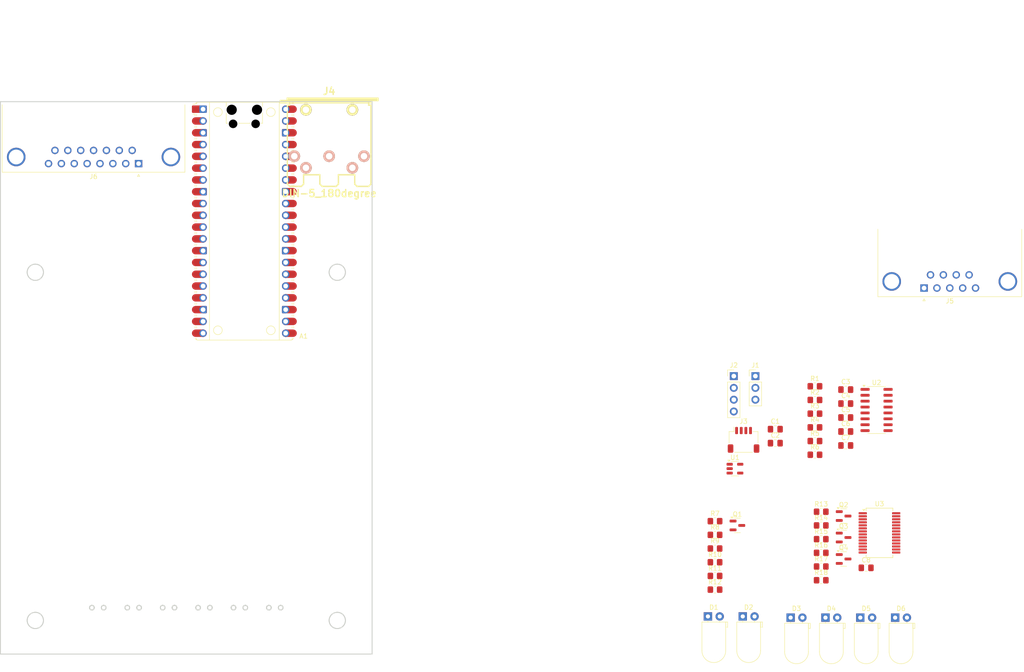
<source format=kicad_pcb>
(kicad_pcb (version 20240108) (generator "pcbnew") (generator_version "8.0")
  (layers (0 "F.Cu" signal) (31 "B.Cu" signal) (34 "B.Paste" user) (35 "F.Paste" user) (36 "B.SilkS" user "B.Silkscreen") (37 "F.SilkS" user "F.Silkscreen") (38 "B.Mask" user) (39 "F.Mask" user) (44 "Edge.Cuts" user))
  (net 0 "")
  (net 3 "SCK0")
  (net 4 "SCK1")
  (net 6 "Net-(A1-GPIO16)")
  (net 7 "TxD1")
  (net 8 "RTS1")
  (net 9 "+5V")
  (net 10 "GND")
  (net 12 "+3V3")
  (net 14 "INT0")
  (net 15 "Net-(A1-GPIO20)")
  (net 16 "Net-(A1-GPIO1)")
  (net 19 "CTS1")
  (net 20 "SDA0")
  (net 22 "RxD1")
  (net 26 "SDA1")
  (net 28 "Net-(A1-GPIO18)")
  (net 30 "Net-(A1-GPIO19)")
  (net 33 "Net-(A1-GPIO0)")
  (net 36 "Net-(A1-GPIO21)")
  (net 39 "IR_LED")
  (net 49 "Net-(U2-C1-)")
  (net 50 "Net-(U2-C1+)")
  (net 51 "Net-(U2-VS+)")
  (net 52 "Net-(U2-VS-)")
  (net 53 "Net-(U2-C2+)")
  (net 54 "Net-(U2-C2-)")
  (net 55 "Net-(D1-K)")
  (net 56 "Net-(D2-K)")
  (net 57 "Net-(D3-A)")
  (net 58 "Net-(D3-K)")
  (net 60 "Net-(U2-R1IN)")
  (net 61 "Net-(U2-T2OUT)")
  (net 62 "Net-(U2-R2IN)")
  (net 64 "Net-(U2-T1OUT)")
  (net 68 "/Parallel Interface/DAT5")
  (net 69 "/Parallel Interface/UN0")
  (net 70 "/Parallel Interface/DAT4")
  (net 71 "/Parallel Interface/DAT6")
  (net 72 "/Parallel Interface/DAT7")
  (net 73 "/Parallel Interface/~{ACK}")
  (net 74 "/Parallel Interface/DAT3")
  (net 75 "/Parallel Interface/DAT1")
  (net 76 "/Parallel Interface/DAT2")
  (net 77 "/Parallel Interface/BUSY")
  (net 78 "/Parallel Interface/DAT0")
  (net 79 "/Parallel Interface/UN1")
  (net 80 "/Parallel Interface/~{DATASTROBE}")
  (net 81 "Net-(Q1-G)")
  (net 82 "SDA_5")
  (net 83 "SCK_5")
  (net 84 "INT_5")
  (footprint "Resistor_SMD:R_0805_2012Metric_Pad1.20x1.40mm_HandSolder" (layer "F.Cu") (at 178.81 115.364338)
    (property "Reference" "R7" (at 0 -1.65 0) (layer "F.SilkS"))
    (property "Value" "10K")
    (pad "1" smd roundrect (at -1 0) (size 1.2 1.4) (layers "F.Cu" "F.Paste" "F.Mask") (roundrect_rratio 0.208333) (net 39 "IR_LED"))
    (pad "2" smd roundrect (at 1 0) (size 1.2 1.4) (layers "F.Cu" "F.Paste" "F.Mask") (roundrect_rratio 0.208333) (net 10 "GND"))
  )
  (footprint "Resistor_SMD:R_0805_2012Metric_Pad1.20x1.40mm_HandSolder" (layer "F.Cu") (at 200.32 86.308676)
    (property "Reference" "R1" (at 0 -1.65 0) (layer "F.SilkS"))
    (property "Value" "10K")
    (pad "1" smd roundrect (at -1 0) (size 1.2 1.4) (layers "F.Cu" "F.Paste" "F.Mask") (roundrect_rratio 0.208333) (net 12 "+3V3"))
    (pad "2" smd roundrect (at 1 0) (size 1.2 1.4) (layers "F.Cu" "F.Paste" "F.Mask") (roundrect_rratio 0.208333) (net 20 "SDA0"))
  )
  (footprint "LED_THT:LED_D5.0mm_Horizontal_O1.27mm_Z3.0mm_Clear" (layer "F.Cu") (at 177.285 135.889338)
    (property "Reference" "D1" (at 1.27 -1.96 0) (layer "F.SilkS"))
    (property "Value" "Green")
    (pad "1" thru_hole rect (at 0 0) (size 1.8 1.8) (drill 0.9) (layers "*.Cu" "*.Mask") (net 55 "Net-(D1-K)"))
    (pad "2" thru_hole circle (at 2.54 0) (size 1.8 1.8) (drill 0.9) (layers "*.Cu" "*.Mask") (net 12 "+3V3"))
  )
  (footprint "Connector_PinHeader_2.54mm:PinHeader_1x04_P2.54mm_Vertical" (layer "F.Cu") (at 182.8525 84.118676)
    (property "Reference" "J2" (at 0 -2.33 0) (layer "F.SilkS"))
    (property "Value" "Buttons")
    (pad "1" thru_hole rect (at 0 0) (size 1.7 1.7) (drill 1) (layers "*.Cu" "*.Mask") (net 36 "Net-(A1-GPIO21)"))
    (pad "2" thru_hole oval (at 0 2.54) (size 1.7 1.7) (drill 1) (layers "*.Cu" "*.Mask") (net 15 "Net-(A1-GPIO20)"))
    (pad "3" thru_hole oval (at 0 5.08) (size 1.7 1.7) (drill 1) (layers "*.Cu" "*.Mask") (net 30 "Net-(A1-GPIO19)"))
    (pad "4" thru_hole oval (at 0 7.62) (size 1.7 1.7) (drill 1) (layers "*.Cu" "*.Mask") (net 10 "GND"))
  )
  (footprint "Resistor_SMD:R_0805_2012Metric_Pad1.20x1.40mm_HandSolder" (layer "F.Cu") (at 200.32 95.158676)
    (property "Reference" "R4" (at 0 -1.65 0) (layer "F.SilkS"))
    (property "Value" "220R")
    (pad "1" smd roundrect (at -1 0) (size 1.2 1.4) (layers "F.Cu" "F.Paste" "F.Mask") (roundrect_rratio 0.208333) (net 56 "Net-(D2-K)"))
    (pad "2" smd roundrect (at 1 0) (size 1.2 1.4) (layers "F.Cu" "F.Paste" "F.Mask") (roundrect_rratio 0.208333) (net 28 "Net-(A1-GPIO18)"))
  )
  (footprint "Package_TO_SOT_SMD:SOT-23-5" (layer "F.Cu") (at 183.1025 104.053676)
    (property "Reference" "U1" (at 0 -2.4 0) (layer "F.SilkS"))
    (property "Value" "24LC16BT-I/OT")
    (pad "1" smd roundrect (at -1.1375 -0.95) (size 1.325 0.6) (layers "F.Cu" "F.Paste" "F.Mask") (net 3 "SCK0"))
    (pad "2" smd roundrect (at -1.1375 0) (size 1.325 0.6) (layers "F.Cu" "F.Paste" "F.Mask") (net 10 "GND"))
    (pad "3" smd roundrect (at -1.1375 0.95) (size 1.325 0.6) (layers "F.Cu" "F.Paste" "F.Mask") (net 20 "SDA0"))
    (pad "4" smd roundrect (at 1.1375 0.95) (size 1.325 0.6) (layers "F.Cu" "F.Paste" "F.Mask") (net 12 "+3V3"))
    (pad "5" smd roundrect (at 1.1375 -0.95) (size 1.325 0.6) (layers "F.Cu" "F.Paste" "F.Mask") (net 10 "GND"))
  )
  (footprint "Package_SO:SSOP-28_5.3x10.2mm_P0.65mm" (layer "F.Cu") (at 214.21 117.889338)
    (property "Reference" "U3" (at 0 -6.25 0) (layer "F.SilkS"))
    (property "Value" "MCP23017_SS")
    (pad "1" smd rect (at -3.6 -4.225) (size 1.75 0.45) (layers "F.Cu" "F.Paste" "F.Mask") (net 78 "/Parallel Interface/DAT0"))
    (pad "2" smd rect (at -3.6 -3.575) (size 1.75 0.45) (layers "F.Cu" "F.Paste" "F.Mask") (net 75 "/Parallel Interface/DAT1"))
    (pad "3" smd rect (at -3.6 -2.925) (size 1.75 0.45) (layers "F.Cu" "F.Paste" "F.Mask") (net 76 "/Parallel Interface/DAT2"))
    (pad "4" smd rect (at -3.6 -2.275) (size 1.75 0.45) (layers "F.Cu" "F.Paste" "F.Mask") (net 74 "/Parallel Interface/DAT3"))
    (pad "5" smd rect (at -3.6 -1.625) (size 1.75 0.45) (layers "F.Cu" "F.Paste" "F.Mask") (net 70 "/Parallel Interface/DAT4"))
    (pad "6" smd rect (at -3.6 -0.975) (size 1.75 0.45) (layers "F.Cu" "F.Paste" "F.Mask") (net 68 "/Parallel Interface/DAT5"))
    (pad "7" smd rect (at -3.6 -0.325) (size 1.75 0.45) (layers "F.Cu" "F.Paste" "F.Mask") (net 71 "/Parallel Interface/DAT6"))
    (pad "8" smd rect (at -3.6 0.325) (size 1.75 0.45) (layers "F.Cu" "F.Paste" "F.Mask") (net 72 "/Parallel Interface/DAT7"))
    (pad "9" smd rect (at -3.6 0.975) (size 1.75 0.45) (layers "F.Cu" "F.Paste" "F.Mask") (net 9 "+5V"))
    (pad "10" smd rect (at -3.6 1.625) (size 1.75 0.45) (layers "F.Cu" "F.Paste" "F.Mask") (net 10 "GND"))
    (pad "11" smd rect (at -3.6 2.275) (size 1.75 0.45) (layers "F.Cu" "F.Paste" "F.Mask"))
    (pad "12" smd rect (at -3.6 2.925) (size 1.75 0.45) (layers "F.Cu" "F.Paste" "F.Mask") (net 83 "SCK_5"))
    (pad "13" smd rect (at -3.6 3.575) (size 1.75 0.45) (layers "F.Cu" "F.Paste" "F.Mask") (net 82 "SDA_5"))
    (pad "14" smd rect (at -3.6 4.225) (size 1.75 0.45) (layers "F.Cu" "F.Paste" "F.Mask"))
    (pad "15" smd rect (at 3.6 4.225) (size 1.75 0.45) (layers "F.Cu" "F.Paste" "F.Mask") (net 10 "GND"))
    (pad "16" smd rect (at 3.6 3.575) (size 1.75 0.45) (layers "F.Cu" "F.Paste" "F.Mask") (net 10 "GND"))
    (pad "17" smd rect (at 3.6 2.925) (size 1.75 0.45) (layers "F.Cu" "F.Paste" "F.Mask") (net 10 "GND"))
    (pad "18" smd rect (at 3.6 2.275) (size 1.75 0.45) (layers "F.Cu" "F.Paste" "F.Mask") (net 9 "+5V"))
    (pad "19" smd rect (at 3.6 1.625) (size 1.75 0.45) (layers "F.Cu" "F.Paste" "F.Mask") (net 84 "INT_5"))
    (pad "20" smd rect (at 3.6 0.975) (size 1.75 0.45) (layers "F.Cu" "F.Paste" "F.Mask"))
    (pad "21" smd rect (at 3.6 0.325) (size 1.75 0.45) (layers "F.Cu" "F.Paste" "F.Mask") (net 69 "/Parallel Interface/UN0"))
    (pad "22" smd rect (at 3.6 -0.325) (size 1.75 0.45) (layers "F.Cu" "F.Paste" "F.Mask") (net 79 "/Parallel Interface/UN1"))
    (pad "23" smd rect (at 3.6 -0.975) (size 1.75 0.45) (layers "F.Cu" "F.Paste" "F.Mask") (net 73 "/Parallel Interface/~{ACK}"))
    (pad "24" smd rect (at 3.6 -1.625) (size 1.75 0.45) (layers "F.Cu" "F.Paste" "F.Mask") (net 77 "/Parallel Interface/BUSY"))
    (pad "25" smd rect (at 3.6 -2.275) (size 1.75 0.45) (layers "F.Cu" "F.Paste" "F.Mask") (net 80 "/Parallel Interface/~{DATASTROBE}"))
    (pad "26" smd rect (at 3.6 -2.925) (size 1.75 0.45) (layers "F.Cu" "F.Paste" "F.Mask"))
    (pad "27" smd rect (at 3.6 -3.575) (size 1.75 0.45) (layers "F.Cu" "F.Paste" "F.Mask"))
    (pad "28" smd rect (at 3.6 -4.225) (size 1.75 0.45) (layers "F.Cu" "F.Paste" "F.Mask"))
  )
  (footprint "Package_SO:SOIC-16_3.9x9.9mm_P1.27mm" (layer "F.Cu") (at 213.585 91.419338)
    (property "Reference" "U2" (at 0 -5.9 0) (layer "F.SilkS"))
    (property "Value" "MAX3232")
    (pad "1" smd roundrect (at -2.475 -4.445) (size 1.95 0.6) (layers "F.Cu" "F.Paste" "F.Mask") (net 50 "Net-(U2-C1+)"))
    (pad "2" smd roundrect (at -2.475 -3.175) (size 1.95 0.6) (layers "F.Cu" "F.Paste" "F.Mask") (net 51 "Net-(U2-VS+)"))
    (pad "3" smd roundrect (at -2.475 -1.905) (size 1.95 0.6) (layers "F.Cu" "F.Paste" "F.Mask") (net 49 "Net-(U2-C1-)"))
    (pad "4" smd roundrect (at -2.475 -0.635) (size 1.95 0.6) (layers "F.Cu" "F.Paste" "F.Mask") (net 53 "Net-(U2-C2+)"))
    (pad "5" smd roundrect (at -2.475 0.635) (size 1.95 0.6) (layers "F.Cu" "F.Paste" "F.Mask") (net 54 "Net-(U2-C2-)"))
    (pad "6" smd roundrect (at -2.475 1.905) (size 1.95 0.6) (layers "F.Cu" "F.Paste" "F.Mask") (net 52 "Net-(U2-VS-)"))
    (pad "7" smd roundrect (at -2.475 3.175) (size 1.95 0.6) (layers "F.Cu" "F.Paste" "F.Mask") (net 61 "Net-(U2-T2OUT)"))
    (pad "8" smd roundrect (at -2.475 4.445) (size 1.95 0.6) (layers "F.Cu" "F.Paste" "F.Mask") (net 62 "Net-(U2-R2IN)"))
    (pad "9" smd roundrect (at 2.475 4.445) (size 1.95 0.6) (layers "F.Cu" "F.Paste" "F.Mask") (net 19 "CTS1"))
    (pad "10" smd roundrect (at 2.475 3.175) (size 1.95 0.6) (layers "F.Cu" "F.Paste" "F.Mask") (net 8 "RTS1"))
    (pad "11" smd roundrect (at 2.475 1.905) (size 1.95 0.6) (layers "F.Cu" "F.Paste" "F.Mask") (net 7 "TxD1"))
    (pad "12" smd roundrect (at 2.475 0.635) (size 1.95 0.6) (layers "F.Cu" "F.Paste" "F.Mask") (net 22 "RxD1"))
    (pad "13" smd roundrect (at 2.475 -0.635) (size 1.95 0.6) (layers "F.Cu" "F.Paste" "F.Mask") (net 60 "Net-(U2-R1IN)"))
    (pad "14" smd roundrect (at 2.475 -1.905) (size 1.95 0.6) (layers "F.Cu" "F.Paste" "F.Mask") (net 64 "Net-(U2-T1OUT)"))
    (pad "15" smd roundrect (at 2.475 -3.175) (size 1.95 0.6) (layers "F.Cu" "F.Paste" "F.Mask") (net 10 "GND"))
    (pad "16" smd roundrect (at 2.475 -4.445) (size 1.95 0.6) (layers "F.Cu" "F.Paste" "F.Mask") (net 12 "+3V3"))
  )
  (footprint "Resistor_SMD:R_0805_2012Metric_Pad1.20x1.40mm_HandSolder" (layer "F.Cu") (at 200.32 92.208676)
    (property "Reference" "R3" (at 0 -1.65 0) (layer "F.SilkS"))
    (property "Value" "220R")
    (pad "1" smd roundrect (at -1 0) (size 1.2 1.4) (layers "F.Cu" "F.Paste" "F.Mask") (roundrect_rratio 0.208333) (net 55 "Net-(D1-K)"))
    (pad "2" smd roundrect (at 1 0) (size 1.2 1.4) (layers "F.Cu" "F.Paste" "F.Mask") (roundrect_rratio 0.208333) (net 6 "Net-(A1-GPIO16)"))
  )
  (footprint "LED_THT:LED_D5.0mm_Horizontal_O1.27mm_Z3.0mm_IRBlack" (layer "F.Cu") (at 217.585 136.145)
    (property "Reference" "D6" (at 1.27 -1.96 0) (layer "F.SilkS"))
    (property "Value" "OSRAM SFH4557")
    (pad "1" thru_hole rect (at 0 0) (size 1.8 1.8) (drill 0.9) (layers "*.Cu" "*.Mask") (net 58 "Net-(D3-K)"))
    (pad "2" thru_hole circle (at 2.54 0) (size 1.8 1.8) (drill 0.9) (layers "*.Cu" "*.Mask") (net 57 "Net-(D3-A)"))
  )
  (footprint "Resistor_SMD:R_0805_2012Metric_Pad1.20x1.40mm_HandSolder" (layer "F.Cu") (at 201.67 125.139338)
    (property "Reference" "R17" (at 0 -1.65 0) (layer "F.SilkS"))
    (property "Value" "10K")
    (pad "1" smd roundrect (at -1 0) (size 1.2 1.4) (layers "F.Cu" "F.Paste" "F.Mask") (roundrect_rratio 0.208333) (net 9 "+5V"))
    (pad "2" smd roundrect (at 1 0) (size 1.2 1.4) (layers "F.Cu" "F.Paste" "F.Mask") (roundrect_rratio 0.208333) (net 83 "SCK_5"))
  )
  (footprint "midi_din5:MIDI_DIN5" (layer "F.Cu") (at 95.75 33.75 180)
    (property "Reference" "J4" (at 0 11.00074 360) (layer "F.SilkS") (effects (font (size 1.524 1.524) (thickness 0.3048))))
    (property "Value" "DIN-5_180degree" (at 0 -11.00074 360) (layer "F.SilkS") (effects (font (size 1.524 1.524) (thickness 0.3048))))
    (pad "" np_thru_hole circle (at -5.00126 6.9977 180) (size 2.49936 2.49936) (drill 1.397) (layers "*.Cu" "*.Mask" "F.SilkS"))
    (pad "" np_thru_hole circle (at 5.00126 6.9977 180) (size 2.49936 2.49936) (drill 1.397) (layers "*.Cu" "*.Mask" "F.SilkS"))
    (pad "1" thru_hole circle (at 7.49808 -2.9972 180) (size 2.49936 2.49936) (drill 1.397) (layers "*.Cu" "*.SilkS" "*.Mask") (net 60 "Net-(U2-R1IN)"))
    (pad "2" thru_hole circle (at 0 -2.99974 180) (size 2.49936 2.49936) (drill 1.397) (layers "*.Cu" "*.SilkS" "*.Mask"))
    (pad "3" thru_hole circle (at -7.49808 -2.9972 180) (size 2.49936 2.49936) (drill 1.397) (layers "*.Cu" "*.SilkS" "*.Mask") (net 61 "Net-(U2-T2OUT)"))
    (pad "4" thru_hole circle (at 4.99618 -5.4991 180) (size 2.49936 2.49936) (drill 1.397) (layers "*.Cu" "*.SilkS" "*.Mask") (net 10 "GND"))
    (pad "5" thru_hole circle (at -4.99618 -5.4991 180) (size 2.49936 2.49936) (drill 1.397) (layers "*.Cu" "*.SilkS" "*.Mask") (net 62 "Net-(U2-R2IN)"))
  )
  (footprint "Capacitor_SMD:C_0805_2012Metric_Pad1.18x1.45mm_HandSolder" (layer "F.Cu") (at 191.7825 95.548676)
    (property "Reference" "C1" (at 0 -1.68 0) (layer "F.SilkS"))
    (property "Value" "100nF")
    (pad "1" smd roundrect (at -1.0375 0) (size 1.175 1.45) (layers "F.Cu" "F.Paste" "F.Mask") (roundrect_rratio 0.212766) (net 10 "GND"))
    (pad "2" smd roundrect (at 1.0375 0) (size 1.175 1.45) (layers "F.Cu" "F.Paste" "F.Mask") (roundrect_rratio 0.212766) (net 12 "+3V3"))
  )
  (footprint "Resistor_SMD:R_0805_2012Metric_Pad1.20x1.40mm_HandSolder" (layer "F.Cu") (at 200.32 101.058676)
    (property "Reference" "R6" (at 0 -1.65 0) (layer "F.SilkS"))
    (property "Value" "10K")
    (pad "1" smd roundrect (at -1 0) (size 1.2 1.4) (layers "F.Cu" "F.Paste" "F.Mask") (roundrect_rratio 0.208333) (net 12 "+3V3"))
    (pad "2" smd roundrect (at 1 0) (size 1.2 1.4) (layers "F.Cu" "F.Paste" "F.Mask") (roundrect_rratio 0.208333) (net 4 "SCK1"))
  )
  (footprint "Resistor_SMD:R_0805_2012Metric_Pad1.20x1.40mm_HandSolder" (layer "F.Cu") (at 201.67 128.089338)
    (property "Reference" "R18" (at 0 -1.65 0) (layer "F.SilkS"))
    (property "Value" "10K")
    (pad "1" smd roundrect (at -1 0) (size 1.2 1.4) (layers "F.Cu" "F.Paste" "F.Mask") (roundrect_rratio 0.208333) (net 9 "+5V"))
    (pad "2" smd roundrect (at 1 0) (size 1.2 1.4) (layers "F.Cu" "F.Paste" "F.Mask") (roundrect_rratio 0.208333) (net 84 "INT_5"))
  )
  (footprint "Resistor_SMD:R_0805_2012Metric_Pad1.20x1.40mm_HandSolder" (layer "F.Cu") (at 201.67 122.189338)
    (property "Reference" "R16" (at 0 -1.65 0) (layer "F.SilkS"))
    (property "Value" "10K")
    (pad "1" smd roundrect (at -1 0) (size 1.2 1.4) (layers "F.Cu" "F.Paste" "F.Mask") (roundrect_rratio 0.208333) (net 9 "+5V"))
    (pad "2" smd roundrect (at 1 0) (size 1.2 1.4) (layers "F.Cu" "F.Paste" "F.Mask") (roundrect_rratio 0.208333) (net 82 "SDA_5"))
  )
  (footprint "Package_TO_SOT_SMD:SOT-23" (layer "F.Cu") (at 183.63 116.289338)
    (property "Reference" "Q1" (at 0 -2.4 0) (layer "F.SilkS"))
    (property "Value" "ZXMN3A01F")
    (pad "1" smd roundrect (at -0.9375 -0.95) (size 1.475 0.6) (layers "F.Cu" "F.Paste" "F.Mask") (net 81 "Net-(Q1-G)"))
    (pad "2" smd roundrect (at -0.9375 0.95) (size 1.475 0.6) (layers "F.Cu" "F.Paste" "F.Mask") (net 10 "GND"))
    (pad "3" smd roundrect (at 0.9375 0) (size 1.475 0.6) (layers "F.Cu" "F.Paste" "F.Mask") (net 58 "Net-(D3-K)"))
  )
  (footprint "Resistor_SMD:R_0805_2012Metric_Pad1.20x1.40mm_HandSolder" (layer "F.Cu") (at 178.81 118.314338)
    (property "Reference" "R8" (at 0 -1.65 0) (layer "F.SilkS"))
    (property "Value" "100R")
    (pad "1" smd roundrect (at -1 0) (size 1.2 1.4) (layers "F.Cu" "F.Paste" "F.Mask") (roundrect_rratio 0.208333) (net 81 "Net-(Q1-G)"))
    (pad "2" smd roundrect (at 1 0) (size 1.2 1.4) (layers "F.Cu" "F.Paste" "F.Mask") (roundrect_rratio 0.208333) (net 39 "IR_LED"))
  )
  (footprint "Resistor_SMD:R_0805_2012Metric_Pad1.20x1.40mm_HandSolder" (layer "F.Cu") (at 178.81 121.264338)
    (property "Reference" "R9" (at 0 -1.65 0) (layer "F.SilkS"))
    (property "Value" "10R")
    (pad "1" smd roundrect (at -1 0) (size 1.2 1.4) (layers "F.Cu" "F.Paste" "F.Mask") (roundrect_rratio 0.208333) (net 9 "+5V"))
    (pad "2" smd roundrect (at 1 0) (size 1.2 1.4) (layers "F.Cu" "F.Paste" "F.Mask") (roundrect_rratio 0.208333) (net 57 "Net-(D3-A)"))
  )
  (footprint "Package_TO_SOT_SMD:SOT-23" (layer "F.Cu") (at 206.49 118.889338)
    (property "Reference" "Q3" (at 0 -2.4 0) (layer "F.SilkS"))
    (property "Value" "BSS138")
    (pad "1" smd roundrect (at -0.9375 -0.95) (size 1.475 0.6) (layers "F.Cu" "F.Paste" "F.Mask") (net 12 "+3V3"))
    (pad "2" smd roundrect (at -0.9375 0.95) (size 1.475 0.6) (layers "F.Cu" "F.Paste" "F.Mask") (net 3 "SCK0"))
    (pad "3" smd roundrect (at 0.9375 0) (size 1.475 0.6) (layers "F.Cu" "F.Paste" "F.Mask") (net 83 "SCK_5"))
  )
  (footprint "Resistor_SMD:R_0805_2012Metric_Pad1.20x1.40mm_HandSolder" (layer "F.Cu") (at 201.67 119.239338)
    (property "Reference" "R15" (at 0 -1.65 0) (layer "F.SilkS"))
    (property "Value" "10K")
    (pad "1" smd roundrect (at -1 0) (size 1.2 1.4) (layers "F.Cu" "F.Paste" "F.Mask") (roundrect_rratio 0.208333) (net 12 "+3V3"))
    (pad "2" smd roundrect (at 1 0) (size 1.2 1.4) (layers "F.Cu" "F.Paste" "F.Mask") (roundrect_rratio 0.208333) (net 14 "INT0"))
  )
  (footprint "LED_THT:LED_D5.0mm_Horizontal_O1.27mm_Z3.0mm_IRBlack" (layer "F.Cu") (at 195.085 136.145)
    (property "Reference" "D3" (at 1.27 -1.96 0) (layer "F.SilkS"))
    (property "Value" "OSRAM SFH4557")
    (pad "1" thru_hole rect (at 0 0) (size 1.8 1.8) (drill 0.9) (layers "*.Cu" "*.Mask") (net 58 "Net-(D3-K)"))
    (pad "2" thru_hole circle (at 2.54 0) (size 1.8 1.8) (drill 0.9) (layers "*.Cu" "*.Mask") (net 57 "Net-(D3-A)"))
  )
  (footprint "Capacitor_SMD:C_0805_2012Metric_Pad1.18x1.45mm_HandSolder" (layer "F.Cu") (at 206.955 87.029338)
    (property "Reference" "C3" (at 0 -1.68 0) (layer "F.SilkS"))
    (property "Value" "100nF")
    (pad "1" smd roundrect (at -1.0375 0) (size 1.175 1.45) (layers "F.Cu" "F.Paste" "F.Mask") (roundrect_rratio 0.212766) (net 49 "Net-(U2-C1-)"))
    (pad "2" smd roundrect (at 1.0375 0) (size 1.175 1.45) (layers "F.Cu" "F.Paste" "F.Mask") (roundrect_rratio 0.212766) (net 50 "Net-(U2-C1+)"))
  )
  (footprint "Connector_JST:JST_SH_SM04B-SRSS-TB_1x04-1MP_P1.00mm_Horizontal" (layer "F.Cu") (at 184.9525 97.848676)
    (property "Reference" "J3" (at 0 -3.98 0) (layer "F.SilkS"))
    (property "Value" "Qwiic1")
    (pad "1" smd roundrect (at -1.5 -2) (size 0.6 1.55) (layers "F.Cu" "F.Paste" "F.Mask") (net 10 "GND"))
    (pad "2" smd roundrect (at -0.5 -2) (size 0.6 1.55) (layers "F.Cu" "F.Paste" "F.Mask") (net 12 "+3V3"))
    (pad "3" smd roundrect (at 0.5 -2) (size 0.6 1.55) (layers "F.Cu" "F.Paste" "F.Mask") (net 26 "SDA1"))
    (pad "4" smd roundrect (at 1.5 -2) (size 0.6 1.55) (layers "F.Cu" "F.Paste" "F.Mask") (net 4 "SCK1"))
    (pad "MP" smd roundrect (at -2.8 1.875) (size 1.2 1.8) (layers "F.Cu" "F.Paste" "F.Mask") (roundrect_rratio 0.208333))
    (pad "MP" smd roundrect (at 2.8 1.875) (size 1.2 1.8) (layers "F.Cu" "F.Paste" "F.Mask") (roundrect_rratio 0.208333))
  )
  (footprint "Resistor_SMD:R_0805_2012Metric_Pad1.20x1.40mm_HandSolder" (layer "F.Cu") (at 178.81 127.164338)
    (property "Reference" "R11" (at 0 -1.65 0) (layer "F.SilkS"))
    (property "Value" "10R")
    (pad "1" smd roundrect (at -1 0) (size 1.2 1.4) (layers "F.Cu" "F.Paste" "F.Mask") (roundrect_rratio 0.208333) (net 9 "+5V"))
    (pad "2" smd roundrect (at 1 0) (size 1.2 1.4) (layers "F.Cu" "F.Paste" "F.Mask") (roundrect_rratio 0.208333) (net 57 "Net-(D3-A)"))
  )
  (footprint "Capacitor_SMD:C_0805_2012Metric_Pad1.18x1.45mm_HandSolder" (layer "F.Cu") (at 206.955 99.069338)
    (property "Reference" "C7" (at 0 -1.68 0) (layer "F.SilkS"))
    (property "Value" "100nF")
    (pad "1" smd roundrect (at -1.0375 0) (size 1.175 1.45) (layers "F.Cu" "F.Paste" "F.Mask") (roundrect_rratio 0.212766) (net 53 "Net-(U2-C2+)"))
    (pad "2" smd roundrect (at 1.0375 0) (size 1.175 1.45) (layers "F.Cu" "F.Paste" "F.Mask") (roundrect_rratio 0.212766) (net 54 "Net-(U2-C2-)"))
  )
  (footprint "Connector_Dsub:DSUB-15_Male_Horizontal_P2.77x2.84mm_EdgePinOffset9.90mm_Housed_MountingHolesOffset11.32mm" (layer "F.Cu") (at 54.735 38.34 180)
    (property "Reference" "J6" (at 9.695 -2.8 360) (layer "F.SilkS"))
    (property "Value" "DA15_Plug_MountingHoles")
    (pad "0" thru_hole circle (at -6.955 1.42 180) (size 4 4) (drill 3.2) (layers "*.Cu" "*.Mask") (net 10 "GND"))
    (pad "0" thru_hole circle (at 26.345 1.42 180) (size 4 4) (drill 3.2) (layers "*.Cu" "*.Mask") (net 10 "GND"))
    (pad "1" thru_hole rect (at 0 0 180) (size 1.6 1.6) (drill 1) (layers "*.Cu" "*.Mask") (net 78 "/Parallel Interface/DAT0"))
    (pad "2" thru_hole circle (at 2.77 0 180) (size 1.6 1.6) (drill 1) (layers "*.Cu" "*.Mask") (net 75 "/Parallel Interface/DAT1"))
    (pad "3" thru_hole circle (at 5.54 0 180) (size 1.6 1.6) (drill 1) (layers "*.Cu" "*.Mask") (net 76 "/Parallel Interface/DAT2"))
    (pad "4" thru_hole circle (at 8.31 0 180) (size 1.6 1.6) (drill 1) (layers "*.Cu" "*.Mask") (net 74 "/Parallel Interface/DAT3"))
    (pad "5" thru_hole circle (at 11.08 0 180) (size 1.6 1.6) (drill 1) (layers "*.Cu" "*.Mask") (net 70 "/Parallel Interface/DAT4"))
    (pad "6" thru_hole circle (at 13.85 0 180) (size 1.6 1.6) (drill 1) (layers "*.Cu" "*.Mask") (net 68 "/Parallel Interface/DAT5"))
    (pad "7" thru_hole circle (at 16.62 0 180) (size 1.6 1.6) (drill 1) (layers "*.Cu" "*.Mask") (net 71 "/Parallel Interface/DAT6"))
    (pad "8" thru_hole circle (at 19.39 0 180) (size 1.6 1.6) (drill 1) (layers "*.Cu" "*.Mask") (net 72 "/Parallel Interface/DAT7"))
    (pad "9" thru_hole circle (at 1.385 2.84 180) (size 1.6 1.6) (drill 1) (layers "*.Cu" "*.Mask") (net 10 "GND"))
    (pad "10" thru_hole circle (at 4.155 2.84 180) (size 1.6 1.6) (drill 1) (layers "*.Cu" "*.Mask") (net 10 "GND"))
    (pad "11" thru_hole circle (at 6.925 2.84 180) (size 1.6 1.6) (drill 1) (layers "*.Cu" "*.Mask") (net 69 "/Parallel Interface/UN0"))
    (pad "12" thru_hole circle (at 9.695 2.84 180) (size 1.6 1.6) (drill 1) (layers "*.Cu" "*.Mask") (net 79 "/Parallel Interface/UN1"))
    (pad "13" thru_hole circle (at 12.465 2.84 180) (size 1.6 1.6) (drill 1) (layers "*.Cu" "*.Mask") (net 73 "/Parallel Interface/~{ACK}"))
    (pad "14" thru_hole circle (at 15.235 2.84 180) (size 1.6 1.6) (drill 1) (layers "*.Cu" "*.Mask") (net 77 "/Parallel Interface/BUSY"))
    (pad "15" thru_hole circle (at 18.005 2.84 180) (size 1.6 1.6) (drill 1) (layers "*.Cu" "*.Mask") (net 80 "/Parallel Interface/~{DATASTROBE}"))
  )
  (footprint "Capacitor_SMD:C_0805_2012Metric_Pad1.18x1.45mm_HandSolder" (layer "F.Cu") (at 206.955 96.059338)
    (property "Reference" "C6" (at 0 -1.68 0) (layer "F.SilkS"))
    (property "Value" "100nF")
    (pad "1" smd roundrect (at -1.0375 0) (size 1.175 1.45) (layers "F.Cu" "F.Paste" "F.Mask") (roundrect_rratio 0.212766) (net 52 "Net-(U2-VS-)"))
    (pad "2" smd roundrect (at 1.0375 0) (size 1.175 1.45) (layers "F.Cu" "F.Paste" "F.Mask") (roundrect_rratio 0.212766) (net 10 "GND"))
  )
  (footprint "Module_RaspberryPi_Pico:RaspberryPi_Pico_Common" (layer "F.Cu") (at 77.5 50.75)
    (property "Reference" "A1" (at 11.7475 24.765 0) (layer "F.SilkS") (effects (justify left)))
    (property "Value" "RaspberryPi_Pico_W")
    (pad "" np_thru_hole circle (at -2.725 -24) (size 2.2 2.2) (drill 2.2) (layers "*.Mask"))
    (pad "" np_thru_hole circle (at -2.425 -20.97) (size 1.85 1.85) (drill 1.85) (layers "*.Mask"))
    (pad "" np_thru_hole circle (at 2.425 -20.97) (size 1.85 1.85) (drill 1.85) (layers "*.Mask"))
    (pad "" np_thru_hole circle (at 2.725 -24) (size 2.2 2.2) (drill 2.2) (layers "*.Mask"))
    (pad "1" thru_hole roundrect (at -8.89 -24.13) (size 1.6 1.6) (drill 1) (layers "*.Cu" "*.Mask") (roundrect_rratio 0.125) (net 33 "Net-(A1-GPIO0)"))
    (pad "1" smd custom (at -8.89 -24.13) (size 1.6 1.6) (layers "F.Cu" "F.Mask") (net 33 "Net-(A1-GPIO0)") (options (clearance outline) (anchor circle)) (primitives (gr_poly (pts (xy -2.4 0.6) (xy -2.4 -0.6) (xy -2.2 -0.8) (xy 0 -0.8) (xy 0 0.8) (xy -2.2 0.8)) (width 0) (fill yes)) (gr_circle (center -2.2 0.6) (end -2 0.6) (width 0) (fill yes)) (gr_circle (center -2.2 -0.6) (end -2 -0.6) (width 0) (fill yes))))
    (pad "2" thru_hole circle (at -8.89 -21.59) (size 1.6 1.6) (drill 1) (layers "*.Cu" "*.Mask") (net 16 "Net-(A1-GPIO1)"))
    (pad "2" smd roundrect (at -8.89 -21.59) (size 3.2 1.6) (drill (offset -0.8 0)) (layers "F.Cu" "F.Mask") (roundrect_rratio 0.5) (net 16 "Net-(A1-GPIO1)"))
    (pad "3" thru_hole custom (at -8.89 -19.05) (size 1.6 1.6) (drill 1) (layers "*.Cu" "*.Mask") (net 10 "GND") (options (clearance outline) (anchor circle)) (primitives (gr_poly (pts (xy 0.8 0.6) (xy 0.8 -0.6) (xy 0.6 -0.8) (xy 0 -0.8) (xy 0 0.8) (xy 0.6 0.8)) (width 0) (fill yes)) (gr_circle (center 0.6 0.6) (end 0.8 0.6) (width 0) (fill yes)) (gr_circle (center 0.6 -0.6) (end 0.8 -0.6) (width 0) (fill yes))))
    (pad "3" smd custom (at -8.89 -19.05) (size 1.6 1.6) (layers "F.Cu" "F.Mask") (net 10 "GND") (options (clearance outline) (anchor circle)) (primitives (gr_poly (pts (xy 0.8 -0.6) (xy 0.8 0.6) (xy 0.6 0.8) (xy -1.6 0.8) (xy -1.6 -0.8) (xy 0.6 -0.8)) (width 0) (fill yes)) (gr_circle (center 0.6 0.6) (end 0.8 0.6) (width 0) (fill yes)) (gr_circle (center 0.6 -0.6) (end 0.8 -0.6) (width 0) (fill yes)) (gr_circle (center -1.6 0) (end -0.8 0) (width 0) (fill yes))))
    (pad "4" thru_hole circle (at -8.89 -16.51) (size 1.6 1.6) (drill 1) (layers "*.Cu" "*.Mask"))
    (pad "4" smd roundrect (at -8.89 -16.51) (size 3.2 1.6) (drill (offset -0.8 0)) (layers "F.Cu" "F.Mask") (roundrect_rratio 0.5))
    (pad "5" thru_hole circle (at -8.89 -13.97) (size 1.6 1.6) (drill 1) (layers "*.Cu" "*.Mask"))
    (pad "5" smd roundrect (at -8.89 -13.97) (size 3.2 1.6) (drill (offset -0.8 0)) (layers "F.Cu" "F.Mask") (roundrect_rratio 0.5))
    (pad "6" thru_hole circle (at -8.89 -11.43) (size 1.6 1.6) (drill 1) (layers "*.Cu" "*.Mask") (net 7 "TxD1"))
    (pad "6" smd roundrect (at -8.89 -11.43) (size 3.2 1.6) (drill (offset -0.8 0)) (layers "F.Cu" "F.Mask") (roundrect_rratio 0.5) (net 7 "TxD1"))
    (pad "7" thru_hole circle (at -8.89 -8.89) (size 1.6 1.6) (drill 1) (layers "*.Cu" "*.Mask") (net 22 "RxD1"))
    (pad "7" smd roundrect (at -8.89 -8.89) (size 3.2 1.6) (drill (offset -0.8 0)) (layers "F.Cu" "F.Mask") (roundrect_rratio 0.5) (net 22 "RxD1"))
    (pad "8" thru_hole custom (at -8.89 -6.35) (size 1.6 1.6) (drill 1) (layers "*.Cu" "*.Mask") (net 10 "GND") (options (clearance outline) (anchor circle)) (primitives (gr_poly (pts (xy 0.8 0.6) (xy 0.8 -0.6) (xy 0.6 -0.8) (xy 0 -0.8) (xy 0 0.8) (xy 0.6 0.8)) (width 0) (fill yes)) (gr_circle (center 0.6 0.6) (end 0.8 0.6) (width 0) (fill yes)) (gr_circle (center 0.6 -0.6) (end 0.8 -0.6) (width 0) (fill yes))))
    (pad "8" smd custom (at -8.89 -6.35) (size 1.6 1.6) (layers "F.Cu" "F.Mask") (net 10 "GND") (options (clearance outline) (anchor circle)) (primitives (gr_poly (pts (xy 0.8 -0.6) (xy 0.8 0.6) (xy 0.6 0.8) (xy -1.6 0.8) (xy -1.6 -0.8) (xy 0.6 -0.8)) (width 0) (fill yes)) (gr_circle (center 0.6 0.6) (end 0.8 0.6) (width 0) (fill yes)) (gr_circle (center 0.6 -0.6) (end 0.8 -0.6) (width 0) (fill yes)) (gr_circle (center -1.6 0) (end -0.8 0) (width 0) (fill yes))))
    (pad "9" thru_hole circle (at -8.89 -3.81) (size 1.6 1.6) (drill 1) (layers "*.Cu" "*.Mask") (net 8 "RTS1"))
    (pad "9" smd roundrect (at -8.89 -3.81) (size 3.2 1.6) (drill (offset -0.8 0)) (layers "F.Cu" "F.Mask") (roundrect_rratio 0.5) (net 8 "RTS1"))
    (pad "10" thru_hole circle (at -8.89 -1.27) (size 1.6 1.6) (drill 1) (layers "*.Cu" "*.Mask") (net 19 "CTS1"))
    (pad "10" smd roundrect (at -8.89 -1.27) (size 3.2 1.6) (drill (offset -0.8 0)) (layers "F.Cu" "F.Mask") (roundrect_rratio 0.5) (net 19 "CTS1"))
    (pad "11" thru_hole circle (at -8.89 1.27) (size 1.6 1.6) (drill 1) (layers "*.Cu" "*.Mask") (net 20 "SDA0"))
    (pad "11" smd roundrect (at -8.89 1.27) (size 3.2 1.6) (drill (offset -0.8 0)) (layers "F.Cu" "F.Mask") (roundrect_rratio 0.5) (net 20 "SDA0"))
    (pad "12" thru_hole circle (at -8.89 3.81) (size 1.6 1.6) (drill 1) (layers "*.Cu" "*.Mask") (net 3 "SCK0"))
    (pad "12" smd roundrect (at -8.89 3.81) (size 3.2 1.6) (drill (offset -0.8 0)) (layers "F.Cu" "F.Mask") (roundrect_rratio 0.5) (net 3 "SCK0"))
    (pad "13" thru_hole custom (at -8.89 6.35) (size 1.6 1.6) (drill 1) (layers "*.Cu" "*.Mask") (net 10 "GND") (options (clearance outline) (anchor circle)) (primitives (gr_poly (pts (xy 0.8 0.6) (xy 0.8 -0.6) (xy 0.6 -0.8) (xy 0 -0.8) (xy 0 0.8) (xy 0.6 0.8)) (width 0) (fill yes)) (gr_circle (center 0.6 0.6) (end 0.8 0.6) (width 0) (fill yes)) (gr_circle (center 0.6 -0.6) (end 0.8 -0.6) (width 0) (fill yes))))
    (pad "13" smd custom (at -8.89 6.35) (size 1.6 1.6) (layers "F.Cu" "F.Mask") (net 10 "GND") (options (clearance outline) (anchor circle)) (primitives (gr_poly (pts (xy 0.8 -0.6) (xy 0.8 0.6) (xy 0.6 0.8) (xy -1.6 0.8) (xy -1.6 -0.8) (xy 0.6 -0.8)) (width 0) (fill yes)) (gr_circle (center 0.6 0.6) (end 0.8 0.6) (width 0) (fill yes)) (gr_circle (center 0.6 -0.6) (end 0.8 -0.6) (width 0) (fill yes)) (gr_circle (center -1.6 0) (end -0.8 0) (width 0) (fill yes))))
    (pad "14" thru_hole circle (at -8.89 8.89) (size 1.6 1.6) (drill 1) (layers "*.Cu" "*.Mask") (net 26 "SDA1"))
    (pad "14" smd roundrect (at -8.89 8.89) (size 3.2 1.6) (drill (offset -0.8 0)) (layers "F.Cu" "F.Mask") (roundrect_rratio 0.5) (net 26 "SDA1"))
    (pad "15" thru_hole circle (at -8.89 11.43) (size 1.6 1.6) (drill 1) (layers "*.Cu" "*.Mask") (net 4 "SCK1"))
    (pad "15" smd roundrect (at -8.89 11.43) (size 3.2 1.6) (drill (offset -0.8 0)) (layers "F.Cu" "F.Mask") (roundrect_rratio 0.5) (net 4 "SCK1"))
    (pad "16" thru_hole circle (at -8.89 13.97) (size 1.6 1.6) (drill 1) (layers "*.Cu" "*.Mask") (net 14 "INT0"))
    (pad "16" smd roundrect (at -8.89 13.97) (size 3.2 1.6) (drill (offset -0.8 0)) (layers "F.Cu" "F.Mask") (roundrect_rratio 0.5) (net 14 "INT0"))
    (pad "17" thru_hole circle (at -8.89 16.51) (size 1.6 1.6) (drill 1) (layers "*.Cu" "*.Mask"))
    (pad "17" smd roundrect (at -8.89 16.51) (size 3.2 1.6) (drill (offset -0.8 0)) (layers "F.Cu" "F.Mask") (roundrect_rratio 0.5))
    (pad "18" thru_hole custom (at -8.89 19.05) (size 1.6 1.6) (drill 1) (layers "*.Cu" "*.Mask") (net 10 "GND") (options (clearance outline) (anchor circle)) (primitives (gr_poly (pts (xy 0.8 0.6) (xy 0.8 -0.6) (xy 0.6 -0.8) (xy 0 -0.8) (xy 0 0.8) (xy 0.6 0.8)) (width 0) (fill yes)) (gr_circle (center 0.6 0.6) (end 0.8 0.6) (width 0) (fill yes)) (gr_circle (center 0.6 -0.6) (end 0.8 -0.6) (width 0) (fill yes))))
    (pad "18" smd custom (at -8.89 19.05) (size 1.6 1.6) (layers "F.Cu" "F.Mask") (net 10 "GND") (options (clearance outline) (anchor circle)) (primitives (gr_poly (pts (xy 0.8 -0.6) (xy 0.8 0.6) (xy 0.6 0.8) (xy -1.6 0.8) (xy -1.6 -0.8) (xy 0.6 -0.8)) (width 0) (fill yes)) (gr_circle (center 0.6 0.6) (end 0.8 0.6) (width 0) (fill yes)) (gr_circle (center 0.6 -0.6) (end 0.8 -0.6) (width 0) (fill yes)) (gr_circle (center -1.6 0) (end -0.8 0) (width 0) (fill yes))))
    (pad "19" thru_hole circle (at -8.89 21.59) (size 1.6 1.6) (drill 1) (layers "*.Cu" "*.Mask"))
    (pad "19" smd roundrect (at -8.89 21.59) (size 3.2 1.6) (drill (offset -0.8 0)) (layers "F.Cu" "F.Mask") (roundrect_rratio 0.5))
    (pad "20" thru_hole circle (at -8.89 24.13) (size 1.6 1.6) (drill 1) (layers "*.Cu" "*.Mask"))
    (pad "20" smd roundrect (at -8.89 24.13) (size 3.2 1.6) (drill (offset -0.8 0)) (layers "F.Cu" "F.Mask") (roundrect_rratio 0.5))
    (pad "21" thru_hole circle (at 8.89 24.13) (size 1.6 1.6) (drill 1) (layers "*.Cu" "*.Mask") (net 6 "Net-(A1-GPIO16)"))
    (pad "21" smd roundrect (at 8.89 24.13) (size 3.2 1.6) (drill (offset 0.8 0)) (layers "F.Cu" "F.Mask") (roundrect_rratio 0.5) (net 6 "Net-(A1-GPIO16)"))
    (pad "22" thru_hole circle (at 8.89 21.59) (size 1.6 1.6) (drill 1) (layers "*.Cu" "*.Mask"))
    (pad "22" smd roundrect (at 8.89 21.59) (size 3.2 1.6) (drill (offset 0.8 0)) (layers "F.Cu" "F.Mask") (roundrect_rratio 0.5))
    (pad "23" thru_hole custom (at 8.89 19.05) (size 1.6 1.6) (drill 1) (layers "*.Cu" "*.Mask") (net 10 "GND") (options (clearance outline) (anchor circle)) (primitives (gr_poly (pts (xy -0.8 0.6) (xy -0.8 -0.6) (xy -0.6 -0.8) (xy 0 -0.8) (xy 0 0.8) (xy -0.6 0.8)) (width 0) (fill yes)) (gr_circle (center -0.6 0.6) (end -0.4 0.6) (width 0) (fill yes)) (gr_circle (center -0.6 -0.6) (end -0.4 -0.6) (width 0) (fill yes))))
    (pad "23" smd custom (at 8.89 19.05) (size 1.6 1.6) (layers "F.Cu" "F.Mask") (net 10 "GND") (options (clearance outline) (anchor circle)) (primitives (gr_poly (pts (xy -0.8 -0.6) (xy -0.8 0.6) (xy -0.6 0.8) (xy 1.6 0.8) (xy 1.6 -0.8) (xy -0.6 -0.8)) (width 0) (fill yes)) (gr_circle (center -0.6 0.6) (end -0.4 0.6) (width 0) (fill yes)) (gr_circle (center -0.6 -0.6) (end -0.4 -0.6) (width 0) (fill yes)) (gr_circle (center 1.6 0) (end 2.4 0) (width 0) (fill yes))))
    (pad "24" thru_hole circle (at 8.89 16.51) (size 1.6 1.6) (drill 1) (layers "*.Cu" "*.Mask") (net 28 "Net-(A1-GPIO18)"))
    (pad "24" smd roundrect (at 8.89 16.51) (size 3.2 1.6) (drill (offset 0.8 0)) (layers "F.Cu" "F.Mask") (roundrect_rratio 0.5) (net 28 "Net-(A1-GPIO18)"))
    (pad "25" thru_hole circle (at 8.89 13.97) (size 1.6 1.6) (drill 1) (layers "*.Cu" "*.Mask") (net 30 "Net-(A1-GPIO19)"))
    (pad "25" smd roundrect (at 8.89 13.97) (size 3.2 1.6) (drill (offset 0.8 0)) (layers "F.Cu" "F.Mask") (roundrect_rratio 0.5) (net 30 "Net-(A1-GPIO19)"))
    (pad "26" thru_hole circle (at 8.89 11.43) (size 1.6 1.6) (drill 1) (layers "*.Cu" "*.Mask") (net 15 "Net-(A1-GPIO20)"))
    (pad "26" smd roundrect (at 8.89 11.43) (size 3.2 1.6) (drill (offset 0.8 0)) (layers "F.Cu" "F.Mask") (roundrect_rratio 0.5) (net 15 "Net-(A1-GPIO20)"))
    (pad "27" thru_hole circle (at 8.89 8.89) (size 1.6 1.6) (drill 1) (layers "*.Cu" "*.Mask") (net 36 "Net-(A1-GPIO21)"))
    (pad "27" smd roundrect (at 8.89 8.89) (size 3.2 1.6) (drill (offset 0.8 0)) (layers "F.Cu" "F.Mask") (roundrect_rratio 0.5) (net 36 "Net-(A1-GPIO21)"))
    (pad "28" thru_hole custom (at 8.89 6.35) (size 1.6 1.6) (drill 1) (layers "*.Cu" "*.Mask") (net 10 "GND") (options (clearance outline) (anchor circle)) (primitives (gr_poly (pts (xy -0.8 0.6) (xy -0.8 -0.6) (xy -0.6 -0.8) (xy 0 -0.8) (xy 0 0.8) (xy -0.6 0.8)) (width 0) (fill yes)) (gr_circle (center -0.6 0.6) (end -0.4 0.6) (width 0) (fill yes)) (gr_circle (center -0.6 -0.6) (end -0.4 -0.6) (width 0) (fill yes))))
    (pad "28" smd custom (at 8.89 6.35) (size 1.6 1.6) (layers "F.Cu" "F.Mask") (net 10 "GND") (options (clearance outline) (anchor circle)) (primitives (gr_poly (pts (xy -0.8 -0.6) (xy -0.8 0.6) (xy -0.6 0.8) (xy 1.6 0.8) (xy 1.6 -0.8) (xy -0.6 -0.8)) (width 0) (fill yes)) (gr_circle (center -0.6 0.6) (end -0.4 0.6) (width 0) (fill yes)) (gr_circle (center -0.6 -0.6) (end -0.4 -0.6) (width 0) (fill yes)) (gr_circle (center 1.6 0) (end 2.4 0) (width 0) (fill yes))))
    (pad "29" thru_hole circle (at 8.89 3.81) (size 1.6 1.6) (drill 1) (layers "*.Cu" "*.Mask") (net 39 "IR_LED"))
    (pad "29" smd roundrect (at 8.89 3.81) (size 3.2 1.6) (drill (offset 0.8 0)) (layers "F.Cu" "F.Mask") (roundrect_rratio 0.5) (net 39 "IR_LED"))
    (pad "30" thru_hole circle (at 8.89 1.27) (size 1.6 1.6) (drill 1) (layers "*.Cu" "*.Mask"))
    (pad "30" smd roundrect (at 8.89 1.27) (size 3.2 1.6) (drill (offset 0.8 0)) (layers "F.Cu" "F.Mask") (roundrect_rratio 0.5))
    (pad "31" thru_hole circle (at 8.89 -1.27) (size 1.6 1.6) (drill 1) (layers "*.Cu" "*.Mask"))
    (pad "31" smd roundrect (at 8.89 -1.27) (size 3.2 1.6) (drill (offset 0.8 0)) (layers "F.Cu" "F.Mask") (roundrect_rratio 0.5))
    (pad "32" thru_hole circle (at 8.89 -3.81) (size 1.6 1.6) (drill 1) (layers "*.Cu" "*.Mask"))
    (pad "32" smd roundrect (at 8.89 -3.81) (size 3.2 1.6) (drill (offset 0.8 0)) (layers "F.Cu" "F.Mask") (roundrect_rratio 0.5))
    (pad "33" thru_hole custom (at 8.89 -6.35) (size 1.6 1.6) (drill 1) (layers "*.Cu" "*.Mask") (options (clearance outline) (anchor circle)) (primitives (gr_poly (pts (xy -0.8 0.6) (xy -0.8 -0.6) (xy -0.6 -0.8) (xy 0 -0.8) (xy 0 0.8) (xy -0.6 0.8)) (width 0) (fill yes)) (gr_circle (center -0.6 0.6) (end -0.4 0.6) (width 0) (fill yes)) (gr_circle (center -0.6 -0.6) (end -0.4 -0.6) (width 0) (fill yes))))
    (pad "33" smd custom (at 8.89 -6.35) (size 1.6 1.6) (layers "F.Cu" "F.Mask") (options (clearance outline) (anchor circle)) (primitives (gr_poly (pts (xy -0.8 -0.6) (xy -0.8 0.6) (xy -0.6 0.8) (xy 1.6 0.8) (xy 1.6 -0.8) (xy -0.6 -0.8)) (width 0) (fill yes)) (gr_circle (center -0.6 0.6) (end -0.4 0.6) (width 0) (fill yes)) (gr_circle (center -0.6 -0.6) (end -0.4 -0.6) (width 0) (fill yes)) (gr_circle (center 1.6 0) (end 2.4 0) (width 0) (fill yes))))
    (pad "34" thru_hole circle (at 8.89 -8.89) (size 1.6 1.6) (drill 1) (layers "*.Cu" "*.Mask"))
    (pad "34" smd roundrect (at 8.89 -8.89) (size 3.2 1.6) (drill (offset 0.8 0)) (layers "F.Cu" "F.Mask") (roundrect_rratio 0.5))
    (pad "35" thru_hole circle (at 8.89 -11.43) (size 1.6 1.6) (drill 1) (layers "*.Cu" "*.Mask"))
    (pad "35" smd roundrect (at 8.89 -11.43) (size 3.2 1.6) (drill (offset 0.8 0)) (layers "F.Cu" "F.Mask") (roundrect_rratio 0.5))
    (pad "36" thru_hole circle (at 8.89 -13.97) (size 1.6 1.6) (drill 1) (layers "*.Cu" "*.Mask") (net 12 "+3V3"))
    (pad "36" smd roundrect (at 8.89 -13.97) (size 3.2 1.6) (drill (offset 0.8 0)) (layers "F.Cu" "F.Mask") (roundrect_rratio 0.5) (net 12 "+3V3"))
    (pad "37" thru_hole circle (at 8.89 -16.51) (size 1.6 1.6) (drill 1) (layers "*.Cu" "*.Mask"))
    (pad "37" smd roundrect (at 8.89 -16.51) (size 3.2 1.6) (drill (offset 0.8 0)) (layers "F.Cu" "F.Mask") (roundrect_rratio 0.5))
    (pad "38" thru_hole custom (at 8.89 -19.05) (size 1.6 1.6) (drill 1) (layers "*.Cu" "*.Mask") (net 10 "GND") (options (clearance outline) (anchor circle)) (primitives (gr_poly (pts (xy -0.8 0.6) (xy -0.8 -0.6) (xy -0.6 -0.8) (xy 0 -0.8) (xy 0 0.8) (xy -0.6 0.8)) (width 0) (fill yes)) (gr_circle (center -0.6 0.6) (end -0.4 0.6) (width 0) (fill yes)) (gr_circle (center -0.6 -0.6) (end -0.4 -0.6) (width 0) (fill yes))))
    (pad "38" smd custom (at 8.89 -19.05) (size 1.6 1.6) (layers "F.Cu" "F.Mask") (net 10 "GND") (options (clearance outline) (anchor circle)) (primitives (gr_poly (pts (xy -0.8 -0.6) (xy -0.8 0.6) (xy -0.6 0.8) (xy 1.6 0.8) (xy 1.6 -0.8) (xy -0.6 -0.8)) (width 0) (fill yes)) (gr_circle (center -0.6 0.6) (end -0.4 0.6) (width 0) (fill yes)) (gr_circle (center -0.6 -0.6) (end -0.4 -0.6) (width 0) (fill yes)) (gr_circle (center 1.6 0) (end 2.4 0) (width 0) (fill yes))))
    (pad "39" thru_hole circle (at 8.89 -21.59) (size 1.6 1.6) (drill 1) (layers "*.Cu" "*.Mask") (net 9 "+5V"))
    (pad "39" smd roundrect (at 8.89 -21.59) (size 3.2 1.6) (drill (offset 0.8 0)) (layers "F.Cu" "F.Mask") (roundrect_rratio 0.5) (net 9 "+5V"))
    (pad "40" thru_hole circle (at 8.89 -24.13) (size 1.6 1.6) (drill 1) (layers "*.Cu" "*.Mask"))
    (pad "40" smd roundrect (at 8.89 -24.13) (size 3.2 1.6) (drill (offset 0.8 0)) (layers "F.Cu" "F.Mask") (roundrect_rratio 0.5))
  )
  (footprint "Capacitor_SMD:C_0805_2012Metric_Pad1.18x1.45mm_HandSolder" (layer "F.Cu") (at 206.955 90.039338)
    (property "Reference" "C4" (at 0 -1.68 0) (layer "F.SilkS"))
    (property "Value" "100nF")
    (pad "1" smd roundrect (at -1.0375 0) (size 1.175 1.45) (layers "F.Cu" "F.Paste" "F.Mask") (roundrect_rratio 0.212766) (net 12 "+3V3"))
    (pad "2" smd roundrect (at 1.0375 0) (size 1.175 1.45) (layers "F.Cu" "F.Paste" "F.Mask") (roundrect_rratio 0.212766) (net 10 "GND"))
  )
  (footprint "LED_THT:LED_D5.0mm_Horizontal_O1.27mm_Z3.0mm_IRBlack" (layer "F.Cu") (at 202.585 136.145)
    (property "Reference" "D4" (at 1.27 -1.96 0) (layer "F.SilkS"))
    (property "Value" "OSRAM SFH4557")
    (pad "1" thru_hole rect (at 0 0) (size 1.8 1.8) (drill 0.9) (layers "*.Cu" "*.Mask") (net 58 "Net-(D3-K)"))
    (pad "2" thru_hole circle (at 2.54 0) (size 1.8 1.8) (drill 0.9) (layers "*.Cu" "*.Mask") (net 57 "Net-(D3-A)"))
  )
  (footprint "Package_TO_SOT_SMD:SOT-23" (layer "F.Cu") (at 206.49 123.514338)
    (property "Reference" "Q4" (at 0 -2.4 0) (layer "F.SilkS"))
    (property "Value" "BSS138")
    (pad "1" smd roundrect (at -0.9375 -0.95) (size 1.475 0.6) (layers "F.Cu" "F.Paste" "F.Mask") (net 12 "+3V3"))
    (pad "2" smd roundrect (at -0.9375 0.95) (size 1.475 0.6) (layers "F.Cu" "F.Paste" "F.Mask") (net 14 "INT0"))
    (pad "3" smd roundrect (at 0.9375 0) (size 1.475 0.6) (layers "F.Cu" "F.Paste" "F.Mask") (net 84 "INT_5"))
  )
  (footprint "Resistor_SMD:R_0805_2012Metric_Pad1.20x1.40mm_HandSolder" (layer "F.Cu") (at 201.67 113.339338)
    (property "Reference" "R13" (at 0 -1.65 0) (layer "F.SilkS"))
    (property "Value" "10K")
    (pad "1" smd roundrect (at -1 0) (size 1.2 1.4) (layers "F.Cu" "F.Paste" "F.Mask") (roundrect_rratio 0.208333) (net 12 "+3V3"))
    (pad "2" smd roundrect (at 1 0) (size 1.2 1.4) (layers "F.Cu" "F.Paste" "F.Mask") (roundrect_rratio 0.208333) (net 20 "SDA0"))
  )
  (footprint "Package_TO_SOT_SMD:SOT-23" (layer "F.Cu") (at 206.49 114.264338)
    (property "Reference" "Q2" (at 0 -2.4 0) (layer "F.SilkS"))
    (property "Value" "BSS138")
    (pad "1" smd roundrect (at -0.9375 -0.95) (size 1.475 0.6) (layers "F.Cu" "F.Paste" "F.Mask") (net 12 "+3V3"))
    (pad "2" smd roundrect (at -0.9375 0.95) (size 1.475 0.6) (layers "F.Cu" "F.Paste" "F.Mask") (net 20 "SDA0"))
    (pad "3" smd roundrect (at 0.9375 0) (size 1.475 0.6) (layers "F.Cu" "F.Paste" "F.Mask") (net 82 "SDA_5"))
  )
  (footprint "Capacitor_SMD:C_0805_2012Metric_Pad1.18x1.45mm_HandSolder" (layer "F.Cu") (at 206.955 93.049338)
    (property "Reference" "C5" (at 0 -1.68 0) (layer "F.SilkS"))
    (property "Value" "100nF")
    (pad "1" smd roundrect (at -1.0375 0) (size 1.175 1.45) (layers "F.Cu" "F.Paste" "F.Mask") (roundrect_rratio 0.212766) (net 51 "Net-(U2-VS+)"))
    (pad "2" smd roundrect (at 1.0375 0) (size 1.175 1.45) (layers "F.Cu" "F.Paste" "F.Mask") (roundrect_rratio 0.212766) (net 10 "GND"))
  )
  (footprint "LED_THT:LED_D5.0mm_Horizontal_O1.27mm_Z3.0mm_IRBlack" (layer "F.Cu") (at 210.085 136.145)
    (property "Reference" "D5" (at 1.27 -1.96 0) (layer "F.SilkS"))
    (property "Value" "OSRAM SFH4557")
    (pad "1" thru_hole rect (at 0 0) (size 1.8 1.8) (drill 0.9) (layers "*.Cu" "*.Mask") (net 58 "Net-(D3-K)"))
    (pad "2" thru_hole circle (at 2.54 0) (size 1.8 1.8) (drill 0.9) (layers "*.Cu" "*.Mask") (net 57 "Net-(D3-A)"))
  )
  (footprint "Connector_PinHeader_2.54mm:PinHeader_1x03_P2.54mm_Vertical" (layer "F.Cu") (at 187.5025 84.118676)
    (property "Reference" "J1" (at 0 -2.33 0) (layer "F.SilkS"))
    (property "Value" "Debug UART")
    (pad "1" thru_hole rect (at 0 0) (size 1.7 1.7) (drill 1) (layers "*.Cu" "*.Mask") (net 33 "Net-(A1-GPIO0)"))
    (pad "2" thru_hole oval (at 0 2.54) (size 1.7 1.7) (drill 1) (layers "*.Cu" "*.Mask") (net 16 "Net-(A1-GPIO1)"))
    (pad "3" thru_hole oval (at 0 5.08) (size 1.7 1.7) (drill 1) (layers "*.Cu" "*.Mask") (net 10 "GND"))
  )
  (footprint "Connector_Dsub:DSUB-9_Female_Horizontal_P2.77x2.84mm_EdgePinOffset9.90mm_Housed_MountingHolesOffset11.32mm" (layer "F.Cu") (at 223.81 65.150331 180)
    (property "Reference" "J5" (at -5.54 -2.8 360) (layer "F.SilkS"))
    (property "Value" "DE9_Receptacle_MountingHoles")
    (pad "0" thru_hole circle (at -18.04 1.42 180) (size 4 4) (drill 3.2) (layers "*.Cu" "*.Mask") (net 10 "GND"))
    (pad "0" thru_hole circle (at 6.96 1.42 180) (size 4 4) (drill 3.2) (layers "*.Cu" "*.Mask") (net 10 "GND"))
    (pad "1" thru_hole rect (at 0 0 180) (size 1.6 1.6) (drill 1) (layers "*.Cu" "*.Mask"))
    (pad "2" thru_hole circle (at -2.77 0 180) (size 1.6 1.6) (drill 1) (layers "*.Cu" "*.Mask") (net 64 "Net-(U2-T1OUT)"))
    (pad "3" thru_hole circle (at -5.54 0 180) (size 1.6 1.6) (drill 1) (layers "*.Cu" "*.Mask") (net 60 "Net-(U2-R1IN)"))
    (pad "4" thru_hole circle (at -8.31 0 180) (size 1.6 1.6) (drill 1) (layers "*.Cu" "*.Mask"))
    (pad "5" thru_hole circle (at -11.08 0 180) (size 1.6 1.6) (drill 1) (layers "*.Cu" "*.Mask") (net 10 "GND"))
    (pad "6" thru_hole circle (at -1.385 2.84 180) (size 1.6 1.6) (drill 1) (layers "*.Cu" "*.Mask"))
    (pad "7" thru_hole circle (at -4.155 2.84 180) (size 1.6 1.6) (drill 1) (layers "*.Cu" "*.Mask") (net 62 "Net-(U2-R2IN)"))
    (pad "8" thru_hole circle (at -6.925 2.84 180) (size 1.6 1.6) (drill 1) (layers "*.Cu" "*.Mask") (net 61 "Net-(U2-T2OUT)"))
    (pad "9" thru_hole circle (at -9.695 2.84 180) (size 1.6 1.6) (drill 1) (layers "*.Cu" "*.Mask"))
  )
  (footprint "Resistor_SMD:R_0805_2012Metric_Pad1.20x1.40mm_HandSolder" (layer "F.Cu") (at 200.32 98.108676)
    (property "Reference" "R5" (at 0 -1.65 0) (layer "F.SilkS"))
    (property "Value" "10K")
    (pad "1" smd roundrect (at -1 0) (size 1.2 1.4) (layers "F.Cu" "F.Paste" "F.Mask") (roundrect_rratio 0.208333) (net 12 "+3V3"))
    (pad "2" smd roundrect (at 1 0) (size 1.2 1.4) (layers "F.Cu" "F.Paste" "F.Mask") (roundrect_rratio 0.208333) (net 26 "SDA1"))
  )
  (footprint "Resistor_SMD:R_0805_2012Metric_Pad1.20x1.40mm_HandSolder" (layer "F.Cu") (at 201.67 116.289338)
    (property "Reference" "R14" (at 0 -1.65 0) (layer "F.SilkS"))
    (property "Value" "10K")
    (pad "1" smd roundrect (at -1 0) (size 1.2 1.4) (layers "F.Cu" "F.Paste" "F.Mask") (roundrect_rratio 0.208333) (net 12 "+3V3"))
    (pad "2" smd roundrect (at 1 0) (size 1.2 1.4) (layers "F.Cu" "F.Paste" "F.Mask") (roundrect_rratio 0.208333) (net 3 "SCK0"))
  )
  (footprint "Resistor_SMD:R_0805_2012Metric_Pad1.20x1.40mm_HandSolder" (layer "F.Cu") (at 178.81 130.114338)
    (property "Reference" "R12" (at 0 -1.65 0) (layer "F.SilkS"))
    (property "Value" "10R")
    (pad "1" smd roundrect (at -1 0) (size 1.2 1.4) (layers "F.Cu" "F.Paste" "F.Mask") (roundrect_rratio 0.208333) (net 9 "+5V"))
    (pad "2" smd roundrect (at 1 0) (size 1.2 1.4) (layers "F.Cu" "F.Paste" "F.Mask") (roundrect_rratio 0.208333) (net 57 "Net-(D3-A)"))
  )
  (footprint "Capacitor_SMD:C_0805_2012Metric_Pad1.18x1.45mm_HandSolder" (layer "F.Cu") (at 191.7825 98.558676)
    (property "Reference" "C2" (at 0 -1.68 0) (layer "F.SilkS"))
    (property "Value" "100nF")
    (pad "1" smd roundrect (at -1.0375 0) (size 1.175 1.45) (layers "F.Cu" "F.Paste" "F.Mask") (roundrect_rratio 0.212766) (net 10 "GND"))
    (pad "2" smd roundrect (at 1.0375 0) (size 1.175 1.45) (layers "F.Cu" "F.Paste" "F.Mask") (roundrect_rratio 0.212766) (net 12 "+3V3"))
  )
  (footprint "Capacitor_SMD:C_0805_2012Metric_Pad1.18x1.45mm_HandSolder" (layer "F.Cu") (at 211.34 125.419338)
    (property "Reference" "C8" (at 0 -1.68 0) (layer "F.SilkS"))
    (property "Value" "100nF")
    (pad "1" smd roundrect (at -1.0375 0) (size 1.175 1.45) (layers "F.Cu" "F.Paste" "F.Mask") (roundrect_rratio 0.212766) (net 9 "+5V"))
    (pad "2" smd roundrect (at 1.0375 0) (size 1.175 1.45) (layers "F.Cu" "F.Paste" "F.Mask") (roundrect_rratio 0.212766) (net 10 "GND"))
  )
  (footprint "Resistor_SMD:R_0805_2012Metric_Pad1.20x1.40mm_HandSolder" (layer "F.Cu") (at 200.32 89.258676)
    (property "Reference" "R2" (at 0 -1.65 0) (layer "F.SilkS"))
    (property "Value" "10K")
    (pad "1" smd roundrect (at -1 0) (size 1.2 1.4) (layers "F.Cu" "F.Paste" "F.Mask") (roundrect_rratio 0.208333) (net 12 "+3V3"))
    (pad "2" smd roundrect (at 1 0) (size 1.2 1.4) (layers "F.Cu" "F.Paste" "F.Mask") (roundrect_rratio 0.208333) (net 3 "SCK0"))
  )
  (footprint "Resistor_SMD:R_0805_2012Metric_Pad1.20x1.40mm_HandSolder" (layer "F.Cu") (at 178.81 124.214338)
    (property "Reference" "R10" (at 0 -1.65 0) (layer "F.SilkS"))
    (property "Value" "10R")
    (pad "1" smd roundrect (at -1 0) (size 1.2 1.4) (layers "F.Cu" "F.Paste" "F.Mask") (roundrect_rratio 0.208333) (net 9 "+5V"))
    (pad "2" smd roundrect (at 1 0) (size 1.2 1.4) (layers "F.Cu" "F.Paste" "F.Mask") (roundrect_rratio 0.208333) (net 57 "Net-(D3-A)"))
  )
  (footprint "LED_THT:LED_D5.0mm_Horizontal_O1.27mm_Z3.0mm_Clear" (layer "F.Cu") (at 184.785 135.889338)
    (property "Reference" "D2" (at 1.27 -1.96 0) (layer "F.SilkS"))
    (property "Value" "Blue")
    (pad "1" thru_hole rect (at 0 0) (size 1.8 1.8) (drill 0.9) (layers "*.Cu" "*.Mask") (net 56 "Net-(D2-K)"))
    (pad "2" thru_hole circle (at 2.54 0) (size 1.8 1.8) (drill 0.9) (layers "*.Cu" "*.Mask") (net 12 "+3V3"))
  )
  (gr_line (start 59.9514 134.499) (end 59.92001 134.5) (stroke (width 0.2)) (layer "Edge.Cuts"))
  (gr_line (start 85.8161 134.0627) (end 85.8111 134.0937) (stroke (width 0.2)) (layer "Edge.Cuts"))
  (gr_line (start 52.3937 133.5089) (end 52.4243 133.5157) (stroke (width 0.2)) (layer "Edge.Cuts"))
  (gr_line (start 69.7861 134.4045) (end 69.76128 134.3853) (stroke (width 0.2)) (layer "Edge.Cuts"))
  (gr_line (start 84.8551 134.1841) (end 84.8445 134.1545) (stroke (width 0.2)) (layer "Edge.Cuts"))
  (gr_line (start 97.6099 60.0035) (end 97.7193 60.0138) (stroke (width 0.2)) (layer "Edge.Cuts"))
  (gr_line (start 82.7173 133.5039) (end 82.7486 133.501) (stroke (width 0.2)) (layer "Edge.Cuts"))
  (gr_line (start 34.219 62.0779) (end 34.195 62.1852) (stroke (width 0.2)) (layer "Edge.Cuts"))
  (gr_line (start 33.9158 62.7786) (end 33.8484 62.8655) (stroke (width 0.2)) (layer "Edge.Cuts"))
  (gr_line (start 95.75 61.75) (end 95.7534 61.6401) (stroke (width 0.2)) (layer "Edge.Cuts"))
  (gr_line (start 99.1643 62.2908) (end 99.1271 62.3942) (stroke (width 0.2)) (layer "Edge.Cuts"))
  (gr_line (start 34.1644 137.2908) (end 34.1271 137.3942) (stroke (width 0.2)) (layer "Edge.Cuts"))
  (gr_line (start 54.34 134) (end 54.341 133.9686) (stroke (width 0.2)) (layer "Edge.Cuts"))
  (gr_line (start 85.4443 134.4843) (end 85.4137 134.4911) (stroke (width 0.2)) (layer "Edge.Cuts"))
  (gr_line (start 67.50859 134.499) (end 67.47733 134.496) (stroke (width 0.2)) (layer "Edge.Cuts"))
  (gr_line (start 70.4845 133.7061) (end 70.50215 133.7321) (stroke (width 0.2)) (layer "Edge.Cuts"))
  (gr_line (start 78.1843 133.8757) (end 78.1911 133.9063) (stroke (width 0.2)) (layer "Edge.Cuts"))
  (gr_line (start 55.24452 134.2939) (end 55.22527 134.3187) (stroke (width 0.2)) (layer "Edge.Cuts"))
  (gr_line (start 83.2324 133.7871) (end 83.2449 133.8159) (stroke (width 0.2)) (layer "Edge.Cuts"))
  (gr_line (start 55.2045 133.6577) (end 55.22527 133.6813) (stroke (width 0.2)) (layer "Edge.Cuts"))
  (gr_line (start 98.2451 135.1665) (end 98.3431 135.2165) (stroke (width 0.2)) (layer "Edge.Cuts"))
  (gr_line (start 52.7843 133.8757) (end 52.7912 133.9063) (stroke (width 0.2)) (layer "Edge.Cuts"))
  (gr_line (start 46.8555 133.6577) (end 46.8777 133.6355) (stroke (width 0.2)) (layer "Edge.Cuts"))
  (gr_line (start 47.1573 133.5039) (end 47.1886 133.501) (stroke (width 0.2)) (layer "Edge.Cuts"))
  (gr_line (start 47.1886 134.499) (end 47.1573 134.496) (stroke (width 0.2)) (layer "Edge.Cuts"))
  (gr_line (start 59.48186 134.2409) (end 59.46759 134.2129) (stroke (width 0.2)) (layer "Edge.Cuts"))
  (gr_line (start 77.884 134.4649) (end 77.8545 134.4755) (stroke (width 0.2)) (layer "Edge.Cuts"))
  (gr_line (start 33.698 135.4743) (end 33.7757 135.552) (stroke (width 0.2)) (layer "Edge.Cuts"))
  (gr_line (start 62.03784 133.7321) (end 62.0555 133.7061) (stroke (width 0.2)) (layer "Edge.Cuts"))
  (gr_line (start 62.27594 134.4649) (end 62.24712 134.4524) (stroke (width 0.2)) (layer "Edge.Cuts"))
  (gr_line (start 62.03784 134.2679) (end 62.02185 134.2409) (stroke (width 0.2)) (layer "Edge.Cuts"))
  (gr_line (start 60.23872 133.6147) (end 60.26228 133.6355) (stroke (width 0.2)) (layer "Edge.Cuts"))
  (gr_line (start 78.1649 133.8159) (end 78.1755 133.8455) (stroke (width 0.2)) (layer "Edge.Cuts"))
  (gr_line (start 70.32086 134.4381) (end 70.29288 134.4524) (stroke (width 0.2)) (layer "Edge.Cuts"))
  (gr_line (start 54.4548 133.6813) (end 54.4755 133.6577) (stroke (width 0.2)) (layer "Edge.Cuts"))
  (gr_line (start 70.57999 134) (end 70.57901 134.0314) (stroke (width 0.2)) (layer "Edge.Cuts"))
  (gr_line (start 33.4377 135.2724) (end 33.5286 135.3342) (stroke (width 0.2)) (layer "Edge.Cuts"))
  (gr_line (start 60.18793 134.4222) (end 60.16089 134.4381) (stroke (width 0.2)) (layer "Edge.Cuts"))
  (gr_line (start 85.7052 134.3187) (end 85.6845 134.3423) (stroke (width 0.2)) (layer "Edge.Cuts"))
  (gr_line (start 77.4061 134.4045) (end 77.3813 134.3853) (stroke (width 0.2)) (layer "Edge.Cuts"))
  (gr_line (start 67.47733 133.5039) (end 67.50859 133.501) (stroke (width 0.2)) (layer "Edge.Cuts"))
  (gr_line (start 51.8618 133.7591) (end 51.8778 133.7321) (stroke (width 0.2)) (layer "Edge.Cuts"))
  (gr_line (start 32.0648 63.445) (end 31.9592 63.4144) (stroke (width 0.2)) (layer "Edge.Cuts"))
  (gr_line (start 62.80228 134.3645) (end 62.77872 134.3853) (stroke (width 0.2)) (layer "Edge.Cuts"))
  (gr_line (start 44.3861 134.4045) (end 44.3613 134.3853) (stroke (width 0.2)) (layer "Edge.Cuts"))
  (gr_line (start 70.14265 134.496) (end 70.11139 134.499) (stroke (width 0.2)) (layer "Edge.Cuts"))
  (gr_line (start 31.302 63.0257) (end 31.2243 62.948) (stroke (width 0.2)) (layer "Edge.Cuts"))
  (gr_line (start 98.4377 135.2724) (end 98.5286 135.3342) (stroke (width 0.2)) (layer "Edge.Cuts"))
  (gr_line (start 67.60266 134.496) (end 67.57138 134.499) (stroke (width 0.2)) (layer "Edge.Cuts"))
  (gr_line (start 44.9479 134.4222) (end 44.9209 134.4381) (stroke (width 0.2)) (layer "Edge.Cuts"))
  (gr_line (start 67.38548 134.4755) (end 67.35593 134.4649) (stroke (width 0.2)) (layer "Edge.Cuts"))
  (gr_line (start 54.4755 133.6577) (end 54.4977 133.6355) (stroke (width 0.2)) (layer "Edge.Cuts"))
  (gr_line (start 78.1755 134.1545) (end 78.1649 134.1841) (stroke (width 0.2)) (layer "Edge.Cuts"))
  (gr_line (start 44.68 133.5) (end 44.7114 133.501) (stroke (width 0.2)) (layer "Edge.Cuts"))
  (gr_line (start 62.93553 133.8455) (end 62.94431 133.8757) (stroke (width 0.2)) (layer "Edge.Cuts"))
  (gr_line (start 60.04436 134.4843) (end 60.0137 134.4911) (stroke (width 0.2)) (layer "Edge.Cuts"))
  (gr_line (start 98.3431 138.2835) (end 98.2451 138.3334) (stroke (width 0.2)) (layer "Edge.Cuts"))
  (gr_line (start 84.8818 134.2409) (end 84.8676 134.2129) (stroke (width 0.2)) (layer "Edge.Cuts"))
  (gr_line (start 98.7757 137.948) (end 98.698 138.0257) (stroke (width 0.2)) (layer "Edge.Cuts"))
  (gr_line (start 78.1382 134.2409) (end 78.1222 134.2679) (stroke (width 0.2)) (layer "Edge.Cuts"))
  (gr_line (start 52.7045 133.7061) (end 52.7222 133.7321) (stroke (width 0.2)) (layer "Edge.Cuts"))
  (gr_line (start 75.5645 134.2939) (end 75.5452 134.3187) (stroke (width 0.2)) (layer "Edge.Cuts"))
  (gr_line (start 67.11783 134.2679) (end 67.10184 134.2409) (stroke (width 0.2)) (layer "Edge.Cuts"))
  (gr_line (start 54.9945 134.4755) (end 54.9644 134.4843) (stroke (width 0.2)) (layer "Edge.Cuts"))
  (gr_line (start 99.219 137.0779) (end 99.195 137.1852) (stroke (width 0.2)) (layer "Edge.Cuts"))
  (gr_line (start 82.7173 134.496) (end 82.6863 134.4911) (stroke (width 0.2)) (layer "Edge.Cuts"))
  (gr_line (start 54.9027 133.5039) (end 54.9337 133.5089) (stroke (width 0.2)) (layer "Edge.Cuts"))
  (gr_line (start 47.0957 134.4843) (end 47.0655 134.4755) (stroke (width 0.2)) (layer "Edge.Cuts"))
  (gr_line (start 52.4841 134.4649) (end 52.4545 134.4755) (stroke (width 0.2)) (layer "Edge.Cuts"))
  (gr_line (start 46.721 134.0314) (end 46.72 134) (stroke (width 0.2)) (layer "Edge.Cuts"))
  (gr_line (start 96.0842 137.7786) (end 96.0224 137.6877) (stroke (width 0.2)) (layer "Edge.Cuts"))
  (gr_line (start 62.75391 134.4045) (end 62.72792 134.4222) (stroke (width 0.2)) (layer "Edge.Cuts"))
  (gr_line (start 31.302 138.0257) (end 31.2243 137.948) (stroke (width 0.2)) (layer "Edge.Cuts"))
  (gr_line (start 31.5623 135.2724) (end 31.6569 135.2165) (stroke (width 0.2)) (layer "Edge.Cuts"))
  (gr_line (start 52.1757 133.5157) (end 52.2063 133.5089) (stroke (width 0.2)) (layer "Edge.Cuts"))
  (gr_line (start 85.1956 133.5157) (end 85.2263 133.5089) (stroke (width 0.2)) (layer "Edge.Cuts"))
  (gr_line (start 82.3947 133.6813) (end 82.4155 133.6577) (stroke (width 0.2)) (layer "Edge.Cuts"))
  (gr_line (start 84.8357 133.8757) (end 84.8445 133.8455) (stroke (width 0.2)) (layer "Edge.Cuts"))
  (gr_line (start 62.64407 134.4649) (end 62.61452 134.4755) (stroke (width 0.2)) (layer "Edge.Cuts"))
  (gr_line (start 74.6951 133.8159) (end 74.70758 133.7871) (stroke (width 0.2)) (layer "Edge.Cuts"))
  (gr_line (start 98.8484 62.8655) (end 98.7757 62.948) (stroke (width 0.2)) (layer "Edge.Cuts"))
  (gr_line (start 83.279 134.0314) (end 83.276 134.0627) (stroke (width 0.2)) (layer "Edge.Cuts"))
  (gr_line (start 55.29242 134.2129) (end 55.27817 134.2409) (stroke (width 0.2)) (layer "Edge.Cuts"))
  (gr_line (start 78.196 133.9373) (end 78.199 133.9686) (stroke (width 0.2)) (layer "Edge.Cuts"))
  (gr_line (start 52.799 134.0314) (end 52.7961 134.0627) (stroke (width 0.2)) (layer "Edge.Cuts"))
  (gr_line (start 61.96001 134) (end 61.961 133.9686) (stroke (width 0.2)) (layer "Edge.Cuts"))
  (gr_line (start 30.7638 136.9693) (end 30.7535 136.8599) (stroke (width 0.2)) (layer "Edge.Cuts"))
  (gr_line (start 32.7193 63.4862) (end 32.6099 63.4966) (stroke (width 0.2)) (layer "Edge.Cuts"))
  (gr_line (start 47.6955 134.1545) (end 47.6849 134.1841) (stroke (width 0.2)) (layer "Edge.Cuts"))
  (gr_line (start 45.1022 133.7321) (end 45.1182 133.7591) (stroke (width 0.2)) (layer "Edge.Cuts"))
  (gr_line (start 52.4841 133.5351) (end 52.5129 133.5476) (stroke (width 0.2)) (layer "Edge.Cuts"))
  (gr_line (start 83.0209 134.4381) (end 82.9929 134.4524) (stroke (width 0.2)) (layer "Edge.Cuts"))
  (gr_line (start 75.3441 134.4649) (end 75.3145 134.4755) (stroke (width 0.2)) (layer "Edge.Cuts"))
  (gr_line (start 77.6063 133.5089) (end 77.6373 133.5039) (stroke (width 0.2)) (layer "Edge.Cuts"))
  (gr_line (start 30.9665 60.9069) (end 31.0224 60.8123) (stroke (width 0.2)) (layer "Edge.Cuts"))
  (gr_line (start 54.9337 133.5089) (end 54.9644 133.5157) (stroke (width 0.2)) (layer "Edge.Cuts"))
  (gr_line (start 75.2843 134.4843) (end 75.2537 134.4911) (stroke (width 0.2)) (layer "Edge.Cuts"))
  (gr_line (start 75.3145 133.5245) (end 75.3441 133.5351) (stroke (width 0.2)) (layer "Edge.Cuts"))
  (gr_line (start 77.9129 133.5476) (end 77.9409 133.5618) (stroke (width 0.2)) (layer "Edge.Cuts"))
  (gr_line (start 32.6099 60.0035) (end 32.7193 60.0138) (stroke (width 0.2)) (layer "Edge.Cuts"))
  (gr_line (start 55.3243 133.8757) (end 55.33115 133.9063) (stroke (width 0.2)) (layer "Edge.Cuts"))
  (gr_line (start 59.85735 134.496) (end 59.82632 134.4911) (stroke (width 0.2)) (layer "Edge.Cuts"))
  (gr_line (start 52.1757 134.4843) (end 52.1455 134.4755) (stroke (width 0.2)) (layer "Edge.Cuts"))
  (gr_line (start 69.67549 133.7061) (end 69.69473 133.6813) (stroke (width 0.2)) (layer "Edge.Cuts"))
  (gr_line (start 69.65782 134.2679) (end 69.64185 134.2409) (stroke (width 0.2)) (layer "Edge.Cuts"))
  (gr_line (start 77.9129 134.4524) (end 77.884 134.4649) (stroke (width 0.2)) (layer "Edge.Cuts"))
  (gr_line (start 78.0645 133.6577) (end 78.0853 133.6813) (stroke (width 0.2)) (layer "Edge.Cuts"))
  (gr_line (start 67.9445 134.2939) (end 67.92525 134.3187) (stroke (width 0.2)) (layer "Edge.Cuts"))
  (gr_line (start 55.33115 133.9063) (end 55.33606 133.9373) (stroke (width 0.2)) (layer "Edge.Cuts"))
  (gr_line (start 61.961 134.0314) (end 61.96001 134) (stroke (width 0.2)) (layer "Edge.Cuts"))
  (gr_line (start 74.9471 134.4524) (end 74.91911 134.4381) (stroke (width 0.2)) (layer "Edge.Cuts"))
  (gr_line (start 51.804 133.9373) (end 51.8089 133.9063) (stroke (width 0.2)) (layer "Edge.Cuts"))
  (gr_line (start 46.9791 134.4381) (end 46.9521 134.4222) (stroke (width 0.2)) (layer "Edge.Cuts"))
  (gr_line (start 44.2151 134.1841) (end 44.2045 134.1545) (stroke (width 0.2)) (layer "Edge.Cuts"))
  (gr_line (start 59.53474 134.3187) (end 59.5155 134.2939) (stroke (width 0.2)) (layer "Edge.Cuts"))
  (gr_line (start 98.2451 60.1666) (end 98.3431 60.2165) (stroke (width 0.2)) (layer "Edge.Cuts"))
  (gr_line (start 99.2362 136.5307) (end 99.2465 136.6401) (stroke (width 0.2)) (layer "Edge.Cuts"))
  (gr_line (start 98.698 60.4743) (end 98.7757 60.552) (stroke (width 0.2)) (layer "Edge.Cuts"))
  (gr_line (start 62.94431 133.8757) (end 62.95116 133.9063) (stroke (width 0.2)) (layer "Edge.Cuts"))
  (gr_line (start 54.9644 133.5157) (end 54.9945 133.5245) (stroke (width 0.2)) (layer "Edge.Cuts"))
  (gr_line (start 70.51814 134.2409) (end 70.50215 134.2679) (stroke (width 0.2)) (layer "Edge.Cuts"))
  (gr_line (start 59.7655 133.5245) (end 59.79567 133.5157) (stroke (width 0.2)) (layer "Edge.Cuts"))
  (gr_line (start 33.698 63.0257) (end 33.6155 63.0984) (stroke (width 0.2)) (layer "Edge.Cuts"))
  (gr_line (start 51.8245 133.8455) (end 51.8351 133.8159) (stroke (width 0.2)) (layer "Edge.Cuts"))
  (gr_line (start 96.302 60.4743) (end 96.3845 60.4016) (stroke (width 0.2)) (layer "Edge.Cuts"))
  (gr_line (start 99.2362 136.9693) (end 99.219 137.0779) (stroke (width 0.2)) (layer "Edge.Cuts"))
  (gr_line (start 47.6582 133.7591) (end 47.6724 133.7871) (stroke (width 0.2)) (layer "Edge.Cuts"))
  (gr_line (start 69.95564 134.4843) (end 69.92549 134.4755) (stroke (width 0.2)) (layer "Edge.Cuts"))
  (gr_line (start 54.3439 134.0627) (end 54.341 134.0314) (stroke (width 0.2)) (layer "Edge.Cuts"))
  (gr_line (start 47.5139 133.5955) (end 47.5387 133.6147) (stroke (width 0.2)) (layer "Edge.Cuts"))
  (gr_line (start 75.4009 133.5618) (end 75.4279 133.5778) (stroke (width 0.2)) (layer "Edge.Cuts"))
  (gr_line (start 83.2643 133.8757) (end 83.2711 133.9063) (stroke (width 0.2)) (layer "Edge.Cuts"))
  (gr_line (start 67.96216 133.7321) (end 67.97815 133.7591) (stroke (width 0.2)) (layer "Edge.Cuts"))
  (gr_line (start 99.195 62.1852) (end 99.1643 62.2908) (stroke (width 0.2)) (layer "Edge.Cuts"))
  (gr_line (start 55.33606 133.9373) (end 55.33902 133.9686) (stroke (width 0.2)) (layer "Edge.Cuts"))
  (gr_line (start 99.219 136.4221) (end 99.2362 136.5307) (stroke (width 0.2)) (layer "Edge.Cuts"))
  (gr_line (start 52.6187 134.3853) (end 52.5939 134.4045) (stroke (width 0.2)) (layer "Edge.Cuts"))
  (gr_line (start 45.1711 133.9063) (end 45.1761 133.9373) (stroke (width 0.2)) (layer "Edge.Cuts"))
  (gr_line (start 75.6443 133.8757) (end 75.6511 133.9063) (stroke (width 0.2)) (layer "Edge.Cuts"))
  (gr_line (start 52.8 134) (end 52.799 134.0314) (stroke (width 0.2)) (layer "Edge.Cuts"))
  (gr_line (start 82.8737 133.5089) (end 82.9043 133.5157) (stroke (width 0.2)) (layer "Edge.Cuts"))
  (gr_line (start 98.6155 63.0984) (end 98.5286 63.1658) (stroke (width 0.2)) (layer "Edge.Cuts"))
  (gr_line (start 85.1956 134.4843) (end 85.1655 134.4755) (stroke (width 0.2)) (layer "Edge.Cuts"))
  (gr_line (start 44.4121 133.5778) (end 44.4391 133.5618) (stroke (width 0.2)) (layer "Edge.Cuts"))
  (gr_line (start 75.4539 133.5955) (end 75.4787 133.6147) (stroke (width 0.2)) (layer "Edge.Cuts"))
  (gr_line (start 74.97594 134.4649) (end 74.9471 134.4524) (stroke (width 0.2)) (layer "Edge.Cuts"))
  (gr_line (start 51.8351 134.1841) (end 51.8245 134.1545) (stroke (width 0.2)) (layer "Edge.Cuts"))
  (gr_line (start 62.84526 133.6813) (end 62.86452 133.7061) (stroke (width 0.2)) (layer "Edge.Cuts"))
  (gr_line (start 67.04884 133.9063) (end 67.05569 133.8757) (stroke (width 0.2)) (layer "Edge.Cuts"))
  (gr_line (start 45.1643 133.8757) (end 45.1711 133.9063) (stroke (width 0.2)) (layer "Edge.Cuts"))
  (gr_line (start 82.9641 133.5351) (end 82.9929 133.5476) (stroke (width 0.2)) (layer "Edge.Cuts"))
  (gr_line (start 46.9261 133.5955) (end 46.9521 133.5778) (stroke (width 0.2)) (layer "Edge.Cuts"))
  (gr_line (start 95.781 136.4221) (end 95.805 136.3148) (stroke (width 0.2)) (layer "Edge.Cuts"))
  (gr_line (start 52.0591 134.4381) (end 52.0321 134.4222) (stroke (width 0.2)) (layer "Edge.Cuts"))
  (gr_line (start 77.3813 133.6147) (end 77.4061 133.5955) (stroke (width 0.2)) (layer "Edge.Cuts"))
  (gr_line (start 97.7193 135.0138) (end 97.8279 135.031) (stroke (width 0.2)) (layer "Edge.Cuts"))
  (gr_line (start 32.9352 138.445) (end 32.8279 138.469) (stroke (width 0.2)) (layer "Edge.Cuts"))
  (gr_line (start 78.1045 133.7061) (end 78.1222 133.7321) (stroke (width 0.2)) (layer "Edge.Cuts"))
  (gr_line (start 32.6099 138.4965) (end 32.5 138.5) (stroke (width 0.2)) (layer "Edge.Cuts"))
  (gr_line (start 30.7638 61.5307) (end 30.781 61.4221) (stroke (width 0.2)) (layer "Edge.Cuts"))
  (gr_line (start 32.8279 135.031) (end 32.9352 135.055) (stroke (width 0.2)) (layer "Edge.Cuts"))
  (gr_line (start 44.2578 133.7321) (end 44.2755 133.7061) (stroke (width 0.2)) (layer "Edge.Cuts"))
  (gr_line (start 62.82449 134.3423) (end 62.80228 134.3645) (stroke (width 0.2)) (layer "Edge.Cuts"))
  (gr_line (start 84.8445 133.8455) (end 84.8551 133.8159) (stroke (width 0.2)) (layer "Edge.Cuts"))
  (gr_line (start 97.7193 60.0138) (end 97.8279 60.031) (stroke (width 0.2)) (layer "Edge.Cuts"))
  (gr_line (start 70.44447 134.3423) (end 70.42227 134.3645) (stroke (width 0.2)) (layer "Edge.Cuts"))
  (gr_line (start 59.43571 133.8757) (end 59.44447 133.8455) (stroke (width 0.2)) (layer "Edge.Cuts"))
  (gr_line (start 77.2039 134.0627) (end 77.201 134.0314) (stroke (width 0.2)) (layer "Edge.Cuts"))
  (gr_line (start 33.1442 135.1229) (end 33.2451 135.1665) (stroke (width 0.2)) (layer "Edge.Cuts"))
  (gr_line (start 69.60446 133.8455) (end 69.6151 133.8159) (stroke (width 0.2)) (layer "Edge.Cuts"))
  (gr_line (start 77.2778 133.7321) (end 77.2955 133.7061) (stroke (width 0.2)) (layer "Edge.Cuts"))
  (gr_line (start 59.55553 134.3423) (end 59.53474 134.3187) (stroke (width 0.2)) (layer "Edge.Cuts"))
  (gr_line (start 70.57901 133.9686) (end 70.57999 134) (stroke (width 0.2)) (layer "Edge.Cuts"))
  (gr_line (start 60.39554 133.8455) (end 60.4043 133.8757) (stroke (width 0.2)) (layer "Edge.Cuts"))
  (gr_line (start 85.32 133.5) (end 85.3514 133.501) (stroke (width 0.2)) (layer "Edge.Cuts"))
  (gr_line (start 67.90448 134.3423) (end 67.88226 134.3645) (stroke (width 0.2)) (layer "Edge.Cuts"))
  (gr_line (start 60.28448 133.6577) (end 60.30527 133.6813) (stroke (width 0.2)) (layer "Edge.Cuts"))
  (gr_line (start 95.781 137.0779) (end 95.7638 136.9693) (stroke (width 0.2)) (layer "Edge.Cuts"))
  (gr_line (start 54.3439 133.9373) (end 54.3489 133.9063) (stroke (width 0.2)) (layer "Edge.Cuts"))
  (gr_line (start 75.2227 133.5039) (end 75.2537 133.5089) (stroke (width 0.2)) (layer "Edge.Cuts"))
  (gr_line (start 44.8641 134.4649) (end 44.8345 134.4755) (stroke (width 0.2)) (layer "Edge.Cuts"))
  (gr_line (start 62.72792 133.5778) (end 62.75391 133.5955) (stroke (width 0.2)) (layer "Edge.Cuts"))
  (gr_line (start 84.9555 134.3423) (end 84.9347 134.3187) (stroke (width 0.2)) (layer "Edge.Cuts"))
  (gr_line (start 84.9155 133.7061) (end 84.9347 133.6813) (stroke (width 0.2)) (layer "Edge.Cuts"))
  (gr_line (start 44.1957 133.8757) (end 44.2045 133.8455) (stroke (width 0.2)) (layer "Edge.Cuts"))
  (gr_line (start 47.0071 134.4524) (end 46.9791 134.4381) (stroke (width 0.2)) (layer "Edge.Cuts"))
  (gr_line (start 67.03999 134) (end 67.04099 133.9686) (stroke (width 0.2)) (layer "Edge.Cuts"))
  (gr_line (start 95.7638 61.5307) (end 95.781 61.4221) (stroke (width 0.2)) (layer "Edge.Cuts"))
  (gr_line (start 47.4329 134.4524) (end 47.4041 134.4649) (stroke (width 0.2)) (layer "Edge.Cuts"))
  (gr_line (start 62.9249 134.1841) (end 62.91241 134.2129) (stroke (width 0.2)) (layer "Edge.Cuts"))
  (gr_line (start 77.5757 134.4843) (end 77.5455 134.4755) (stroke (width 0.2)) (layer "Edge.Cuts"))
  (gr_line (start 31.1516 137.8655) (end 31.0842 137.7786) (stroke (width 0.2)) (layer "Edge.Cuts"))
  (gr_line (start 47.5845 134.3423) (end 47.5623 134.3645) (stroke (width 0.2)) (layer "Edge.Cuts"))
  (gr_line (start 62.4286 134.499) (end 62.39734 134.496) (stroke (width 0.2)) (layer "Edge.Cuts"))
  (gr_line (start 77.9679 134.4222) (end 77.9409 134.4381) (stroke (width 0.2)) (layer "Edge.Cuts"))
  (gr_line (start 77.2157 134.1243) (end 77.2088 134.0937) (stroke (width 0.2)) (layer "Edge.Cuts"))
  (gr_line (start 98.6155 60.4016) (end 98.698 60.4743) (stroke (width 0.2)) (layer "Edge.Cuts"))
  (gr_line (start 30.9166 61.0049) (end 30.9665 60.9069) (stroke (width 0.2)) (layer "Edge.Cuts"))
  (gr_line (start 34.0335 62.5931) (end 33.9776 62.6877) (stroke (width 0.2)) (layer "Edge.Cuts"))
  (gr_line (start 69.73772 133.6355) (end 69.76128 133.6147) (stroke (width 0.2)) (layer "Edge.Cuts"))
  (gr_line (start 46.8777 133.6355) (end 46.9013 133.6147) (stroke (width 0.2)) (layer "Edge.Cuts"))
  (gr_line (start 54.3557 134.1243) (end 54.3489 134.0937) (stroke (width 0.2)) (layer "Edge.Cuts"))
  (gr_line (start 54.8714 133.501) (end 54.9027 133.5039) (stroke (width 0.2)) (layer "Edge.Cuts"))
  (gr_line (start 85.0013 133.6147) (end 85.0261 133.5955) (stroke (width 0.2)) (layer "Edge.Cuts"))
  (gr_line (start 54.4355 133.7061) (end 54.4548 133.6813) (stroke (width 0.2)) (layer "Edge.Cuts"))
  (gr_line (start 44.8929 133.5476) (end 44.9209 133.5618) (stroke (width 0.2)) (layer "Edge.Cuts"))
  (gr_line (start 59.42395 134.0627) (end 59.42099 134.0314) (stroke (width 0.2)) (layer "Edge.Cuts"))
  (gr_line (start 77.6373 134.496) (end 77.6063 134.4911) (stroke (width 0.2)) (layer "Edge.Cuts"))
  (gr_line (start 77.201 134.0314) (end 77.2 134) (stroke (width 0.2)) (layer "Edge.Cuts"))
  (gr_line (start 54.4019 134.2409) (end 54.3876 134.2129) (stroke (width 0.2)) (layer "Edge.Cuts"))
  (gr_line (start 47.2827 134.496) (end 47.2514 134.499) (stroke (width 0.2)) (layer "Edge.Cuts"))
  (gr_line (start 67.04393 134.0627) (end 67.04099 134.0314) (stroke (width 0.2)) (layer "Edge.Cuts"))
  (gr_line (start 85.5041 134.4649) (end 85.4745 134.4755) (stroke (width 0.2)) (layer "Edge.Cuts"))
  (gr_line (start 67.90448 133.6577) (end 67.92525 133.6813) (stroke (width 0.2)) (layer "Edge.Cuts"))
  (gr_line (start 85.7422 134.2679) (end 85.7245 134.2939) (stroke (width 0.2)) (layer "Edge.Cuts"))
  (gr_line (start 46.7676 134.2129) (end 46.7551 134.1841) (stroke (width 0.2)) (layer "Edge.Cuts"))
  (gr_line (start 69.89594 134.4649) (end 69.8671 134.4524) (stroke (width 0.2)) (layer "Edge.Cuts"))
  (gr_line (start 77.3355 133.6577) (end 77.3577 133.6355) (stroke (width 0.2)) (layer "Edge.Cuts"))
  (gr_line (start 45.1761 134.0627) (end 45.1711 134.0937) (stroke (width 0.2)) (layer "Edge.Cuts"))
  (gr_line (start 51.801 134.0314) (end 51.8 134) (stroke (width 0.2)) (layer "Edge.Cuts"))
  (gr_line (start 55.34001 134) (end 55.33902 134.0314) (stroke (width 0.2)) (layer "Edge.Cuts"))
  (gr_line (start 52.7222 133.7321) (end 52.7382 133.7591) (stroke (width 0.2)) (layer "Edge.Cuts"))
  (gr_line (start 54.4977 133.6355) (end 54.5213 133.6147) (stroke (width 0.2)) (layer "Edge.Cuts"))
  (gr_line (start 99.0834 137.4951) (end 99.0335 137.5931) (stroke (width 0.2)) (layer "Edge.Cuts"))
  (gr_line (start 74.72183 133.7591) (end 74.73782 133.7321) (stroke (width 0.2)) (layer "Edge.Cuts"))
  (gr_line (start 32.5 135) (end 32.6099 135.0034) (stroke (width 0.2)) (layer "Edge.Cuts"))
  (gr_line (start 59.57773 134.3645) (end 59.55553 134.3423) (stroke (width 0.2)) (layer "Edge.Cuts"))
  (gr_line (start 96.7549 60.1666) (end 96.8558 60.1229) (stroke (width 0.2)) (layer "Edge.Cuts"))
  (gr_line (start 70.51814 133.7591) (end 70.53241 133.7871) (stroke (width 0.2)) (layer "Edge.Cuts"))
  (gr_line (start 77.5757 133.5157) (end 77.6063 133.5089) (stroke (width 0.2)) (layer "Edge.Cuts"))
  (gr_line (start 96.9592 60.0857) (end 97.0648 60.055) (stroke (width 0.2)) (layer "Edge.Cuts"))
  (gr_line (start 82.78 133.5) (end 82.8114 133.501) (stroke (width 0.2)) (layer "Edge.Cuts"))
  (gr_line (start 69.73772 134.3645) (end 69.71552 134.3423) (stroke (width 0.2)) (layer "Edge.Cuts"))
  (gr_line (start 47.3443 133.5157) (end 47.3745 133.5245) (stroke (width 0.2)) (layer "Edge.Cuts"))
  (gr_line (start 33.9776 60.8123) (end 34.0335 60.9069) (stroke (width 0.2)) (layer "Edge.Cuts"))
  (gr_line (start 77.3147 133.6813) (end 77.3355 133.6577) (stroke (width 0.2)) (layer "Edge.Cuts"))
  (gr_line (start 77.884 133.5351) (end 77.9129 133.5476) (stroke (width 0.2)) (layer "Edge.Cuts"))
  (gr_line (start 52.7961 133.9373) (end 52.799 133.9686) (stroke (width 0.2)) (layer "Edge.Cuts"))
  (gr_line (start 68.03114 134.0937) (end 68.02428 134.1243) (stroke (width 0.2)) (layer "Edge.Cuts"))
  (gr_line (start 67.0751 133.8159) (end 67.08759 133.7871) (stroke (width 0.2)) (layer "Edge.Cuts"))
  (gr_line (start 32.0648 60.055) (end 32.1721 60.031) (stroke (width 0.2)) (layer "Edge.Cuts"))
  (gr_line (start 70.2345 133.5245) (end 70.26405 133.5351) (stroke (width 0.2)) (layer "Edge.Cuts"))
  (gr_line (start 83.2711 134.0937) (end 83.2643 134.1243) (stroke (width 0.2)) (layer "Edge.Cuts"))
  (gr_line (start 30.781 62.0779) (end 30.7638 61.9693) (stroke (width 0.2)) (layer "Edge.Cuts"))
  (gr_line (start 60.42001 134) (end 60.41902 134.0314) (stroke (width 0.2)) (layer "Edge.Cuts"))
  (gr_line (start 31.8558 60.1229) (end 31.9592 60.0857) (stroke (width 0.2)) (layer "Edge.Cuts"))
  (gr_line (start 84.8551 133.8159) (end 84.8676 133.7871) (stroke (width 0.2)) (layer "Edge.Cuts"))
  (gr_line (start 30.9665 137.5931) (end 30.9166 137.4951) (stroke (width 0.2)) (layer "Edge.Cuts"))
  (gr_line (start 85.2573 134.496) (end 85.2263 134.4911) (stroke (width 0.2)) (layer "Edge.Cuts"))
  (gr_line (start 67.57138 134.499) (end 67.53999 134.5) (stroke (width 0.2)) (layer "Edge.Cuts"))
  (gr_line (start 99.0335 62.5931) (end 98.9776 62.6877) (stroke (width 0.2)) (layer "Edge.Cuts"))
  (gr_line (start 33.5286 138.1658) (end 33.4377 138.2276) (stroke (width 0.2)) (layer "Edge.Cuts"))
  (gr_line (start 99.2465 136.6401) (end 99.25 136.75) (stroke (width 0.2)) (layer "Edge.Cuts"))
  (gr_line (start 84.9347 133.6813) (end 84.9555 133.6577) (stroke (width 0.2)) (layer "Edge.Cuts"))
  (gr_line (start 85.1071 133.5476) (end 85.1359 133.5351) (stroke (width 0.2)) (layer "Edge.Cuts"))
  (gr_line (start 45.1711 134.0937) (end 45.1643 134.1243) (stroke (width 0.2)) (layer "Edge.Cuts"))
  (gr_line (start 99.195 61.3148) (end 99.219 61.4221) (stroke (width 0.2)) (layer "Edge.Cuts"))
  (gr_line (start 68.00488 133.8159) (end 68.01552 133.8455) (stroke (width 0.2)) (layer "Edge.Cuts"))
  (gr_line (start 60.13289 133.5476) (end 60.16089 133.5618) (stroke (width 0.2)) (layer "Edge.Cuts"))
  (gr_line (start 99.2465 61.6401) (end 99.25 61.75) (stroke (width 0.2)) (layer "Edge.Cuts"))
  (gr_line (start 95.7638 136.5307) (end 95.781 136.4221) (stroke (width 0.2)) (layer "Edge.Cuts"))
  (gr_line (start 54.4019 133.7591) (end 54.4178 133.7321) (stroke (width 0.2)) (layer "Edge.Cuts"))
  (gr_line (start 78.1755 133.8455) (end 78.1843 133.8757) (stroke (width 0.2)) (layer "Edge.Cuts"))
  (gr_line (start 85.6623 134.3645) (end 85.6387 134.3853) (stroke (width 0.2)) (layer "Edge.Cuts"))
  (gr_line (start 55.2045 134.3423) (end 55.18228 134.3645) (stroke (width 0.2)) (layer "Edge.Cuts"))
  (gr_line (start 33.9776 62.6877) (end 33.9158 62.7786) (stroke (width 0.2)) (layer "Edge.Cuts"))
  (gr_line (start 25 144) (end 105 144) (stroke (width 0.2)) (layer "Edge.Cuts"))
  (gr_line (start 60.0137 134.4911) (end 59.98267 134.496) (stroke (width 0.2)) (layer "Edge.Cuts"))
  (gr_line (start 46.8555 134.3423) (end 46.8347 134.3187) (stroke (width 0.2)) (layer "Edge.Cuts"))
  (gr_line (start 77.9939 133.5955) (end 78.0187 133.6147) (stroke (width 0.2)) (layer "Edge.Cuts"))
  (gr_line (start 69.64185 133.7591) (end 69.65782 133.7321) (stroke (width 0.2)) (layer "Edge.Cuts"))
  (gr_line (start 77.4591 134.4381) (end 77.4321 134.4222) (stroke (width 0.2)) (layer "Edge.Cuts"))
  (gr_line (start 98.8484 137.8655) (end 98.7757 137.948) (stroke (width 0.2)) (layer "Edge.Cuts"))
  (gr_line (start 95.9665 60.9069) (end 96.0224 60.8123) (stroke (width 0.2)) (layer "Edge.Cuts"))
  (gr_line (start 45.179 134.0314) (end 45.1761 134.0627) (stroke (width 0.2)) (layer "Edge.Cuts"))
  (gr_line (start 77.7627 134.496) (end 77.7314 134.499) (stroke (width 0.2)) (layer "Edge.Cuts"))
  (gr_line (start 74.66098 133.9686) (end 74.66394 133.9373) (stroke (width 0.2)) (layer "Edge.Cuts"))
  (gr_line (start 30.8357 61.2092) (end 30.8729 61.1058) (stroke (width 0.2)) (layer "Edge.Cuts"))
  (gr_line (start 96.2243 137.948) (end 96.1516 137.8655) (stroke (width 0.2)) (layer "Edge.Cuts"))
  (gr_line (start 97.6099 135.0034) (end 97.7193 135.0138) (stroke (width 0.2)) (layer "Edge.Cuts"))
  (gr_line (start 62.33566 134.4843) (end 62.3055 134.4755) (stroke (width 0.2)) (layer "Edge.Cuts"))
  (gr_line (start 85.2263 133.5089) (end 85.2573 133.5039) (stroke (width 0.2)) (layer "Edge.Cuts"))
  (gr_line (start 82.2888 133.9063) (end 82.2957 133.8757) (stroke (width 0.2)) (layer "Edge.Cuts"))
  (gr_line (start 32.8279 138.469) (end 32.7193 138.4862) (stroke (width 0.2)) (layer "Edge.Cuts"))
  (gr_line (start 97.1721 135.031) (end 97.2807 135.0138) (stroke (width 0.2)) (layer "Edge.Cuts"))
  (gr_line (start 95.7534 61.6401) (end 95.7638 61.5307) (stroke (width 0.2)) (layer "Edge.Cuts"))
  (gr_line (start 70.20433 133.5157) (end 70.2345 133.5245) (stroke (width 0.2)) (layer "Edge.Cuts"))
  (gr_line (start 82.7486 133.501) (end 82.78 133.5) (stroke (width 0.2)) (layer "Edge.Cuts"))
  (gr_line (start 59.42099 134.0314) (end 59.42001 134) (stroke (width 0.2)) (layer "Edge.Cuts"))
  (gr_line (start 96.0224 137.6877) (end 95.9665 137.5931) (stroke (width 0.2)) (layer "Edge.Cuts"))
  (gr_line (start 55.0529 134.4524) (end 55.02406 134.4649) (stroke (width 0.2)) (layer "Edge.Cuts"))
  (gr_line (start 52.7222 134.2679) (end 52.7045 134.2939) (stroke (width 0.2)) (layer "Edge.Cuts"))
  (gr_line (start 82.5121 133.5778) (end 82.5391 133.5618) (stroke (width 0.2)) (layer "Edge.Cuts"))
  (gr_line (start 31.6569 60.2165) (end 31.7549 60.1666) (stroke (width 0.2)) (layer "Edge.Cuts"))
  (gr_line (start 46.7978 133.7321) (end 46.8155 133.7061) (stroke (width 0.2)) (layer "Edge.Cuts"))
  (gr_line (start 46.7978 134.2679) (end 46.7818 134.2409) (stroke (width 0.2)) (layer "Edge.Cuts"))
  (gr_line (start 74.70758 134.2129) (end 74.6951 134.1841) (stroke (width 0.2)) (layer "Edge.Cuts"))
  (gr_line (start 60.41115 134.0937) (end 60.4043 134.1243) (stroke (width 0.2)) (layer "Edge.Cuts"))
  (gr_line (start 70.07999 133.5) (end 70.11139 133.501) (stroke (width 0.2)) (layer "Edge.Cuts"))
  (gr_line (start 67.3271 134.4524) (end 67.29912 134.4381) (stroke (width 0.2)) (layer "Edge.Cuts"))
  (gr_line (start 75.6511 133.9063) (end 75.6561 133.9373) (stroke (width 0.2)) (layer "Edge.Cuts"))
  (gr_line (start 82.6863 133.5089) (end 82.7173 133.5039) (stroke (width 0.2)) (layer "Edge.Cuts"))
  (gr_line (start 47.0655 134.4755) (end 47.0359 134.4649) (stroke (width 0.2)) (layer "Edge.Cuts"))
  (gr_line (start 83.1653 133.6813) (end 83.1845 133.7061) (stroke (width 0.2)) (layer "Edge.Cuts"))
  (gr_line (start 52.3937 134.4911) (end 52.3627 134.496) (stroke (width 0.2)) (layer "Edge.Cuts"))
  (gr_line (start 74.66394 133.9373) (end 74.66885 133.9063) (stroke (width 0.2)) (layer "Edge.Cuts"))
  (gr_line (start 77.6686 133.501) (end 77.7 133.5) (stroke (width 0.2)) (layer "Edge.Cuts"))
  (gr_line (start 98.2451 63.3335) (end 98.1442 63.3771) (stroke (width 0.2)) (layer "Edge.Cuts"))
  (gr_line (start 45.1324 133.7871) (end 45.1449 133.8159) (stroke (width 0.2)) (layer "Edge.Cuts"))
  (gr_line (start 75.6124 134.2129) (end 75.5981 134.2409) (stroke (width 0.2)) (layer "Edge.Cuts"))
  (gr_line (start 85.1071 134.4524) (end 85.0791 134.4381) (stroke (width 0.2)) (layer "Edge.Cuts"))
  (gr_line (start 95.75 136.75) (end 95.7534 136.6401) (stroke (width 0.2)) (layer "Edge.Cuts"))
  (gr_line (start 67.47733 134.496) (end 67.4463 134.4911) (stroke (width 0.2)) (layer "Edge.Cuts"))
  (gr_line (start 34.0835 62.4951) (end 34.0335 62.5931) (stroke (width 0.2)) (layer "Edge.Cuts"))
  (gr_line (start 60.4043 134.1243) (end 60.39554 134.1545) (stroke (width 0.2)) (layer "Edge.Cuts"))
  (gr_line (start 77.7314 134.499) (end 77.7 134.5) (stroke (width 0.2)) (layer "Edge.Cuts"))
  (gr_line (start 59.55553 133.6577) (end 59.57773 133.6355) (stroke (width 0.2)) (layer "Edge.Cuts"))
  (gr_line (start 60.2139 133.5955) (end 60.23872 133.6147) (stroke (width 0.2)) (layer "Edge.Cuts"))
  (gr_line (start 32.5 63.5) (end 32.3901 63.4966) (stroke (width 0.2)) (layer "Edge.Cuts"))
  (gr_line (start 52.4545 133.5245) (end 52.4841 133.5351) (stroke (width 0.2)) (layer "Edge.Cuts"))
  (gr_line (start 75.0055 134.4755) (end 74.97594 134.4649) (stroke (width 0.2)) (layer "Edge.Cuts"))
  (gr_line (start 62.1413 133.6147) (end 62.16611 133.5955) (stroke (width 0.2)) (layer "Edge.Cuts"))
  (gr_line (start 96.9592 138.4143) (end 96.8558 138.3771) (stroke (width 0.2)) (layer "Edge.Cuts"))
  (gr_line (start 95.8729 61.1058) (end 95.9165 61.0049) (stroke (width 0.2)) (layer "Edge.Cuts"))
  (gr_line (start 85.7955 134.1545) (end 85.7849 134.1841) (stroke (width 0.2)) (layer "Edge.Cuts"))
  (gr_line (start 31.9592 135.0856) (end 32.0648 135.055) (stroke (width 0.2)) (layer "Edge.Cuts"))
  (gr_line (start 52.3314 134.499) (end 52.3 134.5) (stroke (width 0.2)) (layer "Edge.Cuts"))
  (gr_line (start 62.93553 134.1545) (end 62.9249 134.1841) (stroke (width 0.2)) (layer "Edge.Cuts"))
  (gr_line (start 67.66434 133.5157) (end 67.6945 133.5245) (stroke (width 0.2)) (layer "Edge.Cuts"))
  (gr_line (start 47.5623 133.6355) (end 47.5845 133.6577) (stroke (width 0.2)) (layer "Edge.Cuts"))
  (gr_line (start 85.32 134.5) (end 85.2886 134.499) (stroke (width 0.2)) (layer "Edge.Cuts"))
  (gr_line (start 34.0835 136.0049) (end 34.1271 136.1058) (stroke (width 0.2)) (layer "Edge.Cuts"))
  (gr_line (start 82.5959 133.5351) (end 82.6255 133.5245) (stroke (width 0.2)) (layer "Edge.Cuts"))
  (gr_line (start 31.8558 63.3771) (end 31.7549 63.3335) (stroke (width 0.2)) (layer "Edge.Cuts"))
  (gr_line (start 60.30527 134.3187) (end 60.28448 134.3423) (stroke (width 0.2)) (layer "Edge.Cuts"))
  (gr_line (start 95.7638 136.9693) (end 95.7534 136.8599) (stroke (width 0.2)) (layer "Edge.Cuts"))
  (gr_line (start 51.8157 134.1243) (end 51.8089 134.0937) (stroke (width 0.2)) (layer "Edge.Cuts"))
  (gr_line (start 32.0648 135.055) (end 32.1721 135.031) (stroke (width 0.2)) (layer "Edge.Cuts"))
  (gr_line (start 85.0791 134.4381) (end 85.0521 134.4222) (stroke (width 0.2)) (layer "Edge.Cuts"))
  (gr_line (start 51.9577 133.6355) (end 51.9813 133.6147) (stroke (width 0.2)) (layer "Edge.Cuts"))
  (gr_line (start 60.34216 134.2679) (end 60.32451 134.2939) (stroke (width 0.2)) (layer "Edge.Cuts"))
  (gr_line (start 61.98448 133.8455) (end 61.99512 133.8159) (stroke (width 0.2)) (layer "Edge.Cuts"))
  (gr_line (start 62.0555 134.2939) (end 62.03784 134.2679) (stroke (width 0.2)) (layer "Edge.Cuts"))
  (gr_line (start 96.7549 138.3334) (end 96.6569 138.2835) (stroke (width 0.2)) (layer "Edge.Cuts"))
  (gr_line (start 47.3137 133.5089) (end 47.3443 133.5157) (stroke (width 0.2)) (layer "Edge.Cuts"))
  (gr_line (start 59.92001 134.5) (end 59.88861 134.499) (stroke (width 0.2)) (layer "Edge.Cuts"))
  (gr_line (start 77.2245 133.8455) (end 77.2351 133.8159) (stroke (width 0.2)) (layer "Edge.Cuts"))
  (gr_line (start 99.0834 61.0049) (end 99.1271 61.1058) (stroke (width 0.2)) (layer "Edge.Cuts"))
  (gr_line (start 95.8356 62.2908) (end 95.805 62.1852) (stroke (width 0.2)) (layer "Edge.Cuts"))
  (gr_line (start 59.42395 133.9373) (end 59.42886 133.9063) (stroke (width 0.2)) (layer "Edge.Cuts"))
  (gr_line (start 60.04436 133.5157) (end 60.07451 133.5245) (stroke (width 0.2)) (layer "Edge.Cuts"))
  (gr_line (start 82.6557 133.5157) (end 82.6863 133.5089) (stroke (width 0.2)) (layer "Edge.Cuts"))
  (gr_line (start 54.8086 134.499) (end 54.7773 134.496) (stroke (width 0.2)) (layer "Edge.Cuts"))
  (gr_line (start 82.4861 134.4045) (end 82.4613 134.3853) (stroke (width 0.2)) (layer "Edge.Cuts"))
  (gr_line (start 52.2373 133.5039) (end 52.2686 133.501) (stroke (width 0.2)) (layer "Edge.Cuts"))
  (gr_line (start 60.4043 133.8757) (end 60.41115 133.9063) (stroke (width 0.2)) (layer "Edge.Cuts"))
  (gr_line (start 82.9641 134.4649) (end 82.9345 134.4755) (stroke (width 0.2)) (layer "Edge.Cuts"))
  (gr_line (start 34.195 136.3148) (end 34.219 136.4221) (stroke (width 0.2)) (layer "Edge.Cuts"))
  (gr_line (start 96.7549 63.3335) (end 96.6569 63.2835) (stroke (width 0.2)) (layer "Edge.Cuts"))
  (gr_line (start 74.84128 134.3853) (end 74.81772 134.3645) (stroke (width 0.2)) (layer "Edge.Cuts"))
  (gr_line (start 47.7112 134.0937) (end 47.7043 134.1243) (stroke (width 0.2)) (layer "Edge.Cuts"))
  (gr_line (start 99.25 61.75) (end 99.2465 61.8599) (stroke (width 0.2)) (layer "Edge.Cuts"))
  (gr_line (start 67.41565 133.5157) (end 67.4463 133.5089) (stroke (width 0.2)) (layer "Edge.Cuts"))
  (gr_line (start 32.3901 135.0034) (end 32.5 135) (stroke (width 0.2)) (layer "Edge.Cuts"))
  (gr_line (start 83.276 134.0627) (end 83.2711 134.0937) (stroke (width 0.2)) (layer "Edge.Cuts"))
  (gr_line (start 33.1442 138.3771) (end 33.0408 138.4143) (stroke (width 0.2)) (layer "Edge.Cuts"))
  (gr_line (start 75.16 133.5) (end 75.1914 133.501) (stroke (width 0.2)) (layer "Edge.Cuts"))
  (gr_line (start 97.3901 60.0035) (end 97.5 60) (stroke (width 0.2)) (layer "Edge.Cuts"))
  (gr_line (start 84.8288 133.9063) (end 84.8357 133.8757) (stroke (width 0.2)) (layer "Edge.Cuts"))
  (gr_line (start 46.7551 133.8159) (end 46.7676 133.7871) (stroke (width 0.2)) (layer "Edge.Cuts"))
  (gr_line (start 34.219 136.4221) (end 34.2362 136.5307) (stroke (width 0.2)) (layer "Edge.Cuts"))
  (gr_line (start 69.92549 134.4755) (end 69.89594 134.4649) (stroke (width 0.2)) (layer "Edge.Cuts"))
  (gr_line (start 52.2686 134.499) (end 52.2373 134.496) (stroke (width 0.2)) (layer "Edge.Cuts"))
  (gr_line (start 62.95607 133.9373) (end 62.95901 133.9686) (stroke (width 0.2)) (layer "Edge.Cuts"))
  (gr_line (start 82.9043 133.5157) (end 82.9345 133.5245) (stroke (width 0.2)) (layer "Edge.Cuts"))
  (gr_line (start 46.7818 133.7591) (end 46.7978 133.7321) (stroke (width 0.2)) (layer "Edge.Cuts"))
  (gr_line (start 67.83388 133.5955) (end 67.8587 133.6147) (stroke (width 0.2)) (layer "Edge.Cuts"))
  (gr_line (start 77.8545 133.5245) (end 77.884 133.5351) (stroke (width 0.2)) (layer "Edge.Cuts"))
  (gr_line (start 25 25) (end 25 144) (stroke (width 0.2)) (layer "Edge.Cuts"))
  (gr_line (start 97.8279 138.469) (end 97.7193 138.4862) (stroke (width 0.2)) (layer "Edge.Cuts"))
  (gr_line (start 85.0261 133.5955) (end 85.0521 133.5778) (stroke (width 0.2)) (layer "Edge.Cuts"))
  (gr_line (start 77.201 133.9686) (end 77.2039 133.9373) (stroke (width 0.2)) (layer "Edge.Cuts"))
  (gr_line (start 33.698 60.4743) (end 33.7757 60.552) (stroke (width 0.2)) (layer "Edge.Cuts"))
  (gr_line (start 74.73782 134.2679) (end 74.72183 134.2409) (stroke (width 0.2)) (layer "Edge.Cuts"))
  (gr_line (start 30.805 61.3148) (end 30.8357 61.2092) (stroke (width 0.2)) (layer "Edge.Cuts"))
  (gr_line (start 32.3901 138.4965) (end 32.2807 138.4862) (stroke (width 0.2)) (layer "Edge.Cuts"))
  (gr_line (start 59.6521 133.5778) (end 59.67914 133.5618) (stroke (width 0.2)) (layer "Edge.Cuts"))
  (gr_line (start 55.31554 133.8455) (end 55.3243 133.8757) (stroke (width 0.2)) (layer "Edge.Cuts"))
  (gr_line (start 31.4714 63.1658) (end 31.3845 63.0984) (stroke (width 0.2)) (layer "Edge.Cuts"))
  (gr_line (start 69.6151 134.1841) (end 69.60446 134.1545) (stroke (width 0.2)) (layer "Edge.Cuts"))
  (gr_line (start 54.4755 134.3423) (end 54.4548 134.3187) (stroke (width 0.2)) (layer "Edge.Cuts"))
  (gr_line (start 82.6255 134.4755) (end 82.5959 134.4649) (stroke (width 0.2)) (layer "Edge.Cuts"))
  (gr_line (start 77.5455 133.5245) (end 77.5757 133.5157) (stroke (width 0.2)) (layer "Edge.Cuts"))
  (gr_line (start 52.6423 133.6355) (end 52.6645 133.6577) (stroke (width 0.2)) (layer "Edge.Cuts"))
  (gr_line (start 60.34216 133.7321) (end 60.35815 133.7591) (stroke (width 0.2)) (layer "Edge.Cuts"))
  (gr_line (start 96.0842 60.7214) (end 96.1516 60.6345) (stroke (width 0.2)) (layer "Edge.Cuts"))
  (gr_line (start 54.5721 134.4222) (end 54.5461 134.4045) (stroke (width 0.2)) (layer "Edge.Cuts"))
  (gr_line (start 77.4321 134.4222) (end 77.4061 134.4045) (stroke (width 0.2)) (layer "Edge.Cuts"))
  (gr_line (start 70.57114 134.0937) (end 70.56429 134.1243) (stroke (width 0.2)) (layer "Edge.Cuts"))
  (gr_line (start 32.2807 135.0138) (end 32.3901 135.0034) (stroke (width 0.2)) (layer "Edge.Cuts"))
  (gr_line (start 68.01552 134.1545) (end 68.00488 134.1841) (stroke (width 0.2)) (layer "Edge.Cuts"))
  (gr_line (start 85.6845 133.6577) (end 85.7052 133.6813) (stroke (width 0.2)) (layer "Edge.Cuts"))
  (gr_line (start 45.1555 134.1545) (end 45.1449 134.1841) (stroke (width 0.2)) (layer "Edge.Cuts"))
  (gr_line (start 70.50215 133.7321) (end 70.51814 133.7591) (stroke (width 0.2)) (layer "Edge.Cuts"))
  (gr_line (start 67.78087 133.5618) (end 67.80791 133.5778) (stroke (width 0.2)) (layer "Edge.Cuts"))
  (gr_line (start 96.0842 62.7786) (end 96.0224 62.6877) (stroke (width 0.2)) (layer "Edge.Cuts"))
  (gr_line (start 44.8929 134.4524) (end 44.8641 134.4649) (stroke (width 0.2)) (layer "Edge.Cuts"))
  (gr_line (start 32.1721 63.469) (end 32.0648 63.445) (stroke (width 0.2)) (layer "Edge.Cuts"))
  (gr_line (start 44.3613 134.3853) (end 44.3377 134.3645) (stroke (width 0.2)) (layer "Edge.Cuts"))
  (gr_line (start 85.7849 133.8159) (end 85.7955 133.8455) (stroke (width 0.2)) (layer "Edge.Cuts"))
  (gr_line (start 82.281 134.0314) (end 82.28 134) (stroke (width 0.2)) (layer "Edge.Cuts"))
  (gr_line (start 84.8676 134.2129) (end 84.8551 134.1841) (stroke (width 0.2)) (layer "Edge.Cuts"))
  (gr_line (start 55.26218 134.2679) (end 55.24452 134.2939) (stroke (width 0.2)) (layer "Edge.Cuts"))
  (gr_line (start 55.10793 133.5778) (end 55.1339 133.5955) (stroke (width 0.2)) (layer "Edge.Cuts"))
  (gr_line (start 32.8279 60.031) (end 32.9352 60.055) (stroke (width 0.2)) (layer "Edge.Cuts"))
  (gr_line (start 61.961 133.9686) (end 61.96394 133.9373) (stroke (width 0.2)) (layer "Edge.Cuts"))
  (gr_line (start 62.95901 133.9686) (end 62.96001 134) (stroke (width 0.2)) (layer "Edge.Cuts"))
  (gr_line (start 46.7445 134.1545) (end 46.7357 134.1243) (stroke (width 0.2)) (layer "Edge.Cuts"))
  (gr_line (start 44.7737 133.5089) (end 44.8044 133.5157) (stroke (width 0.2)) (layer "Edge.Cuts"))
  (gr_line (start 44.4959 133.5351) (end 44.5255 133.5245) (stroke (width 0.2)) (layer "Edge.Cuts"))
  (gr_line (start 47.6053 134.3187) (end 47.5845 134.3423) (stroke (width 0.2)) (layer "Edge.Cuts"))
  (gr_line (start 78.1911 134.0937) (end 78.1843 134.1243) (stroke (width 0.2)) (layer "Edge.Cuts"))
  (gr_line (start 75.1286 133.501) (end 75.16 133.5) (stroke (width 0.2)) (layer "Edge.Cuts"))
  (gr_line (start 54.341 134.0314) (end 54.34 134) (stroke (width 0.2)) (layer "Edge.Cuts"))
  (gr_line (start 44.8044 134.4843) (end 44.7737 134.4911) (stroke (width 0.2)) (layer "Edge.Cuts"))
  (gr_line (start 31.6569 135.2165) (end 31.7549 135.1665) (stroke (width 0.2)) (layer "Edge.Cuts"))
  (gr_line (start 59.45512 134.1841) (end 59.44447 134.1545) (stroke (width 0.2)) (layer "Edge.Cuts"))
  (gr_line (start 74.84128 133.6147) (end 74.8661 133.5955) (stroke (width 0.2)) (layer "Edge.Cuts"))
  (gr_line (start 59.44447 133.8455) (end 59.45512 133.8159) (stroke (width 0.2)) (layer "Edge.Cuts"))
  (gr_line (start 33.5286 135.3342) (end 33.6155 135.4016) (stroke (width 0.2)) (layer "Edge.Cuts"))
  (gr_line (start 84.8676 133.7871) (end 84.8818 133.7591) (stroke (width 0.2)) (layer "Edge.Cuts"))
  (gr_line (start 85.7581 133.7591) (end 85.7724 133.7871) (stroke (width 0.2)) (layer "Edge.Cuts"))
  (gr_line (start 44.2948 134.3187) (end 44.2755 134.2939) (stroke (width 0.2)) (layer "Edge.Cuts"))
  (gr_line (start 60.39554 134.1545) (end 60.38489 134.1841) (stroke (width 0.2)) (layer "Edge.Cuts"))
  (gr_line (start 34.0335 137.5931) (end 33.9776 137.6877) (stroke (width 0.2)) (layer "Edge.Cuts"))
  (gr_line (start 70.14265 133.5039) (end 70.17368 133.5089) (stroke (width 0.2)) (layer "Edge.Cuts"))
  (gr_line (start 59.98267 133.5039) (end 60.0137 133.5089) (stroke (width 0.2)) (layer "Edge.Cuts"))
  (gr_line (start 97.0648 138.445) (end 96.9592 138.4143) (stroke (width 0.2)) (layer "Edge.Cuts"))
  (gr_line (start 52.6645 133.6577) (end 52.6853 133.6813) (stroke (width 0.2)) (layer "Edge.Cuts"))
  (gr_line (start 52.5409 133.5618) (end 52.5679 133.5778) (stroke (width 0.2)) (layer "Edge.Cuts"))
  (gr_line (start 98.5286 60.3342) (end 98.6155 60.4016) (stroke (width 0.2)) (layer "Edge.Cuts"))
  (gr_line (start 46.9521 133.5778) (end 46.9791 133.5618) (stroke (width 0.2)) (layer "Edge.Cuts"))
  (gr_line (start 33.9158 137.7786) (end 33.8484 137.8655) (stroke (width 0.2)) (layer "Edge.Cuts"))
  (gr_line (start 52.6853 134.3187) (end 52.6645 134.3423) (stroke (width 0.2)) (layer "Edge.Cuts"))
  (gr_line (start 84.9155 134.2939) (end 84.8978 134.2679) (stroke (width 0.2)) (layer "Edge.Cuts"))
  (gr_line (start 62.0076 134.2129) (end 61.99512 134.1841) (stroke (width 0.2)) (layer "Edge.Cuts"))
  (gr_line (start 55.1339 134.4045) (end 55.10793 134.4222) (stroke (width 0.2)) (layer "Edge.Cuts"))
  (gr_line (start 77.3355 134.3423) (end 77.3147 134.3187) (stroke (width 0.2)) (layer "Edge.Cuts"))
  (gr_line (start 59.79567 133.5157) (end 59.82632 133.5089) (stroke (width 0.2)) (layer "Edge.Cuts"))
  (gr_line (start 84.821 133.9686) (end 84.8239 133.9373) (stroke (width 0.2)) (layer "Edge.Cuts"))
  (gr_line (start 54.7463 133.5089) (end 54.7773 133.5039) (stroke (width 0.2)) (layer "Edge.Cuts"))
  (gr_line (start 31.4714 60.3342) (end 31.5623 60.2724) (stroke (width 0.2)) (layer "Edge.Cuts"))
  (gr_line (start 85.5609 133.5618) (end 85.5879 133.5778) (stroke (width 0.2)) (layer "Edge.Cuts"))
  (gr_line (start 69.58885 134.0937) (end 69.58394 134.0627) (stroke (width 0.2)) (layer "Edge.Cuts"))
  (gr_line (start 30.8729 136.1058) (end 30.9166 136.0049) (stroke (width 0.2)) (layer "Edge.Cuts"))
  (gr_line (start 62.91241 134.2129) (end 62.89816 134.2409) (stroke (width 0.2)) (layer "Edge.Cuts"))
  (gr_line (start 62.58435 133.5157) (end 62.61452 133.5245) (stroke (width 0.2)) (layer "Edge.Cuts"))
  (gr_line (start 85.5879 134.4222) (end 85.5609 134.4381) (stroke (width 0.2)) (layer "Edge.Cuts"))
  (gr_line (start 75.1914 133.501) (end 75.2227 133.5039) (stroke (width 0.2)) (layer "Edge.Cuts"))
  (gr_line (start 98.9158 135.7214) (end 98.9776 135.8123) (stroke (width 0.2)) (layer "Edge.Cuts"))
  (gr_line (start 44.2151 133.8159) (end 44.2276 133.7871) (stroke (width 0.2)) (layer "Edge.Cuts"))
  (gr_line (start 34.25 136.75) (end 34.2466 136.8599) (stroke (width 0.2)) (layer "Edge.Cuts"))
  (gr_line (start 54.9027 134.496) (end 54.8714 134.499) (stroke (width 0.2)) (layer "Edge.Cuts"))
  (gr_line (start 97.5 60) (end 97.6099 60.0035) (stroke (width 0.2)) (layer "Edge.Cuts"))
  (gr_line (start 51.9355 134.3423) (end 51.9147 134.3187) (stroke (width 0.2)) (layer "Edge.Cuts"))
  (gr_line (start 30.805 62.1852) (end 30.781 62.0779) (stroke (width 0.2)) (layer "Edge.Cuts"))
  (gr_line (start 31.6569 63.2835) (end 31.5623 63.2276) (stroke (width 0.2)) (layer "Edge.Cuts"))
  (gr_line (start 69.69473 133.6813) (end 69.71552 133.6577) (stroke (width 0.2)) (layer "Edge.Cuts"))
  (gr_line (start 34.0835 137.4951) (end 34.0335 137.5931) (stroke (width 0.2)) (layer "Edge.Cuts"))
  (gr_line (start 70.32086 133.5618) (end 70.3479 133.5778) (stroke (width 0.2)) (layer "Edge.Cuts"))
  (gr_line (start 47.2827 133.5039) (end 47.3137 133.5089) (stroke (width 0.2)) (layer "Edge.Cuts"))
  (gr_line (start 69.60446 134.1545) (end 69.5957 134.1243) (stroke (width 0.2)) (layer "Edge.Cuts"))
  (gr_line (start 32.9352 63.445) (end 32.8279 63.469) (stroke (width 0.2)) (layer "Edge.Cuts"))
  (gr_line (start 68.02428 133.8757) (end 68.03114 133.9063) (stroke (width 0.2)) (layer "Edge.Cuts"))
  (gr_line (start 45.1022 134.2679) (end 45.0845 134.2939) (stroke (width 0.2)) (layer "Edge.Cuts"))
  (gr_line (start 44.3155 134.3423) (end 44.2948 134.3187) (stroke (width 0.2)) (layer "Edge.Cuts"))
  (gr_line (start 62.36632 134.4911) (end 62.33566 134.4843) (stroke (width 0.2)) (layer "Edge.Cuts"))
  (gr_line (start 77.4061 133.5955) (end 77.4321 133.5778) (stroke (width 0.2)) (layer "Edge.Cuts"))
  (gr_line (start 77.2088 134.0937) (end 77.2039 134.0627) (stroke (width 0.2)) (layer "Edge.Cuts"))
  (gr_line (start 47.6955 133.8455) (end 47.7043 133.8757) (stroke (width 0.2)) (layer "Edge.Cuts"))
  (gr_line (start 85.5609 134.4381) (end 85.5329 134.4524) (stroke (width 0.2)) (layer "Edge.Cuts"))
  (gr_line (start 60.38489 134.1841) (end 60.37242 134.2129) (stroke (width 0.2)) (layer "Edge.Cuts"))
  (gr_line (start 74.75548 133.7061) (end 74.77473 133.6813) (stroke (width 0.2)) (layer "Edge.Cuts"))
  (gr_line (start 75.2537 133.5089) (end 75.2843 133.5157) (stroke (width 0.2)) (layer "Edge.Cuts"))
  (gr_line (start 75.6355 133.8455) (end 75.6443 133.8757) (stroke (width 0.2)) (layer "Edge.Cuts"))
  (gr_line (start 44.7427 133.5039) (end 44.7737 133.5089) (stroke (width 0.2)) (layer "Edge.Cuts"))
  (gr_line (start 62.5537 134.4911) (end 62.52267 134.496) (stroke (width 0.2)) (layer "Edge.Cuts"))
  (gr_line (start 75.6249 133.8159) (end 75.6355 133.8455) (stroke (width 0.2)) (layer "Edge.Cuts"))
  (gr_line (start 47.6849 134.1841) (end 47.6724 134.2129) (stroke (width 0.2)) (layer "Edge.Cuts"))
  (gr_line (start 70.17368 133.5089) (end 70.20433 133.5157) (stroke (width 0.2)) (layer "Edge.Cuts"))
  (gr_line (start 78.0853 134.3187) (end 78.0645 134.3423) (stroke (width 0.2)) (layer "Edge.Cuts"))
  (gr_line (start 62.46001 134.5) (end 62.4286 134.499) (stroke (width 0.2)) (layer "Edge.Cuts"))
  (gr_line (start 61.97571 134.1243) (end 61.96886 134.0937) (stroke (width 0.2)) (layer "Edge.Cuts"))
  (gr_line (start 74.66394 134.0627) (end 74.66098 134.0314) (stroke (width 0.2)) (layer "Edge.Cuts"))
  (gr_line (start 97.5 138.5) (end 97.3901 138.4965) (stroke (width 0.2)) (layer "Edge.Cuts"))
  (gr_line (start 98.698 138.0257) (end 98.6155 138.0984) (stroke (width 0.2)) (layer "Edge.Cuts"))
  (gr_line (start 62.89816 134.2409) (end 62.88217 134.2679) (stroke (width 0.2)) (layer "Edge.Cuts"))
  (gr_line (start 77.3577 134.3645) (end 77.3355 134.3423) (stroke (width 0.2)) (layer "Edge.Cuts"))
  (gr_line (start 46.8155 134.2939) (end 46.7978 134.2679) (stroke (width 0.2)) (layer "Edge.Cuts"))
  (gr_line (start 52.6423 134.3645) (end 52.6187 134.3853) (stroke (width 0.2)) (layer "Edge.Cuts"))
  (gr_line (start 47.6849 133.8159) (end 47.6955 133.8455) (stroke (width 0.2)) (layer "Edge.Cuts"))
  (gr_line (start 99.2465 136.8599) (end 99.2362 136.9693) (stroke (width 0.2)) (layer "Edge.Cuts"))
  (gr_line (start 62.95607 134.0627) (end 62.95116 134.0937) (stroke (width 0.2)) (layer "Edge.Cuts"))
  (gr_line (start 85.7581 134.2409) (end 85.7422 134.2679) (stroke (width 0.2)) (layer "Edge.Cuts"))
  (gr_line (start 69.95564 133.5157) (end 69.9863 133.5089) (stroke (width 0.2)) (layer "Edge.Cuts"))
  (gr_line (start 67.53999 134.5) (end 67.50859 134.499) (stroke (width 0.2)) (layer "Edge.Cuts"))
  (gr_line (start 62.39734 133.5039) (end 62.4286 133.501) (stroke (width 0.2)) (layer "Edge.Cuts"))
  (gr_line (start 96.302 135.4743) (end 96.3845 135.4016) (stroke (width 0.2)) (layer "Edge.Cuts"))
  (gr_line (start 69.58885 133.9063) (end 69.5957 133.8757) (stroke (width 0.2)) (layer "Edge.Cuts"))
  (gr_line (start 70.0486 134.499) (end 70.01732 134.496) (stroke (width 0.2)) (layer "Edge.Cuts"))
  (gr_line (start 69.81207 134.4222) (end 69.7861 134.4045) (stroke (width 0.2)) (layer "Edge.Cuts"))
  (gr_line (start 62.46001 133.5) (end 62.49141 133.501) (stroke (width 0.2)) (layer "Edge.Cuts"))
  (gr_line (start 70.57114 133.9063) (end 70.57605 133.9373) (stroke (width 0.2)) (layer "Edge.Cuts"))
  (gr_line (start 51.9147 133.6813) (end 51.9355 133.6577) (stroke (width 0.2)) (layer "Edge.Cuts"))
  (gr_line (start 77.8243 133.5157) (end 77.8545 133.5245) (stroke (width 0.2)) (layer "Edge.Cuts"))
  (gr_line (start 54.5721 133.5778) (end 54.5991 133.5618) (stroke (width 0.2)) (layer "Edge.Cuts"))
  (gr_line (start 77.6063 134.4911) (end 77.5757 134.4843) (stroke (width 0.2)) (layer "Edge.Cuts"))
  (gr_line (start 59.46759 133.7871) (end 59.48186 133.7591) (stroke (width 0.2)) (layer "Edge.Cuts"))
  (gr_line (start 62.21913 134.4381) (end 62.19209 134.4222) (stroke (width 0.2)) (layer "Edge.Cuts"))
  (gr_line (start 47.3745 134.4755) (end 47.3443 134.4843) (stroke (width 0.2)) (layer "Edge.Cuts"))
  (gr_line (start 46.8347 133.6813) (end 46.8555 133.6577) (stroke (width 0.2)) (layer "Edge.Cuts"))
  (gr_line (start 59.46759 134.2129) (end 59.45512 134.1841) (stroke (width 0.2)) (layer "Edge.Cuts"))
  (gr_line (start 77.2476 134.2129) (end 77.2351 134.1841) (stroke (width 0.2)) (layer "Edge.Cuts"))
  (gr_line (start 67.29912 134.4381) (end 67.27208 134.4222) (stroke (width 0.2)) (layer "Edge.Cuts"))
  (gr_line (start 32.2807 138.4862) (end 32.1721 138.469) (stroke (width 0.2)) (layer "Edge.Cuts"))
  (gr_line (start 62.96001 134) (end 62.95901 134.0314) (stroke (width 0.2)) (layer "Edge.Cuts"))
  (gr_line (start 97.8279 60.031) (end 97.9352 60.055) (stroke (width 0.2)) (layer "Edge.Cuts"))
  (gr_line (start 47.3137 134.4911) (end 47.2827 134.496) (stroke (width 0.2)) (layer "Edge.Cuts"))
  (gr_line (start 59.88861 133.501) (end 59.92001 133.5) (stroke (width 0.2)) (layer "Edge.Cuts"))
  (gr_line (start 75.0973 133.5039) (end 75.1286 133.501) (stroke (width 0.2)) (layer "Edge.Cuts"))
  (gr_line (start 83.28 134) (end 83.279 134.0314) (stroke (width 0.2)) (layer "Edge.Cuts"))
  (gr_line (start 75.6561 134.0627) (end 75.6511 134.0937) (stroke (width 0.2)) (layer "Edge.Cuts"))
  (gr_line (start 51.8778 134.2679) (end 51.8618 134.2409) (stroke (width 0.2)) (layer "Edge.Cuts"))
  (gr_line (start 75.0973 134.496) (end 75.0663 134.4911) (stroke (width 0.2)) (layer "Edge.Cuts"))
  (gr_line (start 96.2243 135.552) (end 96.302 135.4743) (stroke (width 0.2)) (layer "Edge.Cuts"))
  (gr_line (start 67.15474 133.6813) (end 67.17551 133.6577) (stroke (width 0.2)) (layer "Edge.Cuts"))
  (gr_line (start 46.8777 134.3645) (end 46.8555 134.3423) (stroke (width 0.2)) (layer "Edge.Cuts"))
  (gr_line (start 99.25 136.75) (end 99.2465 136.8599) (stroke (width 0.2)) (layer "Edge.Cuts"))
  (gr_line (start 55.18228 134.3645) (end 55.15872 134.3853) (stroke (width 0.2)) (layer "Edge.Cuts"))
  (gr_line (start 69.71552 133.6577) (end 69.73772 133.6355) (stroke (width 0.2)) (layer "Edge.Cuts"))
  (gr_line (start 70.11139 134.499) (end 70.07999 134.5) (stroke (width 0.2)) (layer "Edge.Cuts"))
  (gr_line (start 32.8279 63.469) (end 32.7193 63.4862) (stroke (width 0.2)) (layer "Edge.Cuts"))
  (gr_line (start 32.7193 135.0138) (end 32.8279 135.031) (stroke (width 0.2)) (layer "Edge.Cuts"))
  (gr_line (start 75.6249 134.1841) (end 75.6124 134.2129) (stroke (width 0.2)) (layer "Edge.Cuts"))
  (gr_line (start 78.2 134) (end 78.199 134.0314) (stroke (width 0.2)) (layer "Edge.Cuts"))
  (gr_line (start 30.75 136.75) (end 30.7535 136.6401) (stroke (width 0.2)) (layer "Edge.Cuts"))
  (gr_line (start 47.4609 134.4381) (end 47.4329 134.4524) (stroke (width 0.2)) (layer "Edge.Cuts"))
  (gr_line (start 52.2063 133.5089) (end 52.2373 133.5039) (stroke (width 0.2)) (layer "Edge.Cuts"))
  (gr_line (start 31.8558 135.1229) (end 31.9592 135.0856) (stroke (width 0.2)) (layer "Edge.Cuts"))
  (gr_line (start 85.0521 134.4222) (end 85.0261 134.4045) (stroke (width 0.2)) (layer "Edge.Cuts"))
  (gr_line (start 44.6173 134.496) (end 44.5863 134.4911) (stroke (width 0.2)) (layer "Edge.Cuts"))
  (gr_line (start 33.4377 63.2276) (end 33.3431 63.2835) (stroke (width 0.2)) (layer "Edge.Cuts"))
  (gr_line (start 34.1644 61.2092) (end 34.195 61.3148) (stroke (width 0.2)) (layer "Edge.Cuts"))
  (gr_line (start 97.1721 60.031) (end 97.2807 60.0138) (stroke (width 0.2)) (layer "Edge.Cuts"))
  (gr_line (start 85.2263 134.4911) (end 85.1956 134.4843) (stroke (width 0.2)) (layer "Edge.Cuts"))
  (gr_line (start 45.18 134) (end 45.179 134.0314) (stroke (width 0.2)) (layer "Edge.Cuts"))
  (gr_line (start 47.5139 134.4045) (end 47.4879 134.4222) (stroke (width 0.2)) (layer "Edge.Cuts"))
  (gr_line (start 78.0423 133.6355) (end 78.0645 133.6577) (stroke (width 0.2)) (layer "Edge.Cuts"))
  (gr_line (start 30.7638 136.5307) (end 30.781 136.4221) (stroke (width 0.2)) (layer "Edge.Cuts"))
  (gr_line (start 45.1182 133.7591) (end 45.1324 133.7871) (stroke (width 0.2)) (layer "Edge.Cuts"))
  (gr_line (start 96.8558 60.1229) (end 96.9592 60.0857) (stroke (width 0.2)) (layer "Edge.Cuts"))
  (gr_line (start 96.8558 63.3771) (end 96.7549 63.3335) (stroke (width 0.2)) (layer "Edge.Cuts"))
  (gr_line (start 62.3055 134.4755) (end 62.27594 134.4649) (stroke (width 0.2)) (layer "Edge.Cuts"))
  (gr_line (start 74.66885 134.0937) (end 74.66394 134.0627) (stroke (width 0.2)) (layer "Edge.Cuts"))
  (gr_line (start 44.6486 133.501) (end 44.68 133.5) (stroke (width 0.2)) (layer "Edge.Cuts"))
  (gr_line (start 99.1643 137.2908) (end 99.1271 137.3942) (stroke (width 0.2)) (layer "Edge.Cuts"))
  (gr_line (start 82.4155 133.6577) (end 82.4377 133.6355) (stroke (width 0.2)) (layer "Edge.Cuts"))
  (gr_line (start 70.26405 134.4649) (end 70.2345 134.4755) (stroke (width 0.2)) (layer "Edge.Cuts"))
  (gr_line (start 85.5329 134.4524) (end 85.5041 134.4649) (stroke (width 0.2)) (layer "Edge.Cuts"))
  (gr_line (start 82.3578 133.7321) (end 82.3755 133.7061) (stroke (width 0.2)) (layer "Edge.Cuts"))
  (gr_line (start 60.32451 134.2939) (end 60.30527 134.3187) (stroke (width 0.2)) (layer "Edge.Cuts"))
  (gr_line (start 75.4279 134.4222) (end 75.4009 134.4381) (stroke (width 0.2)) (layer "Edge.Cuts"))
  (gr_line (start 47.22 134.5) (end 47.1886 134.499) (stroke (width 0.2)) (layer "Edge.Cuts"))
  (gr_line (start 70.42227 133.6355) (end 70.44447 133.6577) (stroke (width 0.2)) (layer "Edge.Cuts"))
  (gr_line (start 97.0648 63.445) (end 96.9592 63.4144) (stroke (width 0.2)) (layer "Edge.Cuts"))
  (gr_line (start 83.0739 134.4045) (end 83.0479 134.4222) (stroke (width 0.2)) (layer "Edge.Cuts"))
  (gr_line (start 82.4377 133.6355) (end 82.4613 133.6147) (stroke (width 0.2)) (layer "Edge.Cuts"))
  (gr_line (start 54.7463 134.4911) (end 54.7157 134.4843) (stroke (width 0.2)) (layer "Edge.Cuts"))
  (gr_line (start 77.4871 134.4524) (end 77.4591 134.4381) (stroke (width 0.2)) (layer "Edge.Cuts"))
  (gr_line (start 34.2466 136.8599) (end 34.2362 136.9693) (stroke (width 0.2)) (layer "Edge.Cuts"))
  (gr_line (start 69.7861 133.5955) (end 69.81207 133.5778) (stroke (width 0.2)) (layer "Edge.Cuts"))
  (gr_line (start 68.039 133.9686) (end 68.03999 134) (stroke (width 0.2)) (layer "Edge.Cuts"))
  (gr_line (start 67.80791 133.5778) (end 67.83388 133.5955) (stroke (width 0.2)) (layer "Edge.Cuts"))
  (gr_line (start 47.0359 133.5351) (end 47.0655 133.5245) (stroke (width 0.2)) (layer "Edge.Cuts"))
  (gr_line (start 59.44447 134.1545) (end 59.43571 134.1243) (stroke (width 0.2)) (layer "Edge.Cuts"))
  (gr_line (start 77.2351 133.8159) (end 77.2476 133.7871) (stroke (width 0.2)) (layer "Edge.Cuts"))
  (gr_line (start 70.46526 133.6813) (end 70.4845 133.7061) (stroke (width 0.2)) (layer "Edge.Cuts"))
  (gr_line (start 67.24609 133.5955) (end 67.27208 133.5778) (stroke (width 0.2)) (layer "Edge.Cuts"))
  (gr_line (start 54.84 134.5) (end 54.8086 134.499) (stroke (width 0.2)) (layer "Edge.Cuts"))
  (gr_line (start 97.6099 138.4965) (end 97.5 138.5) (stroke (width 0.2)) (layer "Edge.Cuts"))
  (gr_line (start 30.7638 61.9693) (end 30.7535 61.8599) (stroke (width 0.2)) (layer "Edge.Cuts"))
  (gr_line (start 59.85735 133.5039) (end 59.88861 133.501) (stroke (width 0.2)) (layer "Edge.Cuts"))
  (gr_line (start 46.7445 133.8455) (end 46.7551 133.8159) (stroke (width 0.2)) (layer "Edge.Cuts"))
  (gr_line (start 52.7755 134.1545) (end 52.7649 134.1841) (stroke (width 0.2)) (layer "Edge.Cuts"))
  (gr_line (start 83.1445 134.3423) (end 83.1223 134.3645) (stroke (width 0.2)) (layer "Edge.Cuts"))
  (gr_line (start 85.0791 133.5618) (end 85.1071 133.5476) (stroke (width 0.2)) (layer "Edge.Cuts"))
  (gr_line (start 84.9555 133.6577) (end 84.9777 133.6355) (stroke (width 0.2)) (layer "Edge.Cuts"))
  (gr_line (start 98.6155 138.0984) (end 98.5286 138.1658) (stroke (width 0.2)) (layer "Edge.Cuts"))
  (gr_line (start 52.5679 133.5778) (end 52.5939 133.5955) (stroke (width 0.2)) (layer "Edge.Cuts"))
  (gr_line (start 77.2157 133.8757) (end 77.2245 133.8455) (stroke (width 0.2)) (layer "Edge.Cuts"))
  (gr_line (start 46.7818 134.2409) (end 46.7676 134.2129) (stroke (width 0.2)) (layer "Edge.Cuts"))
  (gr_line (start 67.04099 133.9686) (end 67.04393 133.9373) (stroke (width 0.2)) (layer "Edge.Cuts"))
  (gr_line (start 47.2514 133.501) (end 47.2827 133.5039) (stroke (width 0.2)) (layer "Edge.Cuts"))
  (gr_line (start 32.3901 60.0035) (end 32.5 60) (stroke (width 0.2)) (layer "Edge.Cuts"))
  (gr_line (start 67.97815 134.2409) (end 67.96216 134.2679) (stroke (width 0.2)) (layer "Edge.Cuts"))
  (gr_line (start 82.3578 134.2679) (end 82.3418 134.2409) (stroke (width 0.2)) (layer "Edge.Cuts"))
  (gr_line (start 31.302 60.4743) (end 31.3845 60.4016) (stroke (width 0.2)) (layer "Edge.Cuts"))
  (gr_line (start 54.9644 134.4843) (end 54.9337 134.4911) (stroke (width 0.2)) (layer "Edge.Cuts"))
  (gr_line (start 31.2243 62.948) (end 31.1516 62.8655) (stroke (width 0.2)) (layer "Edge.Cuts"))
  (gr_line (start 31.1516 60.6345) (end 31.2243 60.552) (stroke (width 0.2)) (layer "Edge.Cuts"))
  (gr_line (start 85.4443 133.5157) (end 85.4745 133.5245) (stroke (width 0.2)) (layer "Edge.Cuts"))
  (gr_line (start 47.1573 134.496) (end 47.1263 134.4911) (stroke (width 0.2)) (layer "Edge.Cuts"))
  (gr_line (start 33.0408 138.4143) (end 32.9352 138.445) (stroke (width 0.2)) (layer "Edge.Cuts"))
  (gr_line (start 55.15872 134.3853) (end 55.1339 134.4045) (stroke (width 0.2)) (layer "Edge.Cuts"))
  (gr_line (start 85.4745 134.4755) (end 85.4443 134.4843) (stroke (width 0.2)) (layer "Edge.Cuts"))
  (gr_line (start 85.6387 134.3853) (end 85.6139 134.4045) (stroke (width 0.2)) (layer "Edge.Cuts"))
  (gr_line (start 55.33902 134.0314) (end 55.33606 134.0627) (stroke (width 0.2)) (layer "Edge.Cuts"))
  (gr_line (start 95.8729 136.1058) (end 95.9165 136.0049) (stroke (width 0.2)) (layer "Edge.Cuts"))
  (gr_line (start 82.5671 133.5476) (end 82.5959 133.5351) (stroke (width 0.2)) (layer "Edge.Cuts"))
  (gr_line (start 45.1449 133.8159) (end 45.1555 133.8455) (stroke (width 0.2)) (layer "Edge.Cuts"))
  (gr_line (start 83.276 133.9373) (end 83.279 133.9686) (stroke (width 0.2)) (layer "Edge.Cuts"))
  (gr_line (start 69.71552 134.3423) (end 69.69473 134.3187) (stroke (width 0.2)) (layer "Edge.Cuts"))
  (gr_line (start 54.6271 134.4524) (end 54.5991 134.4381) (stroke (width 0.2)) (layer "Edge.Cuts"))
  (gr_line (start 84.8357 134.1243) (end 84.8288 134.0937) (stroke (width 0.2)) (layer "Edge.Cuts"))
  (gr_line (start 60.10406 133.5351) (end 60.13289 133.5476) (stroke (width 0.2)) (layer "Edge.Cuts"))
  (gr_line (start 85.7052 133.6813) (end 85.7245 133.7061) (stroke (width 0.2)) (layer "Edge.Cuts"))
  (gr_line (start 97.2807 135.0138) (end 97.3901 135.0034) (stroke (width 0.2)) (layer "Edge.Cuts"))
  (gr_line (start 31.0842 62.7786) (end 31.0224 62.6877) (stroke (width 0.2)) (layer "Edge.Cuts"))
  (gr_line (start 69.58098 133.9686) (end 69.58394 133.9373) (stroke (width 0.2)) (layer "Edge.Cuts"))
  (gr_line (start 59.98267 134.496) (end 59.9514 134.499) (stroke (width 0.2)) (layer "Edge.Cuts"))
  (gr_line (start 32.1721 60.031) (end 32.2807 60.0138) (stroke (width 0.2)) (layer "Edge.Cuts"))
  (gr_line (start 52.7045 134.2939) (end 52.6853 134.3187) (stroke (width 0.2)) (layer "Edge.Cuts"))
  (gr_line (start 52.4243 134.4843) (end 52.3937 134.4911) (stroke (width 0.2)) (layer "Edge.Cuts"))
  (gr_line (start 62.49141 133.501) (end 62.52267 133.5039) (stroke (width 0.2)) (layer "Edge.Cuts"))
  (gr_line (start 52.0591 133.5618) (end 52.0871 133.5476) (stroke (width 0.2)) (layer "Edge.Cuts"))
  (gr_line (start 68.039 134.0314) (end 68.03606 134.0627) (stroke (width 0.2)) (layer "Edge.Cuts"))
  (gr_line (start 67.27208 133.5778) (end 67.29912 133.5618) (stroke (width 0.2)) (layer "Edge.Cuts"))
  (gr_line (start 82.3947 134.3187) (end 82.3755 134.2939) (stroke (width 0.2)) (layer "Edge.Cuts"))
  (gr_line (start 95.8729 137.3942) (end 95.8356 137.2908) (stroke (width 0.2)) (layer "Edge.Cuts"))
  (gr_line (start 67.04393 133.9373) (end 67.04884 133.9063) (stroke (width 0.2)) (layer "Edge.Cuts"))
  (gr_line (start 70.17368 134.4911) (end 70.14265 134.496) (stroke (width 0.2)) (layer "Edge.Cuts"))
  (gr_line (start 54.341 133.9686) (end 54.3439 133.9373) (stroke (width 0.2)) (layer "Edge.Cuts"))
  (gr_line (start 67.15474 134.3187) (end 67.13548 134.2939) (stroke (width 0.2)) (layer "Edge.Cuts"))
  (gr_line (start 62.11774 133.6355) (end 62.1413 133.6147) (stroke (width 0.2)) (layer "Edge.Cuts"))
  (gr_line (start 52.5129 134.4524) (end 52.4841 134.4649) (stroke (width 0.2)) (layer "Edge.Cuts"))
  (gr_line (start 67.97815 133.7591) (end 67.9924 133.7871) (stroke (width 0.2)) (layer "Edge.Cuts"))
  (gr_line (start 82.9345 133.5245) (end 82.9641 133.5351) (stroke (width 0.2)) (layer "Edge.Cuts"))
  (gr_line (start 52.3627 133.5039) (end 52.3937 133.5089) (stroke (width 0.2)) (layer "Edge.Cuts"))
  (gr_line (start 77.5455 134.4755) (end 77.5159 134.4649) (stroke (width 0.2)) (layer "Edge.Cuts"))
  (gr_line (start 95.9665 137.5931) (end 95.9165 137.4951) (stroke (width 0.2)) (layer "Edge.Cuts"))
  (gr_line (start 95.7534 61.8599) (end 95.75 61.75) (stroke (width 0.2)) (layer "Edge.Cuts"))
  (gr_line (start 62.19209 134.4222) (end 62.16611 134.4045) (stroke (width 0.2)) (layer "Edge.Cuts"))
  (gr_line (start 70.3479 133.5778) (end 70.37389 133.5955) (stroke (width 0.2)) (layer "Edge.Cuts"))
  (gr_line (start 67.04884 134.0937) (end 67.04393 134.0627) (stroke (width 0.2)) (layer "Edge.Cuts"))
  (gr_line (start 96.0224 60.8123) (end 96.0842 60.7214) (stroke (width 0.2)) (layer "Edge.Cuts"))
  (gr_line (start 98.9776 135.8123) (end 99.0335 135.9069) (stroke (width 0.2)) (layer "Edge.Cuts"))
  (gr_line (start 45.0845 133.7061) (end 45.1022 133.7321) (stroke (width 0.2)) (layer "Edge.Cuts"))
  (gr_line (start 55.08089 134.4381) (end 55.0529 134.4524) (stroke (width 0.2)) (layer "Edge.Cuts"))
  (gr_line (start 95.9165 62.4951) (end 95.8729 62.3942) (stroke (width 0.2)) (layer "Edge.Cuts"))
  (gr_line (start 75.4009 134.4381) (end 75.3729 134.4524) (stroke (width 0.2)) (layer "Edge.Cuts"))
  (gr_line (start 70.37389 133.5955) (end 70.3987 133.6147) (stroke (width 0.2)) (layer "Edge.Cuts"))
  (gr_line (start 96.6569 60.2165) (end 96.7549 60.1666) (stroke (width 0.2)) (layer "Edge.Cuts"))
  (gr_line (start 59.88861 134.499) (end 59.85735 134.496) (stroke (width 0.2)) (layer "Edge.Cuts"))
  (gr_line (start 44.2276 134.2129) (end 44.2151 134.1841) (stroke (width 0.2)) (layer "Edge.Cuts"))
  (gr_line (start 83.2449 133.8159) (end 83.2555 133.8455) (stroke (width 0.2)) (layer "Edge.Cuts"))
  (gr_line (start 99.1271 136.1058) (end 99.1643 136.2092) (stroke (width 0.2)) (layer "Edge.Cuts"))
  (gr_line (start 83.0479 133.5778) (end 83.0739 133.5955) (stroke (width 0.2)) (layer "Edge.Cuts"))
  (gr_line (start 83.2555 133.8455) (end 83.2643 133.8757) (stroke (width 0.2)) (layer "Edge.Cuts"))
  (gr_line (start 77.3147 134.3187) (end 77.2955 134.2939) (stroke (width 0.2)) (layer "Edge.Cuts"))
  (gr_line (start 31.5623 60.2724) (end 31.6569 60.2165) (stroke (width 0.2)) (layer "Edge.Cuts"))
  (gr_line (start 69.67549 134.2939) (end 69.65782 134.2679) (stroke (width 0.2)) (layer "Edge.Cuts"))
  (gr_line (start 32.7193 138.4862) (end 32.6099 138.4965) (stroke (width 0.2)) (layer "Edge.Cuts"))
  (gr_line (start 70.53241 134.2129) (end 70.51814 134.2409) (stroke (width 0.2)) (layer "Edge.Cuts"))
  (gr_line (start 82.3151 133.8159) (end 82.3276 133.7871) (stroke (width 0.2)) (layer "Edge.Cuts"))
  (gr_line (start 62.6729 134.4524) (end 62.64407 134.4649) (stroke (width 0.2)) (layer "Edge.Cuts"))
  (gr_line (start 54.3489 134.0937) (end 54.3439 134.0627) (stroke (width 0.2)) (layer "Edge.Cuts"))
  (gr_line (start 82.5391 133.5618) (end 82.5671 133.5476) (stroke (width 0.2)) (layer "Edge.Cuts"))
  (gr_line (start 75.3145 134.4755) (end 75.2843 134.4843) (stroke (width 0.2)) (layer "Edge.Cuts"))
  (gr_line (start 68.03999 134) (end 68.039 134.0314) (stroke (width 0.2)) (layer "Edge.Cuts"))
  (gr_line (start 82.3755 134.2939) (end 82.3578 134.2679) (stroke (width 0.2)) (layer "Edge.Cuts"))
  (gr_line (start 44.3377 133.6355) (end 44.3613 133.6147) (stroke (width 0.2)) (layer "Edge.Cuts"))
  (gr_line (start 75.5822 133.7321) (end 75.5981 133.7591) (stroke (width 0.2)) (layer "Edge.Cuts"))
  (gr_line (start 54.3557 133.8757) (end 54.3645 133.8455) (stroke (width 0.2)) (layer "Edge.Cuts"))
  (gr_line (start 99.2362 61.5307) (end 99.2465 61.6401) (stroke (width 0.2)) (layer "Edge.Cuts"))
  (gr_line (start 67.06447 134.1545) (end 67.05569 134.1243) (stroke (width 0.2)) (layer "Edge.Cuts"))
  (gr_line (start 84.8288 134.0937) (end 84.8239 134.0627) (stroke (width 0.2)) (layer "Edge.Cuts"))
  (gr_line (start 52.3 134.5) (end 52.2686 134.499) (stroke (width 0.2)) (layer "Edge.Cuts"))
  (gr_line (start 52.2686 133.501) (end 52.3 133.5) (stroke (width 0.2)) (layer "Edge.Cuts"))
  (gr_line (start 74.73782 133.7321) (end 74.75548 133.7061) (stroke (width 0.2)) (layer "Edge.Cuts"))
  (gr_line (start 82.3045 134.1545) (end 82.2957 134.1243) (stroke (width 0.2)) (layer "Edge.Cuts"))
  (gr_line (start 78.196 134.0627) (end 78.1911 134.0937) (stroke (width 0.2)) (layer "Edge.Cuts"))
  (gr_line (start 74.77473 133.6813) (end 74.7955 133.6577) (stroke (width 0.2)) (layer "Edge.Cuts"))
  (gr_line (start 59.43571 134.1243) (end 59.42886 134.0937) (stroke (width 0.2)) (layer "Edge.Cuts"))
  (gr_line (start 67.63368 134.4911) (end 67.60266 134.496) (stroke (width 0.2)) (layer "Edge.Cuts"))
  (gr_line (start 55.33606 134.0627) (end 55.33115 134.0937) (stroke (width 0.2)) (layer "Edge.Cuts"))
  (gr_line (start 82.2888 134.0937) (end 82.2839 134.0627) (stroke (width 0.2)) (layer "Edge.Cuts"))
  (gr_line (start 68.03606 133.9373) (end 68.039 133.9686) (stroke (width 0.2)) (layer "Edge.Cuts"))
  (gr_line (start 62.58435 134.4843) (end 62.5537 134.4911) (stroke (width 0.2)) (layer "Edge.Cuts"))
  (gr_line (start 96.3845 63.0984) (end 96.302 63.0257) (stroke (width 0.2)) (layer "Edge.Cuts"))
  (gr_line (start 62.9249 133.8159) (end 62.93553 133.8455) (stroke (width 0.2)) (layer "Edge.Cuts"))
  (gr_line (start 84.8239 133.9373) (end 84.8288 133.9063) (stroke (width 0.2)) (layer "Edge.Cuts"))
  (gr_line (start 54.6855 133.5245) (end 54.7157 133.5157) (stroke (width 0.2)) (layer "Edge.Cuts"))
  (gr_line (start 44.7114 134.499) (end 44.68 134.5) (stroke (width 0.2)) (layer "Edge.Cuts"))
  (gr_line (start 46.9013 134.3853) (end 46.8777 134.3645) (stroke (width 0.2)) (layer "Edge.Cuts"))
  (gr_line (start 59.42099 133.9686) (end 59.42395 133.9373) (stroke (width 0.2)) (layer "Edge.Cuts"))
  (gr_line (start 77.3577 133.6355) (end 77.3813 133.6147) (stroke (width 0.2)) (layer "Edge.Cuts"))
  (gr_line (start 33.1442 60.1229) (end 33.2451 60.1666) (stroke (width 0.2)) (layer "Edge.Cuts"))
  (gr_line (start 83.2324 134.2129) (end 83.2181 134.2409) (stroke (width 0.2)) (layer "Edge.Cuts"))
  (gr_line (start 70.26405 133.5351) (end 70.29288 133.5476) (stroke (width 0.2)) (layer "Edge.Cuts"))
  (gr_line (start 32.9352 135.055) (end 33.0408 135.0856) (stroke (width 0.2)) (layer "Edge.Cuts"))
  (gr_line (start 44.6486 134.499) (end 44.6173 134.496) (stroke (width 0.2)) (layer "Edge.Cuts"))
  (gr_line (start 68.03114 133.9063) (end 68.03606 133.9373) (stroke (width 0.2)) (layer "Edge.Cuts"))
  (gr_line (start 98.0408 63.4144) (end 97.9352 63.445) (stroke (width 0.2)) (layer "Edge.Cuts"))
  (gr_line (start 95.781 62.0779) (end 95.7638 61.9693) (stroke (width 0.2)) (layer "Edge.Cuts"))
  (gr_line (start 60.26228 134.3645) (end 60.23872 134.3853) (stroke (width 0.2)) (layer "Edge.Cuts"))
  (gr_line (start 67.78087 134.4381) (end 67.75288 134.4524) (stroke (width 0.2)) (layer "Edge.Cuts"))
  (gr_line (start 51.8 134) (end 51.801 133.9686) (stroke (width 0.2)) (layer "Edge.Cuts"))
  (gr_line (start 33.9158 60.7214) (end 33.9776 60.8123) (stroke (width 0.2)) (layer "Edge.Cuts"))
  (gr_line (start 70.07999 134.5) (end 70.0486 134.499) (stroke (width 0.2)) (layer "Edge.Cuts"))
  (gr_line (start 45.1182 134.2409) (end 45.1022 134.2679) (stroke (width 0.2)) (layer "Edge.Cuts"))
  (gr_line (start 55.3049 134.1841) (end 55.29242 134.2129) (stroke (width 0.2)) (layer "Edge.Cuts"))
  (gr_line (start 52.4545 134.4755) (end 52.4243 134.4843) (stroke (width 0.2)) (layer "Edge.Cuts"))
  (gr_line (start 34.0835 61.0049) (end 34.1271 61.1058) (stroke (width 0.2)) (layer "Edge.Cuts"))
  (gr_line (start 54.7773 134.496) (end 54.7463 134.4911) (stroke (width 0.2)) (layer "Edge.Cuts"))
  (gr_line (start 54.5461 133.5955) (end 54.5721 133.5778) (stroke (width 0.2)) (layer "Edge.Cuts"))
  (gr_line (start 44.2045 134.1545) (end 44.1957 134.1243) (stroke (width 0.2)) (layer "Edge.Cuts"))
  (gr_line (start 62.16611 133.5955) (end 62.19209 133.5778) (stroke (width 0.2)) (layer "Edge.Cuts"))
  (gr_line (start 33.698 138.0257) (end 33.6155 138.0984) (stroke (width 0.2)) (layer "Edge.Cuts"))
  (gr_line (start 52.5679 134.4222) (end 52.5409 134.4381) (stroke (width 0.2)) (layer "Edge.Cuts"))
  (gr_line (start 67.35593 134.4649) (end 67.3271 134.4524) (stroke (width 0.2)) (layer "Edge.Cuts"))
  (gr_line (start 61.96886 134.0937) (end 61.96394 134.0627) (stroke (width 0.2)) (layer "Edge.Cuts"))
  (gr_line (start 70.50215 134.2679) (end 70.4845 134.2939) (stroke (width 0.2)) (layer "Edge.Cuts"))
  (gr_line (start 59.6521 134.4222) (end 59.62611 134.4045) (stroke (width 0.2)) (layer "Edge.Cuts"))
  (gr_line (start 52.3627 134.496) (end 52.3314 134.499) (stroke (width 0.2)) (layer "Edge.Cuts"))
  (gr_line (start 96.2243 62.948) (end 96.1516 62.8655) (stroke (width 0.2)) (layer "Edge.Cuts"))
  (gr_line (start 99.0834 62.4951) (end 99.0335 62.5931) (stroke (width 0.2)) (layer "Edge.Cuts"))
  (gr_line (start 62.64407 133.5351) (end 62.6729 133.5476) (stroke (width 0.2)) (layer "Edge.Cuts"))
  (gr_line (start 51.8955 133.7061) (end 51.9147 133.6813) (stroke (width 0.2)) (layer "Edge.Cuts"))
  (gr_line (start 47.4041 133.5351) (end 47.4329 133.5476) (stroke (width 0.2)) (layer "Edge.Cuts"))
  (gr_line (start 77.4871 133.5476) (end 77.5159 133.5351) (stroke (width 0.2)) (layer "Edge.Cuts"))
  (gr_line (start 52.0061 134.4045) (end 51.9813 134.3853) (stroke (width 0.2)) (layer "Edge.Cuts"))
  (gr_line (start 47.5387 134.3853) (end 47.5139 134.4045) (stroke (width 0.2)) (layer "Edge.Cuts"))
  (gr_line (start 59.49785 133.7321) (end 59.5155 133.7061) (stroke (width 0.2)) (layer "Edge.Cuts"))
  (gr_line (start 69.8671 133.5476) (end 69.89594 133.5351) (stroke (width 0.2)) (layer "Edge.Cuts"))
  (gr_line (start 67.9924 133.7871) (end 68.00488 133.8159) (stroke (width 0.2)) (layer "Edge.Cuts"))
  (gr_line (start 62.86452 133.7061) (end 62.88217 133.7321) (stroke (width 0.2)) (layer "Edge.Cuts"))
  (gr_line (start 52.116 134.4649) (end 52.0871 134.4524) (stroke (width 0.2)) (layer "Edge.Cuts"))
  (gr_line (start 55.15872 133.6147) (end 55.18228 133.6355) (stroke (width 0.2)) (layer "Edge.Cuts"))
  (gr_line (start 54.7157 134.4843) (end 54.6855 134.4755) (stroke (width 0.2)) (layer "Edge.Cuts"))
  (gr_line (start 47.4609 133.5618) (end 47.4879 133.5778) (stroke (width 0.2)) (layer "Edge.Cuts"))
  (gr_line (start 75.5981 133.7591) (end 75.6124 133.7871) (stroke (width 0.2)) (layer "Edge.Cuts"))
  (gr_line (start 30.9166 62.4951) (end 30.8729 62.3942) (stroke (width 0.2)) (layer "Edge.Cuts"))
  (gr_line (start 52.6187 133.6147) (end 52.6423 133.6355) (stroke (width 0.2)) (layer "Edge.Cuts"))
  (gr_line (start 51.8245 134.1545) (end 51.8157 134.1243) (stroke (width 0.2)) (layer "Edge.Cuts"))
  (gr_line (start 44.5255 133.5245) (end 44.5557 133.5157) (stroke (width 0.2)) (layer "Edge.Cuts"))
  (gr_line (start 83.2555 134.1545) (end 83.2449 134.1841) (stroke (width 0.2)) (layer "Edge.Cuts"))
  (gr_line (start 31.3845 135.4016) (end 31.4714 135.3342) (stroke (width 0.2)) (layer "Edge.Cuts"))
  (gr_line (start 75.3441 133.5351) (end 75.3729 133.5476) (stroke (width 0.2)) (layer "Edge.Cuts"))
  (gr_line (start 34.1644 62.2908) (end 34.1271 62.3942) (stroke (width 0.2)) (layer "Edge.Cuts"))
  (gr_line (start 75.659 134.0314) (end 75.6561 134.0627) (stroke (width 0.2)) (layer "Edge.Cuts"))
  (gr_line (start 85.5879 133.5778) (end 85.6139 133.5955) (stroke (width 0.2)) (layer "Edge.Cuts"))
  (gr_line (start 85.0521 133.5778) (end 85.0791 133.5618) (stroke (width 0.2)) (layer "Edge.Cuts"))
  (gr_line (start 31.0224 62.6877) (end 30.9665 62.5931) (stroke (width 0.2)) (layer "Edge.Cuts"))
  (gr_line (start 46.721 133.9686) (end 46.724 133.9373) (stroke (width 0.2)) (layer "Edge.Cuts"))
  (gr_line (start 77.7 134.5) (end 77.6686 134.499) (stroke (width 0.2)) (layer "Edge.Cuts"))
  (gr_line (start 32.5 60) (end 32.6099 60.0035) (stroke (width 0.2)) (layer "Edge.Cuts"))
  (gr_line (start 33.2451 138.3334) (end 33.1442 138.3771) (stroke (width 0.2)) (layer "Edge.Cuts"))
  (gr_line (start 67.10184 133.7591) (end 67.11783 133.7321) (stroke (width 0.2)) (layer "Edge.Cuts"))
  (gr_line (start 33.6155 63.0984) (end 33.5286 63.1658) (stroke (width 0.2)) (layer "Edge.Cuts"))
  (gr_line (start 31.4714 138.1658) (end 31.3845 138.0984) (stroke (width 0.2)) (layer "Edge.Cuts"))
  (gr_line (start 52.7649 133.8159) (end 52.7755 133.8455) (stroke (width 0.2)) (layer "Edge.Cuts"))
  (gr_line (start 54.3751 133.8159) (end 54.3876 133.7871) (stroke (width 0.2)) (layer "Edge.Cuts"))
  (gr_line (start 98.7757 60.552) (end 98.8484 60.6345) (stroke (width 0.2)) (layer "Edge.Cuts"))
  (gr_line (start 60.28448 134.3423) (end 60.26228 134.3645) (stroke (width 0.2)) (layer "Edge.Cuts"))
  (gr_line (start 99.219 62.0779) (end 99.195 62.1852) (stroke (width 0.2)) (layer "Edge.Cuts"))
  (gr_line (start 84.8239 134.0627) (end 84.821 134.0314) (stroke (width 0.2)) (layer "Edge.Cuts"))
  (gr_line (start 70.56429 134.1243) (end 70.55553 134.1545) (stroke (width 0.2)) (layer "Edge.Cuts"))
  (gr_line (start 97.9352 138.445) (end 97.8279 138.469) (stroke (width 0.2)) (layer "Edge.Cuts"))
  (gr_line (start 70.55553 133.8455) (end 70.56429 133.8757) (stroke (width 0.2)) (layer "Edge.Cuts"))
  (gr_line (start 78.1911 133.9063) (end 78.196 133.9373) (stroke (width 0.2)) (layer "Edge.Cuts"))
  (gr_line (start 54.4178 133.7321) (end 54.4355 133.7061) (stroke (width 0.2)) (layer "Edge.Cuts"))
  (gr_line (start 61.99512 133.8159) (end 62.0076 133.7871) (stroke (width 0.2)) (layer "Edge.Cuts"))
  (gr_line (start 62.16611 134.4045) (end 62.1413 134.3853) (stroke (width 0.2)) (layer "Edge.Cuts"))
  (gr_line (start 74.81772 134.3645) (end 74.7955 134.3423) (stroke (width 0.2)) (layer "Edge.Cuts"))
  (gr_line (start 47.6053 133.6813) (end 47.6245 133.7061) (stroke (width 0.2)) (layer "Edge.Cuts"))
  (gr_line (start 82.3276 133.7871) (end 82.3418 133.7591) (stroke (width 0.2)) (layer "Edge.Cuts"))
  (gr_line (start 59.57773 133.6355) (end 59.6013 133.6147) (stroke (width 0.2)) (layer "Edge.Cuts"))
  (gr_line (start 84.9777 134.3645) (end 84.9555 134.3423) (stroke (width 0.2)) (layer "Edge.Cuts"))
  (gr_line (start 96.0224 135.8123) (end 96.0842 135.7214) (stroke (width 0.2)) (layer "Edge.Cuts"))
  (gr_line (start 77.7937 133.5089) (end 77.8243 133.5157) (stroke (width 0.2)) (layer "Edge.Cuts"))
  (gr_line (start 67.53999 133.5) (end 67.57138 133.501) (stroke (width 0.2)) (layer "Edge.Cuts"))
  (gr_line (start 51.801 133.9686) (end 51.804 133.9373) (stroke (width 0.2)) (layer "Edge.Cuts"))
  (gr_line (start 95.9665 62.5931) (end 95.9165 62.4951) (stroke (width 0.2)) (layer "Edge.Cuts"))
  (gr_line (start 45.0653 133.6813) (end 45.0845 133.7061) (stroke (width 0.2)) (layer "Edge.Cuts"))
  (gr_line (start 85.8161 133.9373) (end 85.819 133.9686) (stroke (width 0.2)) (layer "Edge.Cuts"))
  (gr_line (start 67.29912 133.5618) (end 67.3271 133.5476) (stroke (width 0.2)) (layer "Edge.Cuts"))
  (gr_line (start 67.96216 134.2679) (end 67.9445 134.2939) (stroke (width 0.2)) (layer "Edge.Cuts"))
  (gr_line (start 44.3155 133.6577) (end 44.3377 133.6355) (stroke (width 0.2)) (layer "Edge.Cuts"))
  (gr_line (start 47.1263 134.4911) (end 47.0957 134.4843) (stroke (width 0.2)) (layer "Edge.Cuts"))
  (gr_line (start 32.6099 63.4966) (end 32.5 63.5) (stroke (width 0.2)) (layer "Edge.Cuts"))
  (gr_line (start 51.8476 134.2129) (end 51.8351 134.1841) (stroke (width 0.2)) (layer "Edge.Cuts"))
  (gr_line (start 62.52267 134.496) (end 62.49141 134.499) (stroke (width 0.2)) (layer "Edge.Cuts"))
  (gr_line (start 34.2466 61.8599) (end 34.2362 61.9693) (stroke (width 0.2)) (layer "Edge.Cuts"))
  (gr_line (start 44.2419 133.7591) (end 44.2578 133.7321) (stroke (width 0.2)) (layer "Edge.Cuts"))
  (gr_line (start 34.2362 136.9693) (end 34.219 137.0779) (stroke (width 0.2)) (layer "Edge.Cuts"))
  (gr_line (start 62.91241 133.7871) (end 62.9249 133.8159) (stroke (width 0.2)) (layer "Edge.Cuts"))
  (gr_line (start 31.7549 135.1665) (end 31.8558 135.1229) (stroke (width 0.2)) (layer "Edge.Cuts"))
  (gr_line (start 55.29242 133.7871) (end 55.3049 133.8159) (stroke (width 0.2)) (layer "Edge.Cuts"))
  (gr_line (start 44.9739 134.4045) (end 44.9479 134.4222) (stroke (width 0.2)) (layer "Edge.Cuts"))
  (gr_line (start 77.4321 133.5778) (end 77.4591 133.5618) (stroke (width 0.2)) (layer "Edge.Cuts"))
  (gr_line (start 46.7289 134.0937) (end 46.724 134.0627) (stroke (width 0.2)) (layer "Edge.Cuts"))
  (gr_line (start 62.24712 134.4524) (end 62.21913 134.4381) (stroke (width 0.2)) (layer "Edge.Cuts"))
  (gr_line (start 67.05569 134.1243) (end 67.04884 134.0937) (stroke (width 0.2)) (layer "Edge.Cuts"))
  (gr_line (start 83.2022 134.2679) (end 83.1845 134.2939) (stroke (width 0.2)) (layer "Edge.Cuts"))
  (gr_line (start 55.10793 134.4222) (end 55.08089 134.4381) (stroke (width 0.2)) (layer "Edge.Cuts"))
  (gr_line (start 31.0842 135.7214) (end 31.1516 135.6345) (stroke (width 0.2)) (layer "Edge.Cuts"))
  (gr_line (start 85.0013 134.3853) (end 84.9777 134.3645) (stroke (width 0.2)) (layer "Edge.Cuts"))
  (gr_line (start 69.9863 133.5089) (end 70.01732 133.5039) (stroke (width 0.2)) (layer "Edge.Cuts"))
  (gr_line (start 44.9739 133.5955) (end 44.9987 133.6147) (stroke (width 0.2)) (layer "Edge.Cuts"))
  (gr_line (start 68.00488 134.1841) (end 67.9924 134.2129) (stroke (width 0.2)) (layer "Edge.Cuts"))
  (gr_line (start 45.0653 134.3187) (end 45.0445 134.3423) (stroke (width 0.2)) (layer "Edge.Cuts"))
  (gr_line (start 75.5452 133.6813) (end 75.5645 133.7061) (stroke (width 0.2)) (layer "Edge.Cuts"))
  (gr_line (start 67.50859 133.501) (end 67.53999 133.5) (stroke (width 0.2)) (layer "Edge.Cuts"))
  (gr_line (start 70.29288 133.5476) (end 70.32086 133.5618) (stroke (width 0.2)) (layer "Edge.Cuts"))
  (gr_line (start 75.6355 134.1545) (end 75.6249 134.1841) (stroke (width 0.2)) (layer "Edge.Cuts"))
  (gr_line (start 98.9158 60.7214) (end 98.9776 60.8123) (stroke (width 0.2)) (layer "Edge.Cuts"))
  (gr_line (start 47.2514 134.499) (end 47.22 134.5) (stroke (width 0.2)) (layer "Edge.Cuts"))
  (gr_line (start 34.1271 136.1058) (end 34.1644 136.2092) (stroke (width 0.2)) (layer "Edge.Cuts"))
  (gr_line (start 30.781 136.4221) (end 30.805 136.3148) (stroke (width 0.2)) (layer "Edge.Cuts"))
  (gr_line (start 99.1643 61.2092) (end 99.195 61.3148) (stroke (width 0.2)) (layer "Edge.Cuts"))
  (gr_line (start 96.9592 63.4144) (end 96.8558 63.3771) (stroke (width 0.2)) (layer "Edge.Cuts"))
  (gr_line (start 33.7757 137.948) (end 33.698 138.0257) (stroke (width 0.2)) (layer "Edge.Cuts"))
  (gr_line (start 75.1914 134.499) (end 75.16 134.5) (stroke (width 0.2)) (layer "Edge.Cuts"))
  (gr_line (start 97.2807 138.4862) (end 97.1721 138.469) (stroke (width 0.2)) (layer "Edge.Cuts"))
  (gr_line (start 85.7849 134.1841) (end 85.7724 134.2129) (stroke (width 0.2)) (layer "Edge.Cuts"))
  (gr_line (start 44.2755 133.7061) (end 44.2948 133.6813) (stroke (width 0.2)) (layer "Edge.Cuts"))
  (gr_line (start 85.819 134.0314) (end 85.8161 134.0627) (stroke (width 0.2)) (layer "Edge.Cuts"))
  (gr_line (start 85.7245 134.2939) (end 85.7052 134.3187) (stroke (width 0.2)) (layer "Edge.Cuts"))
  (gr_line (start 70.37389 134.4045) (end 70.3479 134.4222) (stroke (width 0.2)) (layer "Edge.Cuts"))
  (gr_line (start 52.116 133.5351) (end 52.1455 133.5245) (stroke (width 0.2)) (layer "Edge.Cuts"))
  (gr_line (start 70.54488 133.8159) (end 70.55553 133.8455) (stroke (width 0.2)) (layer "Edge.Cuts"))
  (gr_line (start 68.02428 134.1243) (end 68.01552 134.1545) (stroke (width 0.2)) (layer "Edge.Cuts"))
  (gr_line (start 67.92525 134.3187) (end 67.90448 134.3423) (stroke (width 0.2)) (layer "Edge.Cuts"))
  (gr_line (start 70.3987 134.3853) (end 70.37389 134.4045) (stroke (width 0.2)) (layer "Edge.Cuts"))
  (gr_line (start 67.19772 133.6355) (end 67.22128 133.6147) (stroke (width 0.2)) (layer "Edge.Cuts"))
  (gr_line (start 83.2711 133.9063) (end 83.276 133.9373) (stroke (width 0.2)) (layer "Edge.Cuts"))
  (gr_line (start 59.73595 134.4649) (end 59.70712 134.4524) (stroke (width 0.2)) (layer "Edge.Cuts"))
  (gr_line (start 32.2807 63.4862) (end 32.1721 63.469) (stroke (width 0.2)) (layer "Edge.Cuts"))
  (gr_line (start 78.0187 133.6147) (end 78.0423 133.6355) (stroke (width 0.2)) (layer "Edge.Cuts"))
  (gr_line (start 51.8351 133.8159) (end 51.8476 133.7871) (stroke (width 0.2)) (layer "Edge.Cuts"))
  (gr_line (start 60.16089 133.5618) (end 60.18793 133.5778) (stroke (width 0.2)) (layer "Edge.Cuts"))
  (gr_line (start 82.8114 134.499) (end 82.78 134.5) (stroke (width 0.2)) (layer "Edge.Cuts"))
  (gr_line (start 44.68 134.5) (end 44.6486 134.499) (stroke (width 0.2)) (layer "Edge.Cuts"))
  (gr_line (start 44.7114 133.501) (end 44.7427 133.5039) (stroke (width 0.2)) (layer "Edge.Cuts"))
  (gr_line (start 69.8671 134.4524) (end 69.83911 134.4381) (stroke (width 0.2)) (layer "Edge.Cuts"))
  (gr_line (start 70.3479 134.4222) (end 70.32086 134.4381) (stroke (width 0.2)) (layer "Edge.Cuts"))
  (gr_line (start 67.11783 133.7321) (end 67.13548 133.7061) (stroke (width 0.2)) (layer "Edge.Cuts"))
  (gr_line (start 75.659 133.9686) (end 75.66 134) (stroke (width 0.2)) (layer "Edge.Cuts"))
  (gr_line (start 84.8818 133.7591) (end 84.8978 133.7321) (stroke (width 0.2)) (layer "Edge.Cuts"))
  (gr_line (start 30.8729 61.1058) (end 30.9166 61.0049) (stroke (width 0.2)) (layer "Edge.Cuts"))
  (gr_line (start 31.0224 135.8123) (end 31.0842 135.7214) (stroke (width 0.2)) (layer "Edge.Cuts"))
  (gr_line (start 32.3901 63.4966) (end 32.2807 63.4862) (stroke (width 0.2)) (layer "Edge.Cuts"))
  (gr_line (start 55.1339 133.5955) (end 55.15872 133.6147) (stroke (width 0.2)) (layer "Edge.Cuts"))
  (gr_line (start 45.1761 133.9373) (end 45.179 133.9686) (stroke (width 0.2)) (layer "Edge.Cuts"))
  (gr_line (start 44.2276 133.7871) (end 44.2419 133.7591) (stroke (width 0.2)) (layer "Edge.Cuts"))
  (gr_line (start 70.29288 134.4524) (end 70.26405 134.4649) (stroke (width 0.2)) (layer "Edge.Cuts"))
  (gr_line (start 62.84526 134.3187) (end 62.82449 134.3423) (stroke (width 0.2)) (layer "Edge.Cuts"))
  (gr_line (start 52.7524 133.7871) (end 52.7649 133.8159) (stroke (width 0.2)) (layer "Edge.Cuts"))
  (gr_line (start 45.1555 133.8455) (end 45.1643 133.8757) (stroke (width 0.2)) (layer "Edge.Cuts"))
  (gr_line (start 83.1653 134.3187) (end 83.1445 134.3423) (stroke (width 0.2)) (layer "Edge.Cuts"))
  (gr_line (start 75.2537 134.4911) (end 75.2227 134.496) (stroke (width 0.2)) (layer "Edge.Cuts"))
  (gr_line (start 82.2839 133.9373) (end 82.2888 133.9063) (stroke (width 0.2)) (layer "Edge.Cuts"))
  (gr_line (start 54.4548 134.3187) (end 54.4355 134.2939) (stroke (width 0.2)) (layer "Edge.Cuts"))
  (gr_line (start 31.0842 60.7214) (end 31.1516 60.6345) (stroke (width 0.2)) (layer "Edge.Cuts"))
  (gr_line (start 98.3431 60.2165) (end 98.4377 60.2724) (stroke (width 0.2)) (layer "Edge.Cuts"))
  (gr_line (start 47.6245 133.7061) (end 47.6422 133.7321) (stroke (width 0.2)) (layer "Edge.Cuts"))
  (gr_line (start 69.58098 134.0314) (end 69.57999 134) (stroke (width 0.2)) (layer "Edge.Cuts"))
  (gr_line (start 60.41606 133.9373) (end 60.41902 133.9686) (stroke (width 0.2)) (layer "Edge.Cuts"))
  (gr_line (start 54.9945 133.5245) (end 55.02406 133.5351) (stroke (width 0.2)) (layer "Edge.Cuts"))
  (gr_line (start 47.5387 133.6147) (end 47.5623 133.6355) (stroke (width 0.2)) (layer "Edge.Cuts"))
  (gr_line (start 75.4787 133.6147) (end 75.5023 133.6355) (stroke (width 0.2)) (layer "Edge.Cuts"))
  (gr_line (start 69.76128 133.6147) (end 69.7861 133.5955) (stroke (width 0.2)) (layer "Edge.Cuts"))
  (gr_line (start 78.199 133.9686) (end 78.2 134) (stroke (width 0.2)) (layer "Edge.Cuts"))
  (gr_line (start 78.1045 134.2939) (end 78.0853 134.3187) (stroke (width 0.2)) (layer "Edge.Cuts"))
  (gr_line (start 44.8345 133.5245) (end 44.8641 133.5351) (stroke (width 0.2)) (layer "Edge.Cuts"))
  (gr_line (start 45.1449 134.1841) (end 45.1324 134.2129) (stroke (width 0.2)) (layer "Edge.Cuts"))
  (gr_line (start 95.9665 135.9069) (end 96.0224 135.8123) (stroke (width 0.2)) (layer "Edge.Cuts"))
  (gr_line (start 98.9158 62.7786) (end 98.8484 62.8655) (stroke (width 0.2)) (layer "Edge.Cuts"))
  (gr_line (start 99.0335 135.9069) (end 99.0834 136.0049) (stroke (width 0.2)) (layer "Edge.Cuts"))
  (gr_line (start 30.7535 61.6401) (end 30.7638 61.5307) (stroke (width 0.2)) (layer "Edge.Cuts"))
  (gr_line (start 44.2755 134.2939) (end 44.2578 134.2679) (stroke (width 0.2)) (layer "Edge.Cuts"))
  (gr_line (start 85.2886 134.499) (end 85.2573 134.496) (stroke (width 0.2)) (layer "Edge.Cuts"))
  (gr_line (start 74.7955 134.3423) (end 74.77473 134.3187) (stroke (width 0.2)) (layer "Edge.Cuts"))
  (gr_line (start 44.5557 133.5157) (end 44.5863 133.5089) (stroke (width 0.2)) (layer "Edge.Cuts"))
  (gr_line (start 47.7112 133.9063) (end 47.7161 133.9373) (stroke (width 0.2)) (layer "Edge.Cuts"))
  (gr_line (start 98.0408 135.0856) (end 98.1442 135.1229) (stroke (width 0.2)) (layer "Edge.Cuts"))
  (gr_line (start 105 25) (end 25 25) (stroke (width 0.2)) (layer "Edge.Cuts"))
  (gr_line (start 82.3151 134.1841) (end 82.3045 134.1545) (stroke (width 0.2)) (layer "Edge.Cuts"))
  (gr_line (start 98.1442 135.1229) (end 98.2451 135.1665) (stroke (width 0.2)) (layer "Edge.Cuts"))
  (gr_line (start 96.3845 138.0984) (end 96.302 138.0257) (stroke (width 0.2)) (layer "Edge.Cuts"))
  (gr_line (start 31.302 135.4743) (end 31.3845 135.4016) (stroke (width 0.2)) (layer "Edge.Cuts"))
  (gr_line (start 31.0224 137.6877) (end 30.9665 137.5931) (stroke (width 0.2)) (layer "Edge.Cuts"))
  (gr_line (start 70.44447 133.6577) (end 70.46526 133.6813) (stroke (width 0.2)) (layer "Edge.Cuts"))
  (gr_line (start 59.42886 133.9063) (end 59.43571 133.8757) (stroke (width 0.2)) (layer "Edge.Cuts"))
  (gr_line (start 30.8357 137.2908) (end 30.805 137.1852) (stroke (width 0.2)) (layer "Edge.Cuts"))
  (gr_line (start 59.5155 134.2939) (end 59.49785 134.2679) (stroke (width 0.2)) (layer "Edge.Cuts"))
  (gr_line (start 82.5121 134.4222) (end 82.4861 134.4045) (stroke (width 0.2)) (layer "Edge.Cuts"))
  (gr_line (start 67.27208 134.4222) (end 67.24609 134.4045) (stroke (width 0.2)) (layer "Edge.Cuts"))
  (gr_line (start 85.6845 134.3423) (end 85.6623 134.3645) (stroke (width 0.2)) (layer "Edge.Cuts"))
  (gr_line (start 85.8111 133.9063) (end 85.8161 133.9373) (stroke (width 0.2)) (layer "Edge.Cuts"))
  (gr_line (start 54.7773 133.5039) (end 54.8086 133.501) (stroke (width 0.2)) (layer "Edge.Cuts"))
  (gr_line (start 59.9514 133.501) (end 59.98267 133.5039) (stroke (width 0.2)) (layer "Edge.Cuts"))
  (gr_line (start 67.24609 134.4045) (end 67.22128 134.3853) (stroke (width 0.2)) (layer "Edge.Cuts"))
  (gr_line (start 77.2039 133.9373) (end 77.2088 133.9063) (stroke (width 0.2)) (layer "Edge.Cuts"))
  (gr_line (start 74.7955 133.6577) (end 74.81772 133.6355) (stroke (width 0.2)) (layer "Edge.Cuts"))
  (gr_line (start 34.1271 61.1058) (end 34.1644 61.2092) (stroke (width 0.2)) (layer "Edge.Cuts"))
  (gr_line (start 96.2243 60.552) (end 96.302 60.4743) (stroke (width 0.2)) (layer "Edge.Cuts"))
  (gr_line (start 62.07475 134.3187) (end 62.0555 134.2939) (stroke (width 0.2)) (layer "Edge.Cuts"))
  (gr_line (start 62.6729 133.5476) (end 62.70088 133.5618) (stroke (width 0.2)) (layer "Edge.Cuts"))
  (gr_line (start 33.8484 60.6345) (end 33.9158 60.7214) (stroke (width 0.2)) (layer "Edge.Cuts"))
  (gr_line (start 44.4959 134.4649) (end 44.4671 134.4524) (stroke (width 0.2)) (layer "Edge.Cuts"))
  (gr_line (start 44.3613 133.6147) (end 44.3861 133.5955) (stroke (width 0.2)) (layer "Edge.Cuts"))
  (gr_line (start 84.8445 134.1545) (end 84.8357 134.1243) (stroke (width 0.2)) (layer "Edge.Cuts"))
  (gr_line (start 32.9352 60.055) (end 33.0408 60.0857) (stroke (width 0.2)) (layer "Edge.Cuts"))
  (gr_line (start 62.80228 133.6355) (end 62.82449 133.6577) (stroke (width 0.2)) (layer "Edge.Cuts"))
  (gr_line (start 59.67914 134.4381) (end 59.6521 134.4222) (stroke (width 0.2)) (layer "Edge.Cuts"))
  (gr_line (start 83.2643 134.1243) (end 83.2555 134.1545) (stroke (width 0.2)) (layer "Edge.Cuts"))
  (gr_line (start 46.72 134) (end 46.721 133.9686) (stroke (width 0.2)) (layer "Edge.Cuts"))
  (gr_line (start 95.805 136.3148) (end 95.8356 136.2092) (stroke (width 0.2)) (layer "Edge.Cuts"))
  (gr_line (start 98.5286 138.1658) (end 98.4377 138.2276) (stroke (width 0.2)) (layer "Edge.Cuts"))
  (gr_line (start 75.3729 133.5476) (end 75.4009 133.5618) (stroke (width 0.2)) (layer "Edge.Cuts"))
  (gr_line (start 44.8641 133.5351) (end 44.8929 133.5476) (stroke (width 0.2)) (layer "Edge.Cuts"))
  (gr_line (start 67.9445 133.7061) (end 67.96216 133.7321) (stroke (width 0.2)) (layer "Edge.Cuts"))
  (gr_line (start 47.4041 134.4649) (end 47.3745 134.4755) (stroke (width 0.2)) (layer "Edge.Cuts"))
  (gr_line (start 98.2451 138.3334) (end 98.1442 138.3771) (stroke (width 0.2)) (layer "Edge.Cuts"))
  (gr_line (start 44.5863 133.5089) (end 44.6173 133.5039) (stroke (width 0.2)) (layer "Edge.Cuts"))
  (gr_line (start 98.1442 60.1229) (end 98.2451 60.1666) (stroke (width 0.2)) (layer "Edge.Cuts"))
  (gr_line (start 83.1223 133.6355) (end 83.1445 133.6577) (stroke (width 0.2)) (layer "Edge.Cuts"))
  (gr_line (start 62.24712 133.5476) (end 62.27594 133.5351) (stroke (width 0.2)) (layer "Edge.Cuts"))
  (gr_line (start 44.1889 134.0937) (end 44.1839 134.0627) (stroke (width 0.2)) (layer "Edge.Cuts"))
  (gr_line (start 62.89816 133.7591) (end 62.91241 133.7871) (stroke (width 0.2)) (layer "Edge.Cuts"))
  (gr_line (start 44.2578 134.2679) (end 44.2419 134.2409) (stroke (width 0.2)) (layer "Edge.Cuts"))
  (gr_line (start 82.4155 134.3423) (end 82.3947 134.3187) (stroke (width 0.2)) (layer "Edge.Cuts"))
  (gr_line (start 31.2243 60.552) (end 31.302 60.4743) (stroke (width 0.2)) (layer "Edge.Cuts"))
  (gr_line (start 82.9043 134.4843) (end 82.8737 134.4911) (stroke (width 0.2)) (layer "Edge.Cuts"))
  (gr_line (start 59.62611 133.5955) (end 59.6521 133.5778) (stroke (width 0.2)) (layer "Edge.Cuts"))
  (gr_line (start 60.26228 133.6355) (end 60.28448 133.6577) (stroke (width 0.2)) (layer "Edge.Cuts"))
  (gr_line (start 62.95116 133.9063) (end 62.95607 133.9373) (stroke (width 0.2)) (layer "Edge.Cuts"))
  (gr_line (start 54.8714 134.499) (end 54.84 134.5) (stroke (width 0.2)) (layer "Edge.Cuts"))
  (gr_line (start 85.7422 133.7321) (end 85.7581 133.7591) (stroke (width 0.2)) (layer "Edge.Cuts"))
  (gr_line (start 67.9924 134.2129) (end 67.97815 134.2409) (stroke (width 0.2)) (layer "Edge.Cuts"))
  (gr_line (start 97.3901 135.0034) (end 97.5 135) (stroke (width 0.2)) (layer "Edge.Cuts"))
  (gr_line (start 59.7655 134.4755) (end 59.73595 134.4649) (stroke (width 0.2)) (layer "Edge.Cuts"))
  (gr_line (start 67.10184 134.2409) (end 67.08759 134.2129) (stroke (width 0.2)) (layer "Edge.Cuts"))
  (gr_line (start 34.219 137.0779) (end 34.195 137.1852) (stroke (width 0.2)) (layer "Edge.Cuts"))
  (gr_line (start 85.6139 134.4045) (end 85.5879 134.4222) (stroke (width 0.2)) (layer "Edge.Cuts"))
  (gr_line (start 70.53241 133.7871) (end 70.54488 133.8159) (stroke (width 0.2)) (layer "Edge.Cuts"))
  (gr_line (start 52.7961 134.0627) (end 52.7912 134.0937) (stroke (width 0.2)) (layer "Edge.Cuts"))
  (gr_line (start 105 144) (end 105 25) (stroke (width 0.2)) (layer "Edge.Cuts"))
  (gr_line (start 96.9592 135.0856) (end 97.0648 135.055) (stroke (width 0.2)) (layer "Edge.Cuts"))
  (gr_line (start 82.9929 133.5476) (end 83.0209 133.5618) (stroke (width 0.2)) (layer "Edge.Cuts"))
  (gr_line (start 33.9776 137.6877) (end 33.9158 137.7786) (stroke (width 0.2)) (layer "Edge.Cuts"))
  (gr_line (start 69.89594 133.5351) (end 69.92549 133.5245) (stroke (width 0.2)) (layer "Edge.Cuts"))
  (gr_line (start 78.1843 134.1243) (end 78.1755 134.1545) (stroke (width 0.2)) (layer "Edge.Cuts"))
  (gr_line (start 51.8089 134.0937) (end 51.804 134.0627) (stroke (width 0.2)) (layer "Edge.Cuts"))
  (gr_line (start 60.0137 133.5089) (end 60.04436 133.5157) (stroke (width 0.2)) (layer "Edge.Cuts"))
  (gr_line (start 44.8044 133.5157) (end 44.8345 133.5245) (stroke (width 0.2)) (layer "Edge.Cuts"))
  (gr_line (start 44.2045 133.8455) (end 44.2151 133.8159) (stroke (width 0.2)) (layer "Edge.Cuts"))
  (gr_line (start 55.33115 134.0937) (end 55.3243 134.1243) (stroke (width 0.2)) (layer "Edge.Cuts"))
  (gr_line (start 85.2886 133.501) (end 85.32 133.5) (stroke (width 0.2)) (layer "Edge.Cuts"))
  (gr_line (start 44.5255 134.4755) (end 44.4959 134.4649) (stroke (width 0.2)) (layer "Edge.Cuts"))
  (gr_line (start 60.32451 133.7061) (end 60.34216 133.7321) (stroke (width 0.2)) (layer "Edge.Cuts"))
  (gr_line (start 54.5213 133.6147) (end 54.5461 133.5955) (stroke (width 0.2)) (layer "Edge.Cuts"))
  (gr_line (start 47.4879 134.4222) (end 47.4609 134.4381) (stroke (width 0.2)) (layer "Edge.Cuts"))
  (gr_line (start 98.8484 135.6345) (end 98.9158 135.7214) (stroke (width 0.2)) (layer "Edge.Cuts"))
  (gr_line (start 47.6724 134.2129) (end 47.6582 134.2409) (stroke (width 0.2)) (layer "Edge.Cuts"))
  (gr_line (start 74.6757 134.1243) (end 74.66885 134.0937) (stroke (width 0.2)) (layer "Edge.Cuts"))
  (gr_line (start 75.66 134) (end 75.659 134.0314) (stroke (width 0.2)) (layer "Edge.Cuts"))
  (gr_line (start 96.302 138.0257) (end 96.2243 137.948) (stroke (width 0.2)) (layer "Edge.Cuts"))
  (gr_line (start 60.13289 134.4524) (end 60.10406 134.4649) (stroke (width 0.2)) (layer "Edge.Cuts"))
  (gr_line (start 75.6124 133.7871) (end 75.6249 133.8159) (stroke (width 0.2)) (layer "Edge.Cuts"))
  (gr_line (start 82.5671 134.4524) (end 82.5391 134.4381) (stroke (width 0.2)) (layer "Edge.Cuts"))
  (gr_line (start 52.1455 133.5245) (end 52.1757 133.5157) (stroke (width 0.2)) (layer "Edge.Cuts"))
  (gr_line (start 44.7427 134.496) (end 44.7114 134.499) (stroke (width 0.2)) (layer "Edge.Cuts"))
  (gr_line (start 52.7912 134.0937) (end 52.7843 134.1243) (stroke (width 0.2)) (layer "Edge.Cuts"))
  (gr_line (start 60.37242 133.7871) (end 60.38489 133.8159) (stroke (width 0.2)) (layer "Edge.Cuts"))
  (gr_line (start 61.96394 134.0627) (end 61.961 134.0314) (stroke (width 0.2)) (layer "Edge.Cuts"))
  (gr_line (start 31.6569 138.2835) (end 31.5623 138.2276) (stroke (width 0.2)) (layer "Edge.Cuts"))
  (gr_line (start 52.3314 133.501) (end 52.3627 133.5039) (stroke (width 0.2)) (layer "Edge.Cuts"))
  (gr_line (start 98.9776 60.8123) (end 99.0335 60.9069) (stroke (width 0.2)) (layer "Edge.Cuts"))
  (gr_line (start 67.88226 134.3645) (end 67.8587 134.3853) (stroke (width 0.2)) (layer "Edge.Cuts"))
  (gr_line (start 70.46526 134.3187) (end 70.44447 134.3423) (stroke (width 0.2)) (layer "Edge.Cuts"))
  (gr_line (start 82.6557 134.4843) (end 82.6255 134.4755) (stroke (width 0.2)) (layer "Edge.Cuts"))
  (gr_line (start 54.6271 133.5476) (end 54.6559 133.5351) (stroke (width 0.2)) (layer "Edge.Cuts"))
  (gr_line (start 75.0055 133.5245) (end 75.0356 133.5157) (stroke (width 0.2)) (layer "Edge.Cuts"))
  (gr_line (start 74.77473 134.3187) (end 74.75548 134.2939) (stroke (width 0.2)) (layer "Edge.Cuts"))
  (gr_line (start 44.9987 134.3853) (end 44.9739 134.4045) (stroke (width 0.2)) (layer "Edge.Cuts"))
  (gr_line (start 54.84 133.5) (end 54.8714 133.501) (stroke (width 0.2)) (layer "Edge.Cuts"))
  (gr_line (start 96.4714 135.3342) (end 96.5623 135.2724) (stroke (width 0.2)) (layer "Edge.Cuts"))
  (gr_line (start 85.3827 133.5039) (end 85.4137 133.5089) (stroke (width 0.2)) (layer "Edge.Cuts"))
  (gr_line (start 55.18228 133.6355) (end 55.2045 133.6577) (stroke (width 0.2)) (layer "Edge.Cuts"))
  (gr_line (start 47.72 134) (end 47.719 134.0314) (stroke (width 0.2)) (layer "Edge.Cuts"))
  (gr_line (start 67.75288 134.4524) (end 67.72406 134.4649) (stroke (width 0.2)) (layer "Edge.Cuts"))
  (gr_line (start 74.72183 134.2409) (end 74.70758 134.2129) (stroke (width 0.2)) (layer "Edge.Cuts"))
  (gr_line (start 96.4714 60.3342) (end 96.5623 60.2724) (stroke (width 0.2)) (layer "Edge.Cuts"))
  (gr_line (start 31.8558 138.3771) (end 31.7549 138.3334) (stroke (width 0.2)) (layer "Edge.Cuts"))
  (gr_line (start 55.0529 133.5476) (end 55.08089 133.5618) (stroke (width 0.2)) (layer "Edge.Cuts"))
  (gr_line (start 77.7 133.5) (end 77.7314 133.501) (stroke (width 0.2)) (layer "Edge.Cuts"))
  (gr_line (start 62.61452 134.4755) (end 62.58435 134.4843) (stroke (width 0.2)) (layer "Edge.Cuts"))
  (gr_line (start 67.38548 133.5245) (end 67.41565 133.5157) (stroke (width 0.2)) (layer "Edge.Cuts"))
  (gr_line (start 46.9013 133.6147) (end 46.9261 133.5955) (stroke (width 0.2)) (layer "Edge.Cuts"))
  (gr_line (start 62.72792 134.4222) (end 62.70088 134.4381) (stroke (width 0.2)) (layer "Edge.Cuts"))
  (gr_line (start 96.3845 135.4016) (end 96.4714 135.3342) (stroke (width 0.2)) (layer "Edge.Cuts"))
  (gr_line (start 62.86452 134.2939) (end 62.84526 134.3187) (stroke (width 0.2)) (layer "Edge.Cuts"))
  (gr_line (start 47.0957 133.5157) (end 47.1263 133.5089) (stroke (width 0.2)) (layer "Edge.Cuts"))
  (gr_line (start 82.78 134.5) (end 82.7486 134.499) (stroke (width 0.2)) (layer "Edge.Cuts"))
  (gr_line (start 52.2373 134.496) (end 52.2063 134.4911) (stroke (width 0.2)) (layer "Edge.Cuts"))
  (gr_line (start 77.2955 134.2939) (end 77.2778 134.2679) (stroke (width 0.2)) (layer "Edge.Cuts"))
  (gr_line (start 85.7245 133.7061) (end 85.7422 133.7321) (stroke (width 0.2)) (layer "Edge.Cuts"))
  (gr_line (start 34.0335 60.9069) (end 34.0835 61.0049) (stroke (width 0.2)) (layer "Edge.Cuts"))
  (gr_line (start 54.5461 134.4045) (end 54.5213 134.3853) (stroke (width 0.2)) (layer "Edge.Cuts"))
  (gr_line (start 67.04099 134.0314) (end 67.03999 134) (stroke (width 0.2)) (layer "Edge.Cuts"))
  (gr_line (start 34.1644 136.2092) (end 34.195 136.3148) (stroke (width 0.2)) (layer "Edge.Cuts"))
  (gr_line (start 33.3431 60.2165) (end 33.4377 60.2724) (stroke (width 0.2)) (layer "Edge.Cuts"))
  (gr_line (start 95.805 62.1852) (end 95.781 62.0779) (stroke (width 0.2)) (layer "Edge.Cuts"))
  (gr_line (start 44.2948 133.6813) (end 44.3155 133.6577) (stroke (width 0.2)) (layer "Edge.Cuts"))
  (gr_line (start 77.3813 134.3853) (end 77.3577 134.3645) (stroke (width 0.2)) (layer "Edge.Cuts"))
  (gr_line (start 77.8545 134.4755) (end 77.8243 134.4843) (stroke (width 0.2)) (layer "Edge.Cuts"))
  (gr_line (start 98.698 63.0257) (end 98.6155 63.0984) (stroke (width 0.2)) (layer "Edge.Cuts"))
  (gr_line (start 98.3431 63.2835) (end 98.2451 63.3335) (stroke (width 0.2)) (layer "Edge.Cuts"))
  (gr_line (start 75.5245 133.6577) (end 75.5452 133.6813) (stroke (width 0.2)) (layer "Edge.Cuts"))
  (gr_line (start 84.8978 134.2679) (end 84.8818 134.2409) (stroke (width 0.2)) (layer "Edge.Cuts"))
  (gr_line (start 85.6387 133.6147) (end 85.6623 133.6355) (stroke (width 0.2)) (layer "Edge.Cuts"))
  (gr_line (start 45.0445 133.6577) (end 45.0653 133.6813) (stroke (width 0.2)) (layer "Edge.Cuts"))
  (gr_line (start 59.48186 133.7591) (end 59.49785 133.7321) (stroke (width 0.2)) (layer "Edge.Cuts"))
  (gr_line (start 67.8587 134.3853) (end 67.83388 134.4045) (stroke (width 0.2)) (layer "Edge.Cuts"))
  (gr_line (start 52.7382 134.2409) (end 52.7222 134.2679) (stroke (width 0.2)) (layer "Edge.Cuts"))
  (gr_line (start 67.4463 134.4911) (end 67.41565 134.4843) (stroke (width 0.2)) (layer "Edge.Cuts"))
  (gr_line (start 77.2778 134.2679) (end 77.2618 134.2409) (stroke (width 0.2)) (layer "Edge.Cuts"))
  (gr_line (start 62.0555 133.7061) (end 62.07475 133.6813) (stroke (width 0.2)) (layer "Edge.Cuts"))
  (gr_line (start 30.9166 136.0049) (end 30.9665 135.9069) (stroke (width 0.2)) (layer "Edge.Cuts"))
  (gr_line (start 51.9813 133.6147) (end 52.0061 133.5955) (stroke (width 0.2)) (layer "Edge.Cuts"))
  (gr_line (start 46.8347 134.3187) (end 46.8155 134.2939) (stroke (width 0.2)) (layer "Edge.Cuts"))
  (gr_line (start 62.33566 133.5157) (end 62.36632 133.5089) (stroke (width 0.2)) (layer "Edge.Cuts"))
  (gr_line (start 62.1413 134.3853) (end 62.11774 134.3645) (stroke (width 0.2)) (layer "Edge.Cuts"))
  (gr_line (start 99.219 61.4221) (end 99.2362 61.5307) (stroke (width 0.2)) (layer "Edge.Cuts"))
  (gr_line (start 98.5286 135.3342) (end 98.6155 135.4016) (stroke (width 0.2)) (layer "Edge.Cuts"))
  (gr_line (start 44.3861 133.5955) (end 44.4121 133.5778) (stroke (width 0.2)) (layer "Edge.Cuts"))
  (gr_line (start 34.2466 136.6401) (end 34.25 136.75) (stroke (width 0.2)) (layer "Edge.Cuts"))
  (gr_line (start 47.6422 133.7321) (end 47.6582 133.7591) (stroke (width 0.2)) (layer "Edge.Cuts"))
  (gr_line (start 98.3431 135.2165) (end 98.4377 135.2724) (stroke (width 0.2)) (layer "Edge.Cuts"))
  (gr_line (start 96.1516 137.8655) (end 96.0842 137.7786) (stroke (width 0.2)) (layer "Edge.Cuts"))
  (gr_line (start 54.6559 133.5351) (end 54.6855 133.5245) (stroke (width 0.2)) (layer "Edge.Cuts"))
  (gr_line (start 77.2955 133.7061) (end 77.3147 133.6813) (stroke (width 0.2)) (layer "Edge.Cuts"))
  (gr_line (start 33.6155 135.4016) (end 33.698 135.4743) (stroke (width 0.2)) (layer "Edge.Cuts"))
  (gr_line (start 52.3 133.5) (end 52.3314 133.501) (stroke (width 0.2)) (layer "Edge.Cuts"))
  (gr_line (start 83.2181 133.7591) (end 83.2324 133.7871) (stroke (width 0.2)) (layer "Edge.Cuts"))
  (gr_line (start 95.7534 136.6401) (end 95.7638 136.5307) (stroke (width 0.2)) (layer "Edge.Cuts"))
  (gr_line (start 74.8661 134.4045) (end 74.84128 134.3853) (stroke (width 0.2)) (layer "Edge.Cuts"))
  (gr_line (start 32.6099 135.0034) (end 32.7193 135.0138) (stroke (width 0.2)) (layer "Edge.Cuts"))
  (gr_line (start 98.9776 62.6877) (end 98.9158 62.7786) (stroke (width 0.2)) (layer "Edge.Cuts"))
  (gr_line (start 31.5623 63.2276) (end 31.4714 63.1658) (stroke (width 0.2)) (layer "Edge.Cuts"))
  (gr_line (start 85.3514 133.501) (end 85.3827 133.5039) (stroke (width 0.2)) (layer "Edge.Cuts"))
  (gr_line (start 69.62758 134.2129) (end 69.6151 134.1841) (stroke (width 0.2)) (layer "Edge.Cuts"))
  (gr_line (start 83.2449 134.1841) (end 83.2324 134.2129) (stroke (width 0.2)) (layer "Edge.Cuts"))
  (gr_line (start 85.5329 133.5476) (end 85.5609 133.5618) (stroke (width 0.2)) (layer "Edge.Cuts"))
  (gr_line (start 51.8476 133.7871) (end 51.8618 133.7591) (stroke (width 0.2)) (layer "Edge.Cuts"))
  (gr_line (start 52.5939 134.4045) (end 52.5679 134.4222) (stroke (width 0.2)) (layer "Edge.Cuts"))
  (gr_line (start 97.2807 60.0138) (end 97.3901 60.0035) (stroke (width 0.2)) (layer "Edge.Cuts"))
  (gr_line (start 75.6443 134.1243) (end 75.6355 134.1545) (stroke (width 0.2)) (layer "Edge.Cuts"))
  (gr_line (start 69.9863 134.4911) (end 69.95564 134.4843) (stroke (width 0.2)) (layer "Edge.Cuts"))
  (gr_line (start 99.195 137.1852) (end 99.1643 137.2908) (stroke (width 0.2)) (layer "Edge.Cuts"))
  (gr_line (start 62.09552 133.6577) (end 62.11774 133.6355) (stroke (width 0.2)) (layer "Edge.Cuts"))
  (gr_line (start 82.6863 134.4911) (end 82.6557 134.4843) (stroke (width 0.2)) (layer "Edge.Cuts"))
  (gr_line (start 54.4355 134.2939) (end 54.4178 134.2679) (stroke (width 0.2)) (layer "Edge.Cuts"))
  (gr_line (start 83.1445 133.6577) (end 83.1653 133.6813) (stroke (width 0.2)) (layer "Edge.Cuts"))
  (gr_line (start 59.42886 134.0937) (end 59.42395 134.0627) (stroke (width 0.2)) (layer "Edge.Cuts"))
  (gr_line (start 75.3729 134.4524) (end 75.3441 134.4649) (stroke (width 0.2)) (layer "Edge.Cuts"))
  (gr_line (start 30.9665 62.5931) (end 30.9166 62.4951) (stroke (width 0.2)) (layer "Edge.Cuts"))
  (gr_line (start 67.63368 133.5089) (end 67.66434 133.5157) (stroke (width 0.2)) (layer "Edge.Cuts"))
  (gr_line (start 30.8357 62.2908) (end 30.805 62.1852) (stroke (width 0.2)) (layer "Edge.Cuts"))
  (gr_line (start 60.16089 134.4381) (end 60.13289 134.4524) (stroke (width 0.2)) (layer "Edge.Cuts"))
  (gr_line (start 44.2419 134.2409) (end 44.2276 134.2129) (stroke (width 0.2)) (layer "Edge.Cuts"))
  (gr_line (start 70.56429 133.8757) (end 70.57114 133.9063) (stroke (width 0.2)) (layer "Edge.Cuts"))
  (gr_line (start 85.4137 134.4911) (end 85.3827 134.496) (stroke (width 0.2)) (layer "Edge.Cuts"))
  (gr_line (start 85.819 133.9686) (end 85.82 134) (stroke (width 0.2)) (layer "Edge.Cuts"))
  (gr_line (start 75.5245 134.3423) (end 75.5023 134.3645) (stroke (width 0.2)) (layer "Edge.Cuts"))
  (gr_line (start 75.6561 133.9373) (end 75.659 133.9686) (stroke (width 0.2)) (layer "Edge.Cuts"))
  (gr_line (start 52.6853 133.6813) (end 52.7045 133.7061) (stroke (width 0.2)) (layer "Edge.Cuts"))
  (gr_line (start 62.88217 133.7321) (end 62.89816 133.7591) (stroke (width 0.2)) (layer "Edge.Cuts"))
  (gr_line (start 33.5286 60.3342) (end 33.6155 60.4016) (stroke (width 0.2)) (layer "Edge.Cuts"))
  (gr_line (start 61.96886 133.9063) (end 61.97571 133.8757) (stroke (width 0.2)) (layer "Edge.Cuts"))
  (gr_line (start 47.5623 134.3645) (end 47.5387 134.3853) (stroke (width 0.2)) (layer "Edge.Cuts"))
  (gr_line (start 82.9345 134.4755) (end 82.9043 134.4843) (stroke (width 0.2)) (layer "Edge.Cuts"))
  (gr_line (start 96.8558 138.3771) (end 96.7549 138.3334) (stroke (width 0.2)) (layer "Edge.Cuts"))
  (gr_line (start 75.0356 134.4843) (end 75.0055 134.4755) (stroke (width 0.2)) (layer "Edge.Cuts"))
  (gr_line (start 31.3845 63.0984) (end 31.302 63.0257) (stroke (width 0.2)) (layer "Edge.Cuts"))
  (gr_line (start 33.7757 135.552) (end 33.8484 135.6345) (stroke (width 0.2)) (layer "Edge.Cuts"))
  (gr_line (start 62.19209 133.5778) (end 62.21913 133.5618) (stroke (width 0.2)) (layer "Edge.Cuts"))
  (gr_line (start 44.4671 134.4524) (end 44.4391 134.4381) (stroke (width 0.2)) (layer "Edge.Cuts"))
  (gr_line (start 85.0261 134.4045) (end 85.0013 134.3853) (stroke (width 0.2)) (layer "Edge.Cuts"))
  (gr_line (start 85.2573 133.5039) (end 85.2886 133.501) (stroke (width 0.2)) (layer "Edge.Cuts"))
  (gr_line (start 34.2362 136.5307) (end 34.2466 136.6401) (stroke (width 0.2)) (layer "Edge.Cuts"))
  (gr_line (start 33.3431 63.2835) (end 33.2451 63.3335) (stroke (width 0.2)) (layer "Edge.Cuts"))
  (gr_line (start 99.195 136.3148) (end 99.219 136.4221) (stroke (width 0.2)) (layer "Edge.Cuts"))
  (gr_line (start 75.0663 134.4911) (end 75.0356 134.4843) (stroke (width 0.2)) (layer "Edge.Cuts"))
  (gr_line (start 78.1524 134.2129) (end 78.1382 134.2409) (stroke (width 0.2)) (layer "Edge.Cuts"))
  (gr_line (start 84.821 134.0314) (end 84.82 134) (stroke (width 0.2)) (layer "Edge.Cuts"))
  (gr_line (start 60.35815 133.7591) (end 60.37242 133.7871) (stroke (width 0.2)) (layer "Edge.Cuts"))
  (gr_line (start 59.6013 134.3853) (end 59.57773 134.3645) (stroke (width 0.2)) (layer "Edge.Cuts"))
  (gr_line (start 78.0423 134.3645) (end 78.0187 134.3853) (stroke (width 0.2)) (layer "Edge.Cuts"))
  (gr_line (start 59.45512 133.8159) (end 59.46759 133.7871) (stroke (width 0.2)) (layer "Edge.Cuts"))
  (gr_line (start 54.9337 134.4911) (end 54.9027 134.496) (stroke (width 0.2)) (layer "Edge.Cuts"))
  (gr_line (start 82.8737 134.4911) (end 82.8427 134.496) (stroke (width 0.2)) (layer "Edge.Cuts"))
  (gr_line (start 54.4178 134.2679) (end 54.4019 134.2409) (stroke (width 0.2)) (layer "Edge.Cuts"))
  (gr_line (start 97.9352 63.445) (end 97.8279 63.469) (stroke (width 0.2)) (layer "Edge.Cuts"))
  (gr_line (start 70.3987 133.6147) (end 70.42227 133.6355) (stroke (width 0.2)) (layer "Edge.Cuts"))
  (gr_line (start 70.57605 133.9373) (end 70.57901 133.9686) (stroke (width 0.2)) (layer "Edge.Cuts"))
  (gr_line (start 82.4613 133.6147) (end 82.4861 133.5955) (stroke (width 0.2)) (layer "Edge.Cuts"))
  (gr_line (start 74.97594 133.5351) (end 75.0055 133.5245) (stroke (width 0.2)) (layer "Edge.Cuts"))
  (gr_line (start 31.7549 63.3335) (end 31.6569 63.2835) (stroke (width 0.2)) (layer "Edge.Cuts"))
  (gr_line (start 62.94431 134.1243) (end 62.93553 134.1545) (stroke (width 0.2)) (layer "Edge.Cuts"))
  (gr_line (start 44.1839 134.0627) (end 44.181 134.0314) (stroke (width 0.2)) (layer "Edge.Cuts"))
  (gr_line (start 97.7193 138.4862) (end 97.6099 138.4965) (stroke (width 0.2)) (layer "Edge.Cuts"))
  (gr_line (start 51.8618 134.2409) (end 51.8476 134.2129) (stroke (width 0.2)) (layer "Edge.Cuts"))
  (gr_line (start 54.3751 134.1841) (end 54.3645 134.1545) (stroke (width 0.2)) (layer "Edge.Cuts"))
  (gr_line (start 51.9813 134.3853) (end 51.9577 134.3645) (stroke (width 0.2)) (layer "Edge.Cuts"))
  (gr_line (start 46.7551 134.1841) (end 46.7445 134.1545) (stroke (width 0.2)) (layer "Edge.Cuts"))
  (gr_line (start 75.5023 134.3645) (end 75.4787 134.3853) (stroke (width 0.2)) (layer "Edge.Cuts"))
  (gr_line (start 96.1516 60.6345) (end 96.2243 60.552) (stroke (width 0.2)) (layer "Edge.Cuts"))
  (gr_line (start 67.19772 134.3645) (end 67.17551 134.3423) (stroke (width 0.2)) (layer "Edge.Cuts"))
  (gr_line (start 98.0408 60.0857) (end 98.1442 60.1229) (stroke (width 0.2)) (layer "Edge.Cuts"))
  (gr_line (start 45.0223 133.6355) (end 45.0445 133.6577) (stroke (width 0.2)) (layer "Edge.Cuts"))
  (gr_line (start 95.8356 136.2092) (end 95.8729 136.1058) (stroke (width 0.2)) (layer "Edge.Cuts"))
  (gr_line (start 78.199 134.0314) (end 78.196 134.0627) (stroke (width 0.2)) (layer "Edge.Cuts"))
  (gr_line (start 98.7757 135.552) (end 98.8484 135.6345) (stroke (width 0.2)) (layer "Edge.Cuts"))
  (gr_line (start 99.1271 137.3942) (end 99.0834 137.4951) (stroke (width 0.2)) (layer "Edge.Cuts"))
  (gr_line (start 97.2807 63.4862) (end 97.1721 63.469) (stroke (width 0.2)) (layer "Edge.Cuts"))
  (gr_line (start 62.02185 134.2409) (end 62.0076 134.2129) (stroke (width 0.2)) (layer "Edge.Cuts"))
  (gr_line (start 31.9592 60.0857) (end 32.0648 60.055) (stroke (width 0.2)) (layer "Edge.Cuts"))
  (gr_line (start 52.7843 134.1243) (end 52.7755 134.1545) (stroke (width 0.2)) (layer "Edge.Cuts"))
  (gr_line (start 67.17551 134.3423) (end 67.15474 134.3187) (stroke (width 0.2)) (layer "Edge.Cuts"))
  (gr_line (start 62.88217 134.2679) (end 62.86452 134.2939) (stroke (width 0.2)) (layer "Edge.Cuts"))
  (gr_line (start 74.65999 134) (end 74.66098 133.9686) (stroke (width 0.2)) (layer "Edge.Cuts"))
  (gr_line (start 96.0224 62.6877) (end 95.9665 62.5931) (stroke (width 0.2)) (layer "Edge.Cuts"))
  (gr_line (start 97.1721 138.469) (end 97.0648 138.445) (stroke (width 0.2)) (layer "Edge.Cuts"))
  (gr_line (start 45.0445 134.3423) (end 45.0223 134.3645) (stroke (width 0.2)) (layer "Edge.Cuts"))
  (gr_line (start 52.1455 134.4755) (end 52.116 134.4649) (stroke (width 0.2)) (layer "Edge.Cuts"))
  (gr_line (start 98.4377 138.2276) (end 98.3431 138.2835) (stroke (width 0.2)) (layer "Edge.Cuts"))
  (gr_line (start 67.88226 133.6355) (end 67.90448 133.6577) (stroke (width 0.2)) (layer "Edge.Cuts"))
  (gr_line (start 62.77872 133.6147) (end 62.80228 133.6355) (stroke (width 0.2)) (layer "Edge.Cuts"))
  (gr_line (start 97.0648 60.055) (end 97.1721 60.031) (stroke (width 0.2)) (layer "Edge.Cuts"))
  (gr_line (start 34.219 61.4221) (end 34.2362 61.5307) (stroke (width 0.2)) (layer "Edge.Cuts"))
  (gr_line (start 30.9665 135.9069) (end 31.0224 135.8123) (stroke (width 0.2)) (layer "Edge.Cuts"))
  (gr_line (start 85.8043 133.8757) (end 85.8111 133.9063) (stroke (width 0.2)) (layer "Edge.Cuts"))
  (gr_line (start 67.6945 134.4755) (end 67.66434 134.4843) (stroke (width 0.2)) (layer "Edge.Cuts"))
  (gr_line (start 75.1286 134.499) (end 75.0973 134.496) (stroke (width 0.2)) (layer "Edge.Cuts"))
  (gr_line (start 47.3443 134.4843) (end 47.3137 134.4911) (stroke (width 0.2)) (layer "Edge.Cuts"))
  (gr_line (start 96.5623 138.2276) (end 96.4714 138.1658) (stroke (width 0.2)) (layer "Edge.Cuts"))
  (gr_line (start 85.7955 133.8455) (end 85.8043 133.8757) (stroke (width 0.2)) (layer "Edge.Cuts"))
  (gr_line (start 44.1889 133.9063) (end 44.1957 133.8757) (stroke (width 0.2)) (layer "Edge.Cuts"))
  (gr_line (start 44.8345 134.4755) (end 44.8044 134.4843) (stroke (width 0.2)) (layer "Edge.Cuts"))
  (gr_line (start 69.64185 134.2409) (end 69.62758 134.2129) (stroke (width 0.2)) (layer "Edge.Cuts"))
  (gr_line (start 30.9166 137.4951) (end 30.8729 137.3942) (stroke (width 0.2)) (layer "Edge.Cuts"))
  (gr_line (start 44.4391 134.4381) (end 44.4121 134.4222) (stroke (width 0.2)) (layer "Edge.Cuts"))
  (gr_line (start 77.2618 134.2409) (end 77.2476 134.2129) (stroke (width 0.2)) (layer "Edge.Cuts"))
  (gr_line (start 74.68446 134.1545) (end 74.6757 134.1243) (stroke (width 0.2)) (layer "Edge.Cuts"))
  (gr_line (start 52.5129 133.5476) (end 52.5409 133.5618) (stroke (width 0.2)) (layer "Edge.Cuts"))
  (gr_line (start 95.7534 136.8599) (end 95.75 136.75) (stroke (width 0.2)) (layer "Edge.Cuts"))
  (gr_line (start 46.7676 133.7871) (end 46.7818 133.7591) (stroke (width 0.2)) (layer "Edge.Cuts"))
  (gr_line (start 99.1643 136.2092) (end 99.195 136.3148) (stroke (width 0.2)) (layer "Edge.Cuts"))
  (gr_line (start 70.42227 134.3645) (end 70.3987 134.3853) (stroke (width 0.2)) (layer "Edge.Cuts"))
  (gr_line (start 44.9479 133.5778) (end 44.9739 133.5955) (stroke (width 0.2)) (layer "Edge.Cuts"))
  (gr_line (start 47.7043 134.1243) (end 47.6955 134.1545) (stroke (width 0.2)) (layer "Edge.Cuts"))
  (gr_line (start 74.75548 134.2939) (end 74.73782 134.2679) (stroke (width 0.2)) (layer "Edge.Cuts"))
  (gr_line (start 47.0071 133.5476) (end 47.0359 133.5351) (stroke (width 0.2)) (layer "Edge.Cuts"))
  (gr_line (start 60.41606 134.0627) (end 60.41115 134.0937) (stroke (width 0.2)) (layer "Edge.Cuts"))
  (gr_line (start 45.179 133.9686) (end 45.18 134) (stroke (width 0.2)) (layer "Edge.Cuts"))
  (gr_line (start 60.37242 134.2129) (end 60.35815 134.2409) (stroke (width 0.2)) (layer "Edge.Cuts"))
  (gr_line (start 98.9158 137.7786) (end 98.8484 137.8655) (stroke (width 0.2)) (layer "Edge.Cuts"))
  (gr_line (start 75.6511 134.0937) (end 75.6443 134.1243) (stroke (width 0.2)) (layer "Edge.Cuts"))
  (gr_line (start 82.5391 134.4381) (end 82.5121 134.4222) (stroke (width 0.2)) (layer "Edge.Cuts"))
  (gr_line (start 82.281 133.9686) (end 82.2839 133.9373) (stroke (width 0.2)) (layer "Edge.Cuts"))
  (gr_line (start 55.33902 133.9686) (end 55.34001 134) (stroke (width 0.2)) (layer "Edge.Cuts"))
  (gr_line (start 47.6422 134.2679) (end 47.6245 134.2939) (stroke (width 0.2)) (layer "Edge.Cuts"))
  (gr_line (start 62.02185 133.7591) (end 62.03784 133.7321) (stroke (width 0.2)) (layer "Edge.Cuts"))
  (gr_line (start 97.8279 135.031) (end 97.9352 135.055) (stroke (width 0.2)) (layer "Edge.Cuts"))
  (gr_line (start 54.5991 133.5618) (end 54.6271 133.5476) (stroke (width 0.2)) (layer "Edge.Cuts"))
  (gr_line (start 55.3243 134.1243) (end 55.31554 134.1545) (stroke (width 0.2)) (layer "Edge.Cuts"))
  (gr_line (start 67.17551 133.6577) (end 67.19772 133.6355) (stroke (width 0.2)) (layer "Edge.Cuts"))
  (gr_line (start 44.1839 133.9373) (end 44.1889 133.9063) (stroke (width 0.2)) (layer "Edge.Cuts"))
  (gr_line (start 77.7627 133.5039) (end 77.7937 133.5089) (stroke (width 0.2)) (layer "Edge.Cuts"))
  (gr_line (start 30.781 61.4221) (end 30.805 61.3148) (stroke (width 0.2)) (layer "Edge.Cuts"))
  (gr_line (start 83.0987 134.3853) (end 83.0739 134.4045) (stroke (width 0.2)) (layer "Edge.Cuts"))
  (gr_line (start 61.97571 133.8757) (end 61.98448 133.8455) (stroke (width 0.2)) (layer "Edge.Cuts"))
  (gr_line (start 33.0408 135.0856) (end 33.1442 135.1229) (stroke (width 0.2)) (layer "Edge.Cuts"))
  (gr_line (start 85.1655 133.5245) (end 85.1956 133.5157) (stroke (width 0.2)) (layer "Edge.Cuts"))
  (gr_line (start 75.4787 134.3853) (end 75.4539 134.4045) (stroke (width 0.2)) (layer "Edge.Cuts"))
  (gr_line (start 44.4391 133.5618) (end 44.4671 133.5476) (stroke (width 0.2)) (layer "Edge.Cuts"))
  (gr_line (start 97.1721 63.469) (end 97.0648 63.445) (stroke (width 0.2)) (layer "Edge.Cuts"))
  (gr_line (start 70.20433 134.4843) (end 70.17368 134.4911) (stroke (width 0.2)) (layer "Edge.Cuts"))
  (gr_line (start 98.4377 63.2276) (end 98.3431 63.2835) (stroke (width 0.2)) (layer "Edge.Cuts"))
  (gr_line (start 52.0321 134.4222) (end 52.0061 134.4045) (stroke (width 0.2)) (layer "Edge.Cuts"))
  (gr_line (start 96.5623 63.2276) (end 96.4714 63.1658) (stroke (width 0.2)) (layer "Edge.Cuts"))
  (gr_line (start 44.3377 134.3645) (end 44.3155 134.3423) (stroke (width 0.2)) (layer "Edge.Cuts"))
  (gr_line (start 77.7314 133.501) (end 77.7627 133.5039) (stroke (width 0.2)) (layer "Edge.Cuts"))
  (gr_line (start 96.4714 63.1658) (end 96.3845 63.0984) (stroke (width 0.2)) (layer "Edge.Cuts"))
  (gr_line (start 99.2362 61.9693) (end 99.219 62.0779) (stroke (width 0.2)) (layer "Edge.Cuts"))
  (gr_line (start 98.9776 137.6877) (end 98.9158 137.7786) (stroke (width 0.2)) (layer "Edge.Cuts"))
  (gr_line (start 78.0645 134.3423) (end 78.0423 134.3645) (stroke (width 0.2)) (layer "Edge.Cuts"))
  (gr_line (start 84.8978 133.7321) (end 84.9155 133.7061) (stroke (width 0.2)) (layer "Edge.Cuts"))
  (gr_line (start 85.8043 134.1243) (end 85.7955 134.1545) (stroke (width 0.2)) (layer "Edge.Cuts"))
  (gr_line (start 54.3645 133.8455) (end 54.3751 133.8159) (stroke (width 0.2)) (layer "Edge.Cuts"))
  (gr_line (start 47.22 133.5) (end 47.2514 133.501) (stroke (width 0.2)) (layer "Edge.Cuts"))
  (gr_line (start 60.38489 133.8159) (end 60.39554 133.8455) (stroke (width 0.2)) (layer "Edge.Cuts"))
  (gr_line (start 54.8086 133.501) (end 54.84 133.5) (stroke (width 0.2)) (layer "Edge.Cuts"))
  (gr_line (start 60.07451 133.5245) (end 60.10406 133.5351) (stroke (width 0.2)) (layer "Edge.Cuts"))
  (gr_line (start 95.7638 61.9693) (end 95.7534 61.8599) (stroke (width 0.2)) (layer "Edge.Cuts"))
  (gr_line (start 75.5452 134.3187) (end 75.5245 134.3423) (stroke (width 0.2)) (layer "Edge.Cuts"))
  (gr_line (start 98.4377 60.2724) (end 98.5286 60.3342) (stroke (width 0.2)) (layer "Edge.Cuts"))
  (gr_line (start 60.2139 134.4045) (end 60.18793 134.4222) (stroke (width 0.2)) (layer "Edge.Cuts"))
  (gr_line (start 75.4279 133.5778) (end 75.4539 133.5955) (stroke (width 0.2)) (layer "Edge.Cuts"))
  (gr_line (start 54.4977 134.3645) (end 54.4755 134.3423) (stroke (width 0.2)) (layer "Edge.Cuts"))
  (gr_line (start 75.4539 134.4045) (end 75.4279 134.4222) (stroke (width 0.2)) (layer "Edge.Cuts"))
  (gr_line (start 54.6855 134.4755) (end 54.6559 134.4649) (stroke (width 0.2)) (layer "Edge.Cuts"))
  (gr_line (start 75.2227 134.496) (end 75.1914 134.499) (stroke (width 0.2)) (layer "Edge.Cuts"))
  (gr_line (start 97.6099 63.4966) (end 97.5 63.5) (stroke (width 0.2)) (layer "Edge.Cuts"))
  (gr_line (start 77.2351 134.1841) (end 77.2245 134.1545) (stroke (width 0.2)) (layer "Edge.Cuts"))
  (gr_line (start 75.16 134.5) (end 75.1286 134.499) (stroke (width 0.2)) (layer "Edge.Cuts"))
  (gr_line (start 67.72406 133.5351) (end 67.75288 133.5476) (stroke (width 0.2)) (layer "Edge.Cuts"))
  (gr_line (start 47.719 133.9686) (end 47.72 134) (stroke (width 0.2)) (layer "Edge.Cuts"))
  (gr_line (start 60.18793 133.5778) (end 60.2139 133.5955) (stroke (width 0.2)) (layer "Edge.Cuts"))
  (gr_line (start 99.1271 62.3942) (end 99.0834 62.4951) (stroke (width 0.2)) (layer "Edge.Cuts"))
  (gr_line (start 85.1655 134.4755) (end 85.1359 134.4649) (stroke (width 0.2)) (layer "Edge.Cuts"))
  (gr_line (start 67.66434 134.4843) (end 67.63368 134.4911) (stroke (width 0.2)) (layer "Edge.Cuts"))
  (gr_line (start 99.1271 61.1058) (end 99.1643 61.2092) (stroke (width 0.2)) (layer "Edge.Cuts"))
  (gr_line (start 33.2451 63.3335) (end 33.1442 63.3771) (stroke (width 0.2)) (layer "Edge.Cuts"))
  (gr_line (start 45.0223 134.3645) (end 44.9987 134.3853) (stroke (width 0.2)) (layer "Edge.Cuts"))
  (gr_line (start 70.11139 133.501) (end 70.14265 133.5039) (stroke (width 0.2)) (layer "Edge.Cuts"))
  (gr_line (start 77.9409 134.4381) (end 77.9129 134.4524) (stroke (width 0.2)) (layer "Edge.Cuts"))
  (gr_line (start 34.1271 137.3942) (end 34.0835 137.4951) (stroke (width 0.2)) (layer "Edge.Cuts"))
  (gr_line (start 55.22527 133.6813) (end 55.24452 133.7061) (stroke (width 0.2)) (layer "Edge.Cuts"))
  (gr_line (start 51.8089 133.9063) (end 51.8157 133.8757) (stroke (width 0.2)) (layer "Edge.Cuts"))
  (gr_line (start 67.3271 133.5476) (end 67.35593 133.5351) (stroke (width 0.2)) (layer "Edge.Cuts"))
  (gr_line (start 31.2243 137.948) (end 31.1516 137.8655) (stroke (width 0.2)) (layer "Edge.Cuts"))
  (gr_line (start 44.6173 133.5039) (end 44.6486 133.501) (stroke (width 0.2)) (layer "Edge.Cuts"))
  (gr_line (start 52.0321 133.5778) (end 52.0591 133.5618) (stroke (width 0.2)) (layer "Edge.Cuts"))
  (gr_line (start 44.18 134) (end 44.181 133.9686) (stroke (width 0.2)) (layer "Edge.Cuts"))
  (gr_line (start 95.9165 61.0049) (end 95.9665 60.9069) (stroke (width 0.2)) (layer "Edge.Cuts"))
  (gr_line (start 44.7737 134.4911) (end 44.7427 134.496) (stroke (width 0.2)) (layer "Edge.Cuts"))
  (gr_line (start 96.1516 62.8655) (end 96.0842 62.7786) (stroke (width 0.2)) (layer "Edge.Cuts"))
  (gr_line (start 59.92001 133.5) (end 59.9514 133.501) (stroke (width 0.2)) (layer "Edge.Cuts"))
  (gr_line (start 47.0359 134.4649) (end 47.0071 134.4524) (stroke (width 0.2)) (layer "Edge.Cuts"))
  (gr_line (start 82.28 134) (end 82.281 133.9686) (stroke (width 0.2)) (layer "Edge.Cuts"))
  (gr_line (start 46.7289 133.9063) (end 46.7357 133.8757) (stroke (width 0.2)) (layer "Edge.Cuts"))
  (gr_line (start 67.60266 133.5039) (end 67.63368 133.5089) (stroke (width 0.2)) (layer "Edge.Cuts"))
  (gr_line (start 67.92525 133.6813) (end 67.9445 133.7061) (stroke (width 0.2)) (layer "Edge.Cuts"))
  (gr_line (start 78.1222 133.7321) (end 78.1382 133.7591) (stroke (width 0.2)) (layer "Edge.Cuts"))
  (gr_line (start 60.07451 134.4755) (end 60.04436 134.4843) (stroke (width 0.2)) (layer "Edge.Cuts"))
  (gr_line (start 67.75288 133.5476) (end 67.78087 133.5618) (stroke (width 0.2)) (layer "Edge.Cuts"))
  (gr_line (start 77.2476 133.7871) (end 77.2618 133.7591) (stroke (width 0.2)) (layer "Edge.Cuts"))
  (gr_line (start 55.31554 134.1545) (end 55.3049 134.1841) (stroke (width 0.2)) (layer "Edge.Cuts"))
  (gr_line (start 77.6373 133.5039) (end 77.6686 133.501) (stroke (width 0.2)) (layer "Edge.Cuts"))
  (gr_line (start 96.6569 135.2165) (end 96.7549 135.1665) (stroke (width 0.2)) (layer "Edge.Cuts"))
  (gr_line (start 30.8729 137.3942) (end 30.8357 137.2908) (stroke (width 0.2)) (layer "Edge.Cuts"))
  (gr_line (start 62.49141 134.499) (end 62.46001 134.5) (stroke (width 0.2)) (layer "Edge.Cuts"))
  (gr_line (start 74.89207 134.4222) (end 74.8661 134.4045) (stroke (width 0.2)) (layer "Edge.Cuts"))
  (gr_line (start 85.3827 134.496) (end 85.3514 134.499) (stroke (width 0.2)) (layer "Edge.Cuts"))
  (gr_line (start 95.8356 61.2092) (end 95.8729 61.1058) (stroke (width 0.2)) (layer "Edge.Cuts"))
  (gr_line (start 67.8587 133.6147) (end 67.88226 133.6355) (stroke (width 0.2)) (layer "Edge.Cuts"))
  (gr_line (start 32.7193 60.0138) (end 32.8279 60.031) (stroke (width 0.2)) (layer "Edge.Cuts"))
  (gr_line (start 59.70712 133.5476) (end 59.73595 133.5351) (stroke (width 0.2)) (layer "Edge.Cuts"))
  (gr_line (start 67.13548 134.2939) (end 67.11783 134.2679) (stroke (width 0.2)) (layer "Edge.Cuts"))
  (gr_line (start 70.4845 134.2939) (end 70.46526 134.3187) (stroke (width 0.2)) (layer "Edge.Cuts"))
  (gr_line (start 45.1643 134.1243) (end 45.1555 134.1545) (stroke (width 0.2)) (layer "Edge.Cuts"))
  (gr_line (start 67.08759 133.7871) (end 67.10184 133.7591) (stroke (width 0.2)) (layer "Edge.Cuts"))
  (gr_line (start 46.7357 133.8757) (end 46.7445 133.8455) (stroke (width 0.2)) (layer "Edge.Cuts"))
  (gr_line (start 30.805 136.3148) (end 30.8357 136.2092) (stroke (width 0.2)) (layer "Edge.Cuts"))
  (gr_line (start 54.3876 134.2129) (end 54.3751 134.1841) (stroke (width 0.2)) (layer "Edge.Cuts"))
  (gr_line (start 98.698 135.4743) (end 98.7757 135.552) (stroke (width 0.2)) (layer "Edge.Cuts"))
  (gr_line (start 95.9165 137.4951) (end 95.8729 137.3942) (stroke (width 0.2)) (layer "Edge.Cuts"))
  (gr_line (start 70.0486 133.501) (end 70.07999 133.5) (stroke (width 0.2)) (layer "Edge.Cuts"))
  (gr_line (start 52.4243 133.5157) (end 52.4545 133.5245) (stroke (width 0.2)) (layer "Edge.Cuts"))
  (gr_line (start 31.7549 60.1666) (end 31.8558 60.1229) (stroke (width 0.2)) (layer "Edge.Cuts"))
  (gr_line (start 83.2181 134.2409) (end 83.2022 134.2679) (stroke (width 0.2)) (layer "Edge.Cuts"))
  (gr_line (start 62.77872 134.3853) (end 62.75391 134.4045) (stroke (width 0.2)) (layer "Edge.Cuts"))
  (gr_line (start 74.68446 133.8455) (end 74.6951 133.8159) (stroke (width 0.2)) (layer "Edge.Cuts"))
  (gr_line (start 67.57138 133.501) (end 67.60266 133.5039) (stroke (width 0.2)) (layer "Edge.Cuts"))
  (gr_line (start 52.7382 133.7591) (end 52.7524 133.7871) (stroke (width 0.2)) (layer "Edge.Cuts"))
  (gr_line (start 85.7724 134.2129) (end 85.7581 134.2409) (stroke (width 0.2)) (layer "Edge.Cuts"))
  (gr_line (start 55.22527 134.3187) (end 55.2045 134.3423) (stroke (width 0.2)) (layer "Edge.Cuts"))
  (gr_line (start 62.70088 133.5618) (end 62.72792 133.5778) (stroke (width 0.2)) (layer "Edge.Cuts"))
  (gr_line (start 55.02406 133.5351) (end 55.0529 133.5476) (stroke (width 0.2)) (layer "Edge.Cuts"))
  (gr_line (start 33.6155 138.0984) (end 33.5286 138.1658) (stroke (width 0.2)) (layer "Edge.Cuts"))
  (gr_line (start 75.0356 133.5157) (end 75.0663 133.5089) (stroke (width 0.2)) (layer "Edge.Cuts"))
  (gr_line (start 47.4879 133.5778) (end 47.5139 133.5955) (stroke (width 0.2)) (layer "Edge.Cuts"))
  (gr_line (start 34.1271 62.3942) (end 34.0835 62.4951) (stroke (width 0.2)) (layer "Edge.Cuts"))
  (gr_line (start 62.61452 133.5245) (end 62.64407 133.5351) (stroke (width 0.2)) (layer "Edge.Cuts"))
  (gr_line (start 46.9521 134.4222) (end 46.9261 134.4045) (stroke (width 0.2)) (layer "Edge.Cuts"))
  (gr_line (start 85.1359 134.4649) (end 85.1071 134.4524) (stroke (width 0.2)) (layer "Edge.Cuts"))
  (gr_line (start 34.2466 61.6401) (end 34.25 61.75) (stroke (width 0.2)) (layer "Edge.Cuts"))
  (gr_line (start 74.6757 133.8757) (end 74.68446 133.8455) (stroke (width 0.2)) (layer "Edge.Cuts"))
  (gr_line (start 82.8427 134.496) (end 82.8114 134.499) (stroke (width 0.2)) (layer "Edge.Cuts"))
  (gr_line (start 69.81207 133.5778) (end 69.83911 133.5618) (stroke (width 0.2)) (layer "Edge.Cuts"))
  (gr_line (start 98.0408 138.4143) (end 97.9352 138.445) (stroke (width 0.2)) (layer "Edge.Cuts"))
  (gr_line (start 62.11774 134.3645) (end 62.09552 134.3423) (stroke (width 0.2)) (layer "Edge.Cuts"))
  (gr_line (start 31.0842 137.7786) (end 31.0224 137.6877) (stroke (width 0.2)) (layer "Edge.Cuts"))
  (gr_line (start 67.41565 134.4843) (end 67.38548 134.4755) (stroke (width 0.2)) (layer "Edge.Cuts"))
  (gr_line (start 69.5957 133.8757) (end 69.60446 133.8455) (stroke (width 0.2)) (layer "Edge.Cuts"))
  (gr_line (start 96.0842 135.7214) (end 96.1516 135.6345) (stroke (width 0.2)) (layer "Edge.Cuts"))
  (gr_line (start 98.1442 138.3771) (end 98.0408 138.4143) (stroke (width 0.2)) (layer "Edge.Cuts"))
  (gr_line (start 59.49785 134.2679) (end 59.48186 134.2409) (stroke (width 0.2)) (layer "Edge.Cuts"))
  (gr_line (start 74.8661 133.5955) (end 74.89207 133.5778) (stroke (width 0.2)) (layer "Edge.Cuts"))
  (gr_line (start 77.5159 133.5351) (end 77.5455 133.5245) (stroke (width 0.2)) (layer "Edge.Cuts"))
  (gr_line (start 60.23872 134.3853) (end 60.2139 134.4045) (stroke (width 0.2)) (layer "Edge.Cuts"))
  (gr_line (start 52.799 133.9686) (end 52.8 134) (stroke (width 0.2)) (layer "Edge.Cuts"))
  (gr_line (start 69.65782 133.7321) (end 69.67549 133.7061) (stroke (width 0.2)) (layer "Edge.Cuts"))
  (gr_line (start 47.7161 134.0627) (end 47.7112 134.0937) (stroke (width 0.2)) (layer "Edge.Cuts"))
  (gr_line (start 98.8484 60.6345) (end 98.9158 60.7214) (stroke (width 0.2)) (layer "Edge.Cuts"))
  (gr_line (start 70.01732 134.496) (end 69.9863 134.4911) (stroke (width 0.2)) (layer "Edge.Cuts"))
  (gr_line (start 52.7755 133.8455) (end 52.7843 133.8757) (stroke (width 0.2)) (layer "Edge.Cuts"))
  (gr_line (start 55.26218 133.7321) (end 55.27817 133.7591) (stroke (width 0.2)) (layer "Edge.Cuts"))
  (gr_line (start 85.7724 133.7871) (end 85.7849 133.8159) (stroke (width 0.2)) (layer "Edge.Cuts"))
  (gr_line (start 83.2022 133.7321) (end 83.2181 133.7591) (stroke (width 0.2)) (layer "Edge.Cuts"))
  (gr_line (start 34.2362 61.5307) (end 34.2466 61.6401) (stroke (width 0.2)) (layer "Edge.Cuts"))
  (gr_line (start 74.89207 133.5778) (end 74.91911 133.5618) (stroke (width 0.2)) (layer "Edge.Cuts"))
  (gr_line (start 85.82 134) (end 85.819 134.0314) (stroke (width 0.2)) (layer "Edge.Cuts"))
  (gr_line (start 70.55553 134.1545) (end 70.54488 134.1841) (stroke (width 0.2)) (layer "Edge.Cuts"))
  (gr_line (start 30.7535 136.6401) (end 30.7638 136.5307) (stroke (width 0.2)) (layer "Edge.Cuts"))
  (gr_line (start 97.9352 135.055) (end 98.0408 135.0856) (stroke (width 0.2)) (layer "Edge.Cuts"))
  (gr_line (start 82.3276 134.2129) (end 82.3151 134.1841) (stroke (width 0.2)) (layer "Edge.Cuts"))
  (gr_line (start 69.83911 134.4381) (end 69.81207 134.4222) (stroke (width 0.2)) (layer "Edge.Cuts"))
  (gr_line (start 46.9261 134.4045) (end 46.9013 134.3853) (stroke (width 0.2)) (layer "Edge.Cuts"))
  (gr_line (start 98.1442 63.3771) (end 98.0408 63.4144) (stroke (width 0.2)) (layer "Edge.Cuts"))
  (gr_line (start 44.9209 133.5618) (end 44.9479 133.5778) (stroke (width 0.2)) (layer "Edge.Cuts"))
  (gr_line (start 54.7157 133.5157) (end 54.7463 133.5089) (stroke (width 0.2)) (layer "Edge.Cuts"))
  (gr_line (start 70.57901 134.0314) (end 70.57605 134.0627) (stroke (width 0.2)) (layer "Edge.Cuts"))
  (gr_line (start 30.781 137.0779) (end 30.7638 136.9693) (stroke (width 0.2)) (layer "Edge.Cuts"))
  (gr_line (start 52.6645 134.3423) (end 52.6423 134.3645) (stroke (width 0.2)) (layer "Edge.Cuts"))
  (gr_line (start 55.27817 134.2409) (end 55.26218 134.2679) (stroke (width 0.2)) (layer "Edge.Cuts"))
  (gr_line (start 62.4286 133.501) (end 62.46001 133.5) (stroke (width 0.2)) (layer "Edge.Cuts"))
  (gr_line (start 59.70712 134.4524) (end 59.67914 134.4381) (stroke (width 0.2)) (layer "Edge.Cuts"))
  (gr_line (start 60.35815 134.2409) (end 60.34216 134.2679) (stroke (width 0.2)) (layer "Edge.Cuts"))
  (gr_line (start 82.3418 133.7591) (end 82.3578 133.7321) (stroke (width 0.2)) (layer "Edge.Cuts"))
  (gr_line (start 31.3845 60.4016) (end 31.4714 60.3342) (stroke (width 0.2)) (layer "Edge.Cuts"))
  (gr_line (start 96.7549 135.1665) (end 96.8558 135.1229) (stroke (width 0.2)) (layer "Edge.Cuts"))
  (gr_line (start 44.5557 134.4843) (end 44.5255 134.4755) (stroke (width 0.2)) (layer "Edge.Cuts"))
  (gr_line (start 47.3745 133.5245) (end 47.4041 133.5351) (stroke (width 0.2)) (layer "Edge.Cuts"))
  (gr_line (start 67.83388 134.4045) (end 67.80791 134.4222) (stroke (width 0.2)) (layer "Edge.Cuts"))
  (gr_line (start 62.70088 134.4381) (end 62.6729 134.4524) (stroke (width 0.2)) (layer "Edge.Cuts"))
  (gr_line (start 52.7649 134.1841) (end 52.7524 134.2129) (stroke (width 0.2)) (layer "Edge.Cuts"))
  (gr_line (start 60.10406 134.4649) (end 60.07451 134.4755) (stroke (width 0.2)) (layer "Edge.Cuts"))
  (gr_line (start 52.5409 134.4381) (end 52.5129 134.4524) (stroke (width 0.2)) (layer "Edge.Cuts"))
  (gr_line (start 62.0076 133.7871) (end 62.02185 133.7591) (stroke (width 0.2)) (layer "Edge.Cuts"))
  (gr_line (start 52.0871 134.4524) (end 52.0591 134.4381) (stroke (width 0.2)) (layer "Edge.Cuts"))
  (gr_line (start 82.4613 134.3853) (end 82.4377 134.3645) (stroke (width 0.2)) (layer "Edge.Cuts"))
  (gr_line (start 67.22128 133.6147) (end 67.24609 133.5955) (stroke (width 0.2)) (layer "Edge.Cuts"))
  (gr_line (start 51.9355 133.6577) (end 51.9577 133.6355) (stroke (width 0.2)) (layer "Edge.Cuts"))
  (gr_line (start 98.7757 62.948) (end 98.698 63.0257) (stroke (width 0.2)) (layer "Edge.Cuts"))
  (gr_line (start 32.0648 138.445) (end 31.9592 138.4143) (stroke (width 0.2)) (layer "Edge.Cuts"))
  (gr_line (start 62.52267 133.5039) (end 62.5537 133.5089) (stroke (width 0.2)) (layer "Edge.Cuts"))
  (gr_line (start 96.8558 135.1229) (end 96.9592 135.0856) (stroke (width 0.2)) (layer "Edge.Cuts"))
  (gr_line (start 62.82449 133.6577) (end 62.84526 133.6813) (stroke (width 0.2)) (layer "Edge.Cuts"))
  (gr_line (start 62.95901 134.0314) (end 62.95607 134.0627) (stroke (width 0.2)) (layer "Edge.Cuts"))
  (gr_line (start 51.804 134.0627) (end 51.801 134.0314) (stroke (width 0.2)) (layer "Edge.Cuts"))
  (gr_line (start 31.2243 135.552) (end 31.302 135.4743) (stroke (width 0.2)) (layer "Edge.Cuts"))
  (gr_line (start 30.75 61.75) (end 30.7535 61.6401) (stroke (width 0.2)) (layer "Edge.Cuts"))
  (gr_line (start 96.1516 135.6345) (end 96.2243 135.552) (stroke (width 0.2)) (layer "Edge.Cuts"))
  (gr_line (start 97.5 63.5) (end 97.3901 63.4966) (stroke (width 0.2)) (layer "Edge.Cuts"))
  (gr_line (start 31.7549 138.3334) (end 31.6569 138.2835) (stroke (width 0.2)) (layer "Edge.Cuts"))
  (gr_line (start 96.5623 135.2724) (end 96.6569 135.2165) (stroke (width 0.2)) (layer "Edge.Cuts"))
  (gr_line (start 34.195 62.1852) (end 34.1644 62.2908) (stroke (width 0.2)) (layer "Edge.Cuts"))
  (gr_line (start 61.98448 134.1545) (end 61.97571 134.1243) (stroke (width 0.2)) (layer "Edge.Cuts"))
  (gr_line (start 52.5939 133.5955) (end 52.6187 133.6147) (stroke (width 0.2)) (layer "Edge.Cuts"))
  (gr_line (start 82.4861 133.5955) (end 82.5121 133.5778) (stroke (width 0.2)) (layer "Edge.Cuts"))
  (gr_line (start 45.1324 134.2129) (end 45.1182 134.2409) (stroke (width 0.2)) (layer "Edge.Cuts"))
  (gr_line (start 95.8356 137.2908) (end 95.805 137.1852) (stroke (width 0.2)) (layer "Edge.Cuts"))
  (gr_line (start 44.181 134.0314) (end 44.18 134) (stroke (width 0.2)) (layer "Edge.Cuts"))
  (gr_line (start 78.1649 134.1841) (end 78.1524 134.2129) (stroke (width 0.2)) (layer "Edge.Cuts"))
  (gr_line (start 69.92549 133.5245) (end 69.95564 133.5157) (stroke (width 0.2)) (layer "Edge.Cuts"))
  (gr_line (start 33.2451 135.1665) (end 33.3431 135.2165) (stroke (width 0.2)) (layer "Edge.Cuts"))
  (gr_line (start 52.2063 134.4911) (end 52.1757 134.4843) (stroke (width 0.2)) (layer "Edge.Cuts"))
  (gr_line (start 33.5286 63.1658) (end 33.4377 63.2276) (stroke (width 0.2)) (layer "Edge.Cuts"))
  (gr_line (start 75.2843 133.5157) (end 75.3145 133.5245) (stroke (width 0.2)) (layer "Edge.Cuts"))
  (gr_line (start 31.9592 138.4143) (end 31.8558 138.3771) (stroke (width 0.2)) (layer "Edge.Cuts"))
  (gr_line (start 46.8155 133.7061) (end 46.8347 133.6813) (stroke (width 0.2)) (layer "Edge.Cuts"))
  (gr_line (start 55.24452 133.7061) (end 55.26218 133.7321) (stroke (width 0.2)) (layer "Edge.Cuts"))
  (gr_line (start 47.6582 134.2409) (end 47.6422 134.2679) (stroke (width 0.2)) (layer "Edge.Cuts"))
  (gr_line (start 54.3876 133.7871) (end 54.4019 133.7591) (stroke (width 0.2)) (layer "Edge.Cuts"))
  (gr_line (start 95.805 61.3148) (end 95.8356 61.2092) (stroke (width 0.2)) (layer "Edge.Cuts"))
  (gr_line (start 84.82 134) (end 84.821 133.9686) (stroke (width 0.2)) (layer "Edge.Cuts"))
  (gr_line (start 31.0224 60.8123) (end 31.0842 60.7214) (stroke (width 0.2)) (layer "Edge.Cuts"))
  (gr_line (start 99.2465 61.8599) (end 99.2362 61.9693) (stroke (width 0.2)) (layer "Edge.Cuts"))
  (gr_line (start 98.6155 135.4016) (end 98.698 135.4743) (stroke (width 0.2)) (layer "Edge.Cuts"))
  (gr_line (start 33.9158 135.7214) (end 33.9776 135.8123) (stroke (width 0.2)) (layer "Edge.Cuts"))
  (gr_line (start 45.0845 134.2939) (end 45.0653 134.3187) (stroke (width 0.2)) (layer "Edge.Cuts"))
  (gr_line (start 59.79567 134.4843) (end 59.7655 134.4755) (stroke (width 0.2)) (layer "Edge.Cuts"))
  (gr_line (start 51.9577 134.3645) (end 51.9355 134.3423) (stroke (width 0.2)) (layer "Edge.Cuts"))
  (gr_line (start 99.0335 60.9069) (end 99.0834 61.0049) (stroke (width 0.2)) (layer "Edge.Cuts"))
  (gr_line (start 30.7535 61.8599) (end 30.75 61.75) (stroke (width 0.2)) (layer "Edge.Cuts"))
  (gr_line (start 44.9209 134.4381) (end 44.8929 134.4524) (stroke (width 0.2)) (layer "Edge.Cuts"))
  (gr_line (start 30.7535 136.8599) (end 30.75 136.75) (stroke (width 0.2)) (layer "Edge.Cuts"))
  (gr_line (start 33.8484 137.8655) (end 33.7757 137.948) (stroke (width 0.2)) (layer "Edge.Cuts"))
  (gr_line (start 67.4463 133.5089) (end 67.47733 133.5039) (stroke (width 0.2)) (layer "Edge.Cuts"))
  (gr_line (start 44.4671 133.5476) (end 44.4959 133.5351) (stroke (width 0.2)) (layer "Edge.Cuts"))
  (gr_line (start 34.2362 61.9693) (end 34.219 62.0779) (stroke (width 0.2)) (layer "Edge.Cuts"))
  (gr_line (start 67.06447 133.8455) (end 67.0751 133.8159) (stroke (width 0.2)) (layer "Edge.Cuts"))
  (gr_line (start 82.3418 134.2409) (end 82.3276 134.2129) (stroke (width 0.2)) (layer "Edge.Cuts"))
  (gr_line (start 69.83911 133.5618) (end 69.8671 133.5476) (stroke (width 0.2)) (layer "Edge.Cuts"))
  (gr_line (start 69.57999 134) (end 69.58098 133.9686) (stroke (width 0.2)) (layer "Edge.Cuts"))
  (gr_line (start 77.9409 133.5618) (end 77.9679 133.5778) (stroke (width 0.2)) (layer "Edge.Cuts"))
  (gr_line (start 62.3055 133.5245) (end 62.33566 133.5157) (stroke (width 0.2)) (layer "Edge.Cuts"))
  (gr_line (start 77.2618 133.7591) (end 77.2778 133.7321) (stroke (width 0.2)) (layer "Edge.Cuts"))
  (gr_line (start 67.22128 134.3853) (end 67.19772 134.3645) (stroke (width 0.2)) (layer "Edge.Cuts"))
  (gr_line (start 54.6559 134.4649) (end 54.6271 134.4524) (stroke (width 0.2)) (layer "Edge.Cuts"))
  (gr_line (start 67.6945 133.5245) (end 67.72406 133.5351) (stroke (width 0.2)) (layer "Edge.Cuts"))
  (gr_line (start 78.0853 133.6813) (end 78.1045 133.7061) (stroke (width 0.2)) (layer "Edge.Cuts"))
  (gr_line (start 83.1223 134.3645) (end 83.0987 134.3853) (stroke (width 0.2)) (layer "Edge.Cuts"))
  (gr_line (start 62.75391 133.5955) (end 62.77872 133.6147) (stroke (width 0.2)) (layer "Edge.Cuts"))
  (gr_line (start 77.8243 134.4843) (end 77.7937 134.4911) (stroke (width 0.2)) (layer "Edge.Cuts"))
  (gr_line (start 77.2245 134.1545) (end 77.2157 134.1243) (stroke (width 0.2)) (layer "Edge.Cuts"))
  (gr_line (start 61.99512 134.1841) (end 61.98448 134.1545) (stroke (width 0.2)) (layer "Edge.Cuts"))
  (gr_line (start 47.7161 133.9373) (end 47.719 133.9686) (stroke (width 0.2)) (layer "Edge.Cuts"))
  (gr_line (start 31.5623 138.2276) (end 31.4714 138.1658) (stroke (width 0.2)) (layer "Edge.Cuts"))
  (gr_line (start 83.0987 133.6147) (end 83.1223 133.6355) (stroke (width 0.2)) (layer "Edge.Cuts"))
  (gr_line (start 54.5213 134.3853) (end 54.4977 134.3645) (stroke (width 0.2)) (layer "Edge.Cuts"))
  (gr_line (start 51.8955 134.2939) (end 51.8778 134.2679) (stroke (width 0.2)) (layer "Edge.Cuts"))
  (gr_line (start 75.0663 133.5089) (end 75.0973 133.5039) (stroke (width 0.2)) (layer "Edge.Cuts"))
  (gr_line (start 67.08759 134.2129) (end 67.0751 134.1841) (stroke (width 0.2)) (layer "Edge.Cuts"))
  (gr_line (start 78.0187 134.3853) (end 77.9939 134.4045) (stroke (width 0.2)) (layer "Edge.Cuts"))
  (gr_line (start 33.3431 138.2835) (end 33.2451 138.3334) (stroke (width 0.2)) (layer "Edge.Cuts"))
  (gr_line (start 52.0061 133.5955) (end 52.0321 133.5778) (stroke (width 0.2)) (layer "Edge.Cuts"))
  (gr_line (start 85.8111 134.0937) (end 85.8043 134.1243) (stroke (width 0.2)) (layer "Edge.Cuts"))
  (gr_line (start 77.5159 134.4649) (end 77.4871 134.4524) (stroke (width 0.2)) (layer "Edge.Cuts"))
  (gr_line (start 62.07475 133.6813) (end 62.09552 133.6577) (stroke (width 0.2)) (layer "Edge.Cuts"))
  (gr_line (start 77.2088 133.9063) (end 77.2157 133.8757) (stroke (width 0.2)) (layer "Edge.Cuts"))
  (gr_line (start 44.4121 134.4222) (end 44.3861 134.4045) (stroke (width 0.2)) (layer "Edge.Cuts"))
  (gr_line (start 33.0408 60.0857) (end 33.1442 60.1229) (stroke (width 0.2)) (layer "Edge.Cuts"))
  (gr_line (start 55.27817 133.7591) (end 55.29242 133.7871) (stroke (width 0.2)) (layer "Edge.Cuts"))
  (gr_line (start 47.4329 133.5476) (end 47.4609 133.5618) (stroke (width 0.2)) (layer "Edge.Cuts"))
  (gr_line (start 69.58394 134.0627) (end 69.58098 134.0314) (stroke (width 0.2)) (layer "Edge.Cuts"))
  (gr_line (start 70.57605 134.0627) (end 70.57114 134.0937) (stroke (width 0.2)) (layer "Edge.Cuts"))
  (gr_line (start 55.08089 133.5618) (end 55.10793 133.5778) (stroke (width 0.2)) (layer "Edge.Cuts"))
  (gr_line (start 54.3489 133.9063) (end 54.3557 133.8757) (stroke (width 0.2)) (layer "Edge.Cuts"))
  (gr_line (start 47.5845 133.6577) (end 47.6053 133.6813) (stroke (width 0.2)) (layer "Edge.Cuts"))
  (gr_line (start 96.3845 60.4016) (end 96.4714 60.3342) (stroke (width 0.2)) (layer "Edge.Cuts"))
  (gr_line (start 32.1721 135.031) (end 32.2807 135.0138) (stroke (width 0.2)) (layer "Edge.Cuts"))
  (gr_line (start 95.9165 136.0049) (end 95.9665 135.9069) (stroke (width 0.2)) (layer "Edge.Cuts"))
  (gr_line (start 62.95116 134.0937) (end 62.94431 134.1243) (stroke (width 0.2)) (layer "Edge.Cuts"))
  (gr_line (start 74.66885 133.9063) (end 74.6757 133.8757) (stroke (width 0.2)) (layer "Edge.Cuts"))
  (gr_line (start 74.66098 134.0314) (end 74.65999 134) (stroke (width 0.2)) (layer "Edge.Cuts"))
  (gr_line (start 59.5155 133.7061) (end 59.53474 133.6813) (stroke (width 0.2)) (layer "Edge.Cuts"))
  (gr_line (start 44.181 133.9686) (end 44.1839 133.9373) (stroke (width 0.2)) (layer "Edge.Cuts"))
  (gr_line (start 75.5023 133.6355) (end 75.5245 133.6577) (stroke (width 0.2)) (layer "Edge.Cuts"))
  (gr_line (start 62.21913 133.5618) (end 62.24712 133.5476) (stroke (width 0.2)) (layer "Edge.Cuts"))
  (gr_line (start 67.13548 133.7061) (end 67.15474 133.6813) (stroke (width 0.2)) (layer "Edge.Cuts"))
  (gr_line (start 74.91911 134.4381) (end 74.89207 134.4222) (stroke (width 0.2)) (layer "Edge.Cuts"))
  (gr_line (start 82.8114 133.501) (end 82.8427 133.5039) (stroke (width 0.2)) (layer "Edge.Cuts"))
  (gr_line (start 59.82632 134.4911) (end 59.79567 134.4843) (stroke (width 0.2)) (layer "Edge.Cuts"))
  (gr_line (start 52.7912 133.9063) (end 52.7961 133.9373) (stroke (width 0.2)) (layer "Edge.Cuts"))
  (gr_line (start 96.4714 138.1658) (end 96.3845 138.0984) (stroke (width 0.2)) (layer "Edge.Cuts"))
  (gr_line (start 31.9592 63.4144) (end 31.8558 63.3771) (stroke (width 0.2)) (layer "Edge.Cuts"))
  (gr_line (start 97.8279 63.469) (end 97.7193 63.4862) (stroke (width 0.2)) (layer "Edge.Cuts"))
  (gr_line (start 82.2957 133.8757) (end 82.3045 133.8455) (stroke (width 0.2)) (layer "Edge.Cuts"))
  (gr_line (start 59.6013 133.6147) (end 59.62611 133.5955) (stroke (width 0.2)) (layer "Edge.Cuts"))
  (gr_line (start 83.0209 133.5618) (end 83.0479 133.5778) (stroke (width 0.2)) (layer "Edge.Cuts"))
  (gr_line (start 97.5 135) (end 97.6099 135.0034) (stroke (width 0.2)) (layer "Edge.Cuts"))
  (gr_line (start 70.2345 134.4755) (end 70.20433 134.4843) (stroke (width 0.2)) (layer "Edge.Cuts"))
  (gr_line (start 98.5286 63.1658) (end 98.4377 63.2276) (stroke (width 0.2)) (layer "Edge.Cuts"))
  (gr_line (start 67.05569 133.8757) (end 67.06447 133.8455) (stroke (width 0.2)) (layer "Edge.Cuts"))
  (gr_line (start 31.1516 62.8655) (end 31.0842 62.7786) (stroke (width 0.2)) (layer "Edge.Cuts"))
  (gr_line (start 33.7757 62.948) (end 33.698 63.0257) (stroke (width 0.2)) (layer "Edge.Cuts"))
  (gr_line (start 82.5959 134.4649) (end 82.5671 134.4524) (stroke (width 0.2)) (layer "Edge.Cuts"))
  (gr_line (start 95.781 61.4221) (end 95.805 61.3148) (stroke (width 0.2)) (layer "Edge.Cuts"))
  (gr_line (start 99.0834 136.0049) (end 99.1271 136.1058) (stroke (width 0.2)) (layer "Edge.Cuts"))
  (gr_line (start 33.1442 63.3771) (end 33.0408 63.4144) (stroke (width 0.2)) (layer "Edge.Cuts"))
  (gr_line (start 59.82632 133.5089) (end 59.85735 133.5039) (stroke (width 0.2)) (layer "Edge.Cuts"))
  (gr_line (start 31.3845 138.0984) (end 31.302 138.0257) (stroke (width 0.2)) (layer "Edge.Cuts"))
  (gr_line (start 30.8729 62.3942) (end 30.8357 62.2908) (stroke (width 0.2)) (layer "Edge.Cuts"))
  (gr_line (start 55.02406 134.4649) (end 54.9945 134.4755) (stroke (width 0.2)) (layer "Edge.Cuts"))
  (gr_line (start 69.58394 133.9373) (end 69.58885 133.9063) (stroke (width 0.2)) (layer "Edge.Cuts"))
  (gr_line (start 82.8427 133.5039) (end 82.8737 133.5089) (stroke (width 0.2)) (layer "Edge.Cuts"))
  (gr_line (start 70.01732 133.5039) (end 70.0486 133.501) (stroke (width 0.2)) (layer "Edge.Cuts"))
  (gr_line (start 97.3901 63.4966) (end 97.2807 63.4862) (stroke (width 0.2)) (layer "Edge.Cuts"))
  (gr_line (start 52.7524 134.2129) (end 52.7382 134.2409) (stroke (width 0.2)) (layer "Edge.Cuts"))
  (gr_line (start 74.9471 133.5476) (end 74.97594 133.5351) (stroke (width 0.2)) (layer "Edge.Cuts"))
  (gr_line (start 74.81772 133.6355) (end 74.84128 133.6147) (stroke (width 0.2)) (layer "Edge.Cuts"))
  (gr_line (start 62.39734 134.496) (end 62.36632 134.4911) (stroke (width 0.2)) (layer "Edge.Cuts"))
  (gr_line (start 68.01552 133.8455) (end 68.02428 133.8757) (stroke (width 0.2)) (layer "Edge.Cuts"))
  (gr_line (start 47.0655 133.5245) (end 47.0957 133.5157) (stroke (width 0.2)) (layer "Edge.Cuts"))
  (gr_line (start 46.724 133.9373) (end 46.7289 133.9063) (stroke (width 0.2)) (layer "Edge.Cuts"))
  (gr_line (start 33.8484 62.8655) (end 33.7757 62.948) (stroke (width 0.2)) (layer "Edge.Cuts"))
  (gr_line (start 96.6569 138.2835) (end 96.5623 138.2276) (stroke (width 0.2)) (layer "Edge.Cuts"))
  (gr_line (start 46.724 134.0627) (end 46.721 134.0314) (stroke (width 0.2)) (layer "Edge.Cuts"))
  (gr_line (start 33.6155 60.4016) (end 33.698 60.4743) (stroke (width 0.2)) (layer "Edge.Cuts"))
  (gr_line (start 59.62611 134.4045) (end 59.6013 134.3853) (stroke (width 0.2)) (layer "Edge.Cuts"))
  (gr_line (start 77.4591 133.5618) (end 77.4871 133.5476) (stroke (width 0.2)) (layer "Edge.Cuts"))
  (gr_line (start 85.1359 133.5351) (end 85.1655 133.5245) (stroke (width 0.2)) (layer "Edge.Cuts"))
  (gr_line (start 47.1886 133.501) (end 47.22 133.5) (stroke (width 0.2)) (layer "Edge.Cuts"))
  (gr_line (start 99.0335 137.5931) (end 98.9776 137.6877) (stroke (width 0.2)) (layer "Edge.Cuts"))
  (gr_line (start 33.8484 135.6345) (end 33.9158 135.7214) (stroke (width 0.2)) (layer "Edge.Cuts"))
  (gr_line (start 84.9347 134.3187) (end 84.9155 134.2939) (stroke (width 0.2)) (layer "Edge.Cuts"))
  (gr_line (start 62.36632 133.5089) (end 62.39734 133.5039) (stroke (width 0.2)) (layer "Edge.Cuts"))
  (gr_line (start 74.91911 133.5618) (end 74.9471 133.5476) (stroke (width 0.2)) (layer "Edge.Cuts"))
  (gr_line (start 33.4377 60.2724) (end 33.5286 60.3342) (stroke (width 0.2)) (layer "Edge.Cuts"))
  (gr_line (start 47.7043 133.8757) (end 47.7112 133.9063) (stroke (width 0.2)) (layer "Edge.Cuts"))
  (gr_line (start 74.6951 134.1841) (end 74.68446 134.1545) (stroke (width 0.2)) (layer "Edge.Cuts"))
  (gr_line (start 62.27594 133.5351) (end 62.3055 133.5245) (stroke (width 0.2)) (layer "Edge.Cuts"))
  (gr_line (start 67.0751 134.1841) (end 67.06447 134.1545) (stroke (width 0.2)) (layer "Edge.Cuts"))
  (gr_line (start 97.9352 60.055) (end 98.0408 60.0857) (stroke (width 0.2)) (layer "Edge.Cuts"))
  (gr_line (start 52.0871 133.5476) (end 52.116 133.5351) (stroke (width 0.2)) (layer "Edge.Cuts"))
  (gr_line (start 33.2451 60.1666) (end 33.3431 60.2165) (stroke (width 0.2)) (layer "Edge.Cuts"))
  (gr_line (start 84.9777 133.6355) (end 85.0013 133.6147) (stroke (width 0.2)) (layer "Edge.Cuts"))
  (gr_line (start 33.0408 63.4144) (end 32.9352 63.445) (stroke (width 0.2)) (layer "Edge.Cuts"))
  (gr_line (start 78.1382 133.7591) (end 78.1524 133.7871) (stroke (width 0.2)) (layer "Edge.Cuts"))
  (gr_line (start 33.7757 60.552) (end 33.8484 60.6345) (stroke (width 0.2)) (layer "Edge.Cuts"))
  (gr_line (start 55.3049 133.8159) (end 55.31554 133.8455) (stroke (width 0.2)) (layer "Edge.Cuts"))
  (gr_line (start 70.54488 134.1841) (end 70.53241 134.2129) (stroke (width 0.2)) (layer "Edge.Cuts"))
  (gr_line (start 46.9791 133.5618) (end 47.0071 133.5476) (stroke (width 0.2)) (layer "Edge.Cuts"))
  (gr_line (start 34.195 137.1852) (end 34.1644 137.2908) (stroke (width 0.2)) (layer "Edge.Cuts"))
  (gr_line (start 62.09552 134.3423) (end 62.07475 134.3187) (stroke (width 0.2)) (layer "Edge.Cuts"))
  (gr_line (start 47.719 134.0314) (end 47.7161 134.0627) (stroke (width 0.2)) (layer "Edge.Cuts"))
  (gr_line (start 67.35593 133.5351) (end 67.38548 133.5245) (stroke (width 0.2)) (layer "Edge.Cuts"))
  (gr_line (start 46.7357 134.1243) (end 46.7289 134.0937) (stroke (width 0.2)) (layer "Edge.Cuts"))
  (gr_line (start 59.73595 133.5351) (end 59.7655 133.5245) (stroke (width 0.2)) (layer "Edge.Cuts"))
  (gr_line (start 85.4745 133.5245) (end 85.5041 133.5351) (stroke (width 0.2)) (layer "Edge.Cuts"))
  (gr_line (start 82.7486 134.499) (end 82.7173 134.496) (stroke (width 0.2)) (layer "Edge.Cuts"))
  (gr_line (start 33.9776 135.8123) (end 34.0335 135.9069) (stroke (width 0.2)) (layer "Edge.Cuts"))
  (gr_line (start 31.1516 135.6345) (end 31.2243 135.552) (stroke (width 0.2)) (layer "Edge.Cuts"))
  (gr_line (start 30.805 137.1852) (end 30.781 137.0779) (stroke (width 0.2)) (layer "Edge.Cuts"))
  (gr_line (start 85.3514 134.499) (end 85.32 134.5) (stroke (width 0.2)) (layer "Edge.Cuts"))
  (gr_line (start 85.6139 133.5955) (end 85.6387 133.6147) (stroke (width 0.2)) (layer "Edge.Cuts"))
  (gr_line (start 31.4714 135.3342) (end 31.5623 135.2724) (stroke (width 0.2)) (layer "Edge.Cuts"))
  (gr_line (start 85.6623 133.6355) (end 85.6845 133.6577) (stroke (width 0.2)) (layer "Edge.Cuts"))
  (gr_line (start 95.805 137.1852) (end 95.781 137.0779) (stroke (width 0.2)) (layer "Edge.Cuts"))
  (gr_line (start 47.6245 134.2939) (end 47.6053 134.3187) (stroke (width 0.2)) (layer "Edge.Cuts"))
  (gr_line (start 82.3755 133.7061) (end 82.3947 133.6813) (stroke (width 0.2)) (layer "Edge.Cuts"))
  (gr_line (start 61.96394 133.9373) (end 61.96886 133.9063) (stroke (width 0.2)) (layer "Edge.Cuts"))
  (gr_line (start 96.6569 63.2835) (end 96.5623 63.2276) (stroke (width 0.2)) (layer "Edge.Cuts"))
  (gr_line (start 77.7937 134.4911) (end 77.7627 134.496) (stroke (width 0.2)) (layer "Edge.Cuts"))
  (gr_line (start 47.1263 133.5089) (end 47.1573 133.5039) (stroke (width 0.2)) (layer "Edge.Cuts"))
  (gr_line (start 44.9987 133.6147) (end 45.0223 133.6355) (stroke (width 0.2)) (layer "Edge.Cuts"))
  (gr_line (start 75.5822 134.2679) (end 75.5645 134.2939) (stroke (width 0.2)) (layer "Edge.Cuts"))
  (gr_line (start 97.3901 138.4965) (end 97.2807 138.4862) (stroke (width 0.2)) (layer "Edge.Cuts"))
  (gr_line (start 75.5981 134.2409) (end 75.5822 134.2679) (stroke (width 0.2)) (layer "Edge.Cuts"))
  (gr_line (start 83.279 133.9686) (end 83.28 134) (stroke (width 0.2)) (layer "Edge.Cuts"))
  (gr_line (start 47.6724 133.7871) (end 47.6849 133.8159) (stroke (width 0.2)) (layer "Edge.Cuts"))
  (gr_line (start 69.62758 133.7871) (end 69.64185 133.7591) (stroke (width 0.2)) (layer "Edge.Cuts"))
  (gr_line (start 82.9929 134.4524) (end 82.9641 134.4649) (stroke (width 0.2)) (layer "Edge.Cuts"))
  (gr_line (start 83.1845 134.2939) (end 83.1653 134.3187) (stroke (width 0.2)) (layer "Edge.Cuts"))
  (gr_line (start 59.67914 133.5618) (end 59.70712 133.5476) (stroke (width 0.2)) (layer "Edge.Cuts"))
  (gr_line (start 85.5041 133.5351) (end 85.5329 133.5476) (stroke (width 0.2)) (layer "Edge.Cuts"))
  (gr_line (start 77.9679 133.5778) (end 77.9939 133.5955) (stroke (width 0.2)) (layer "Edge.Cuts"))
  (gr_line (start 30.8357 136.2092) (end 30.8729 136.1058) (stroke (width 0.2)) (layer "Edge.Cuts"))
  (gr_line (start 32.1721 138.469) (end 32.0648 138.445) (stroke (width 0.2)) (layer "Edge.Cuts"))
  (gr_line (start 54.3645 134.1545) (end 54.3557 134.1243) (stroke (width 0.2)) (layer "Edge.Cuts"))
  (gr_line (start 77.2 134) (end 77.201 133.9686) (stroke (width 0.2)) (layer "Edge.Cuts"))
  (gr_line (start 74.70758 133.7871) (end 74.72183 133.7591) (stroke (width 0.2)) (layer "Edge.Cuts"))
  (gr_line (start 69.76128 134.3853) (end 69.73772 134.3645) (stroke (width 0.2)) (layer "Edge.Cuts"))
  (gr_line (start 60.41902 133.9686) (end 60.42001 134) (stroke (width 0.2)) (layer "Edge.Cuts"))
  (gr_line (start 67.80791 134.4222) (end 67.78087 134.4381) (stroke (width 0.2)) (layer "Edge.Cuts"))
  (gr_line (start 83.1845 133.7061) (end 83.2022 133.7321) (stroke (width 0.2)) (layer "Edge.Cuts"))
  (gr_line (start 96.5623 60.2724) (end 96.6569 60.2165) (stroke (width 0.2)) (layer "Edge.Cuts"))
  (gr_line (start 51.8157 133.8757) (end 51.8245 133.8455) (stroke (width 0.2)) (layer "Edge.Cuts"))
  (gr_line (start 85.4137 133.5089) (end 85.4443 133.5157) (stroke (width 0.2)) (layer "Edge.Cuts"))
  (gr_line (start 60.41115 133.9063) (end 60.41606 133.9373) (stroke (width 0.2)) (layer "Edge.Cuts"))
  (gr_line (start 44.1957 134.1243) (end 44.1889 134.0937) (stroke (width 0.2)) (layer "Edge.Cuts"))
  (gr_line (start 82.4377 134.3645) (end 82.4155 134.3423) (stroke (width 0.2)) (layer "Edge.Cuts"))
  (gr_line (start 44.5863 134.4911) (end 44.5557 134.4843) (stroke (width 0.2)) (layer "Edge.Cuts"))
  (gr_line (start 59.42001 134) (end 59.42099 133.9686) (stroke (width 0.2)) (layer "Edge.Cuts"))
  (gr_line (start 67.72406 134.4649) (end 67.6945 134.4755) (stroke (width 0.2)) (layer "Edge.Cuts"))
  (gr_line (start 34.195 61.3148) (end 34.219 61.4221) (stroke (width 0.2)) (layer "Edge.Cuts"))
  (gr_line (start 51.9147 134.3187) (end 51.8955 134.2939) (stroke (width 0.2)) (layer "Edge.Cuts"))
  (gr_line (start 82.2839 134.0627) (end 82.281 134.0314) (stroke (width 0.2)) (layer "Edge.Cuts"))
  (gr_line (start 34.25 61.75) (end 34.2466 61.8599) (stroke (width 0.2)) (layer "Edge.Cuts"))
  (gr_line (start 95.8729 62.3942) (end 95.8356 62.2908) (stroke (width 0.2)) (layer "Edge.Cuts"))
  (gr_line (start 32.2807 60.0138) (end 32.3901 60.0035) (stroke (width 0.2)) (layer "Edge.Cuts"))
  (gr_line (start 69.6151 133.8159) (end 69.62758 133.7871) (stroke (width 0.2)) (layer "Edge.Cuts"))
  (gr_line (start 60.41902 134.0314) (end 60.41606 134.0627) (stroke (width 0.2)) (layer "Edge.Cuts"))
  (gr_line (start 83.0739 133.5955) (end 83.0987 133.6147) (stroke (width 0.2)) (layer "Edge.Cuts"))
  (gr_line (start 33.3431 135.2165) (end 33.4377 135.2724) (stroke (width 0.2)) (layer "Edge.Cuts"))
  (gr_line (start 97.7193 63.4862) (end 97.6099 63.4966) (stroke (width 0.2)) (layer "Edge.Cuts"))
  (gr_line (start 96.302 63.0257) (end 96.2243 62.948) (stroke (width 0.2)) (layer "Edge.Cuts"))
  (gr_line (start 82.3045 133.8455) (end 82.3151 133.8159) (stroke (width 0.2)) (layer "Edge.Cuts"))
  (gr_line (start 97.0648 135.055) (end 97.1721 135.031) (stroke (width 0.2)) (layer "Edge.Cuts"))
  (gr_line (start 32.5 138.5) (end 32.3901 138.4965) (stroke (width 0.2)) (layer "Edge.Cuts"))
  (gr_line (start 33.4377 138.2276) (end 33.3431 138.2835) (stroke (width 0.2)) (layer "Edge.Cuts"))
  (gr_line (start 60.30527 133.6813) (end 60.32451 133.7061) (stroke (width 0.2)) (layer "Edge.Cuts"))
  (gr_line (start 82.6255 133.5245) (end 82.6557 133.5157) (stroke (width 0.2)) (layer "Edge.Cuts"))
  (gr_line (start 51.8778 133.7321) (end 51.8955 133.7061) (stroke (width 0.2)) (layer "Edge.Cuts"))
  (gr_line (start 78.1222 134.2679) (end 78.1045 134.2939) (stroke (width 0.2)) (layer "Edge.Cuts"))
  (gr_line (start 77.6686 134.499) (end 77.6373 134.496) (stroke (width 0.2)) (layer "Edge.Cuts"))
  (gr_line (start 75.5645 133.7061) (end 75.5822 133.7321) (stroke (width 0.2)) (layer "Edge.Cuts"))
  (gr_line (start 54.5991 134.4381) (end 54.5721 134.4222) (stroke (width 0.2)) (layer "Edge.Cuts"))
  (gr_line (start 69.5957 134.1243) (end 69.58885 134.0937) (stroke (width 0.2)) (layer "Edge.Cuts"))
  (gr_line (start 77.9939 134.4045) (end 77.9679 134.4222) (stroke (width 0.2)) (layer "Edge.Cuts"))
  (gr_line (start 68.03606 134.0627) (end 68.03114 134.0937) (stroke (width 0.2)) (layer "Edge.Cuts"))
  (gr_line (start 69.69473 134.3187) (end 69.67549 134.2939) (stroke (width 0.2)) (layer "Edge.Cuts"))
  (gr_line (start 59.53474 133.6813) (end 59.55553 133.6577) (stroke (width 0.2)) (layer "Edge.Cuts"))
  (gr_line (start 83.0479 134.4222) (end 83.0209 134.4381) (stroke (width 0.2)) (layer "Edge.Cuts"))
  (gr_line (start 82.2957 134.1243) (end 82.2888 134.0937) (stroke (width 0.2)) (layer "Edge.Cuts"))
  (gr_line (start 62.5537 133.5089) (end 62.58435 133.5157) (stroke (width 0.2)) (layer "Edge.Cuts"))
  (gr_line (start 78.1524 133.7871) (end 78.1649 133.8159) (stroke (width 0.2)) (layer "Edge.Cuts"))
  (gr_line (start 34.0335 135.9069) (end 34.0835 136.0049) (stroke (width 0.2)) (layer "Edge.Cuts"))
)
</source>
